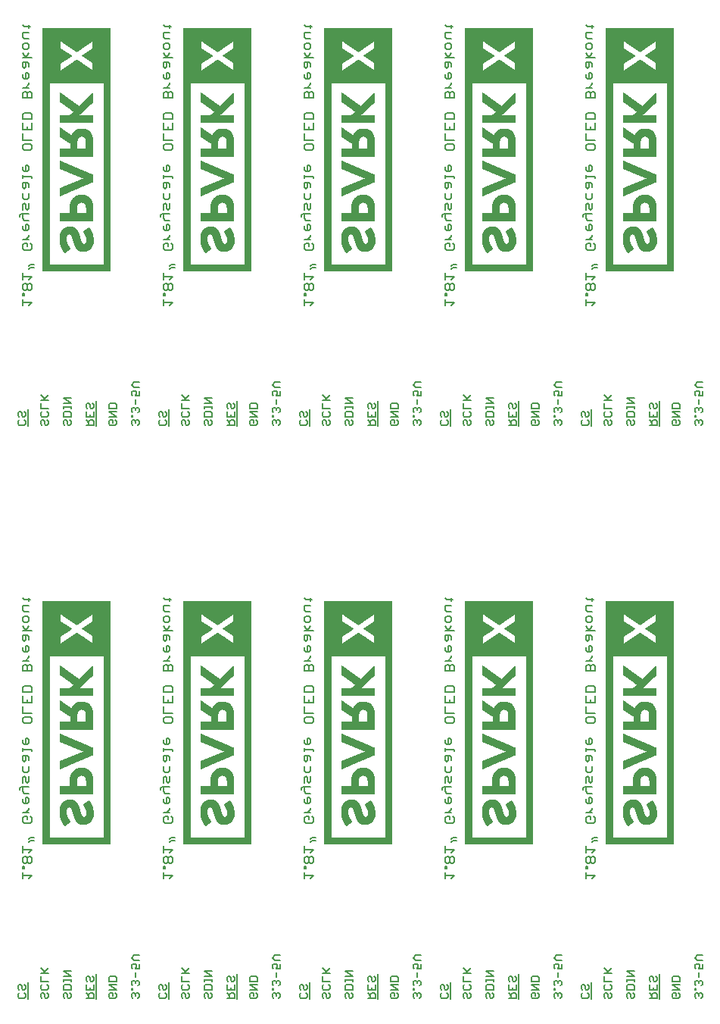
<source format=gbo>
G75*
%MOIN*%
%OFA0B0*%
%FSLAX25Y25*%
%IPPOS*%
%LPD*%
%AMOC8*
5,1,8,0,0,1.08239X$1,22.5*
%
%ADD10C,0.00600*%
%ADD11C,0.00800*%
%ADD12C,0.00039*%
D10*
X0032367Y0050300D02*
X0031800Y0050867D01*
X0031800Y0052001D01*
X0032367Y0052569D01*
X0032367Y0053983D02*
X0031800Y0054550D01*
X0031800Y0055685D01*
X0032367Y0056252D01*
X0032934Y0056252D01*
X0033501Y0055685D01*
X0033501Y0054550D01*
X0034069Y0053983D01*
X0034636Y0053983D01*
X0035203Y0054550D01*
X0035203Y0055685D01*
X0034636Y0056252D01*
X0036400Y0057366D02*
X0036400Y0050000D01*
X0035203Y0050867D02*
X0034636Y0050300D01*
X0032367Y0050300D01*
X0035203Y0050867D02*
X0035203Y0052001D01*
X0034636Y0052569D01*
X0041800Y0052001D02*
X0041800Y0050867D01*
X0042367Y0050300D01*
X0043501Y0050867D02*
X0043501Y0052001D01*
X0042934Y0052569D01*
X0042367Y0052569D01*
X0041800Y0052001D01*
X0043501Y0050867D02*
X0044069Y0050300D01*
X0044636Y0050300D01*
X0045203Y0050867D01*
X0045203Y0052001D01*
X0044636Y0052569D01*
X0044636Y0053983D02*
X0042367Y0053983D01*
X0041800Y0054550D01*
X0041800Y0055685D01*
X0042367Y0056252D01*
X0041800Y0057666D02*
X0041800Y0059935D01*
X0041800Y0061349D02*
X0045203Y0061349D01*
X0043501Y0061917D02*
X0041800Y0063618D01*
X0042934Y0061349D02*
X0045203Y0063618D01*
X0045203Y0057666D02*
X0041800Y0057666D01*
X0044636Y0056252D02*
X0045203Y0055685D01*
X0045203Y0054550D01*
X0044636Y0053983D01*
X0051800Y0053983D02*
X0051800Y0055685D01*
X0052367Y0056252D01*
X0054636Y0056252D01*
X0055203Y0055685D01*
X0055203Y0053983D01*
X0051800Y0053983D01*
X0052367Y0052569D02*
X0051800Y0052001D01*
X0051800Y0050867D01*
X0052367Y0050300D01*
X0053501Y0050867D02*
X0053501Y0052001D01*
X0052934Y0052569D01*
X0052367Y0052569D01*
X0053501Y0050867D02*
X0054069Y0050300D01*
X0054636Y0050300D01*
X0055203Y0050867D01*
X0055203Y0052001D01*
X0054636Y0052569D01*
X0055203Y0057666D02*
X0055203Y0058801D01*
X0055203Y0058233D02*
X0051800Y0058233D01*
X0051800Y0057666D02*
X0051800Y0058801D01*
X0051800Y0060122D02*
X0055203Y0060122D01*
X0051800Y0062390D01*
X0055203Y0062390D01*
X0061800Y0059368D02*
X0061800Y0058233D01*
X0062367Y0057666D01*
X0063501Y0058233D02*
X0063501Y0059368D01*
X0062934Y0059935D01*
X0062367Y0059935D01*
X0061800Y0059368D01*
X0063501Y0058233D02*
X0064069Y0057666D01*
X0064636Y0057666D01*
X0065203Y0058233D01*
X0065203Y0059368D01*
X0064636Y0059935D01*
X0066400Y0061049D02*
X0066400Y0050000D01*
X0065203Y0050300D02*
X0065203Y0052001D01*
X0064636Y0052569D01*
X0063501Y0052569D01*
X0062934Y0052001D01*
X0062934Y0050300D01*
X0061800Y0050300D02*
X0065203Y0050300D01*
X0062934Y0051434D02*
X0061800Y0052569D01*
X0061800Y0053983D02*
X0061800Y0056252D01*
X0063501Y0055117D02*
X0063501Y0053983D01*
X0061800Y0053983D02*
X0065203Y0053983D01*
X0065203Y0056252D01*
X0071800Y0056252D02*
X0075203Y0056252D01*
X0075203Y0057666D02*
X0075203Y0059368D01*
X0074636Y0059935D01*
X0072367Y0059935D01*
X0071800Y0059368D01*
X0071800Y0057666D01*
X0075203Y0057666D01*
X0075203Y0053983D02*
X0071800Y0056252D01*
X0071800Y0053983D02*
X0075203Y0053983D01*
X0074636Y0052569D02*
X0075203Y0052001D01*
X0075203Y0050867D01*
X0074636Y0050300D01*
X0072367Y0050300D01*
X0071800Y0050867D01*
X0071800Y0052001D01*
X0072367Y0052569D01*
X0073501Y0052569D01*
X0073501Y0051434D01*
X0081800Y0050867D02*
X0082367Y0050300D01*
X0081800Y0050867D02*
X0081800Y0052001D01*
X0082367Y0052569D01*
X0082934Y0052569D01*
X0083501Y0052001D01*
X0083501Y0051434D01*
X0083501Y0052001D02*
X0084069Y0052569D01*
X0084636Y0052569D01*
X0085203Y0052001D01*
X0085203Y0050867D01*
X0084636Y0050300D01*
X0082367Y0053983D02*
X0082367Y0054550D01*
X0081800Y0054550D01*
X0081800Y0053983D01*
X0082367Y0053983D01*
X0082367Y0055825D02*
X0081800Y0056392D01*
X0081800Y0057526D01*
X0082367Y0058093D01*
X0082934Y0058093D01*
X0083501Y0057526D01*
X0083501Y0056959D01*
X0083501Y0057526D02*
X0084069Y0058093D01*
X0084636Y0058093D01*
X0085203Y0057526D01*
X0085203Y0056392D01*
X0084636Y0055825D01*
X0083501Y0059508D02*
X0083501Y0061776D01*
X0083501Y0063191D02*
X0084069Y0064325D01*
X0084069Y0064892D01*
X0083501Y0065460D01*
X0082367Y0065460D01*
X0081800Y0064892D01*
X0081800Y0063758D01*
X0082367Y0063191D01*
X0083501Y0063191D02*
X0085203Y0063191D01*
X0085203Y0065460D01*
X0085203Y0066874D02*
X0082934Y0066874D01*
X0081800Y0068008D01*
X0082934Y0069143D01*
X0085203Y0069143D01*
X0094367Y0056252D02*
X0093800Y0055685D01*
X0093800Y0054550D01*
X0094367Y0053983D01*
X0095501Y0054550D02*
X0095501Y0055685D01*
X0094934Y0056252D01*
X0094367Y0056252D01*
X0095501Y0054550D02*
X0096069Y0053983D01*
X0096636Y0053983D01*
X0097203Y0054550D01*
X0097203Y0055685D01*
X0096636Y0056252D01*
X0098400Y0057366D02*
X0098400Y0050000D01*
X0097203Y0050867D02*
X0096636Y0050300D01*
X0094367Y0050300D01*
X0093800Y0050867D01*
X0093800Y0052001D01*
X0094367Y0052569D01*
X0096636Y0052569D02*
X0097203Y0052001D01*
X0097203Y0050867D01*
X0103800Y0050867D02*
X0104367Y0050300D01*
X0103800Y0050867D02*
X0103800Y0052001D01*
X0104367Y0052569D01*
X0104934Y0052569D01*
X0105501Y0052001D01*
X0105501Y0050867D01*
X0106069Y0050300D01*
X0106636Y0050300D01*
X0107203Y0050867D01*
X0107203Y0052001D01*
X0106636Y0052569D01*
X0106636Y0053983D02*
X0104367Y0053983D01*
X0103800Y0054550D01*
X0103800Y0055685D01*
X0104367Y0056252D01*
X0103800Y0057666D02*
X0103800Y0059935D01*
X0103800Y0061349D02*
X0107203Y0061349D01*
X0105501Y0061917D02*
X0103800Y0063618D01*
X0104934Y0061349D02*
X0107203Y0063618D01*
X0107203Y0057666D02*
X0103800Y0057666D01*
X0106636Y0056252D02*
X0107203Y0055685D01*
X0107203Y0054550D01*
X0106636Y0053983D01*
X0113800Y0053983D02*
X0113800Y0055685D01*
X0114367Y0056252D01*
X0116636Y0056252D01*
X0117203Y0055685D01*
X0117203Y0053983D01*
X0113800Y0053983D01*
X0114367Y0052569D02*
X0113800Y0052001D01*
X0113800Y0050867D01*
X0114367Y0050300D01*
X0115501Y0050867D02*
X0115501Y0052001D01*
X0114934Y0052569D01*
X0114367Y0052569D01*
X0115501Y0050867D02*
X0116069Y0050300D01*
X0116636Y0050300D01*
X0117203Y0050867D01*
X0117203Y0052001D01*
X0116636Y0052569D01*
X0117203Y0057666D02*
X0117203Y0058801D01*
X0117203Y0058233D02*
X0113800Y0058233D01*
X0113800Y0057666D02*
X0113800Y0058801D01*
X0113800Y0060122D02*
X0117203Y0060122D01*
X0113800Y0062390D01*
X0117203Y0062390D01*
X0123800Y0059368D02*
X0123800Y0058233D01*
X0124367Y0057666D01*
X0125501Y0058233D02*
X0125501Y0059368D01*
X0124934Y0059935D01*
X0124367Y0059935D01*
X0123800Y0059368D01*
X0125501Y0058233D02*
X0126069Y0057666D01*
X0126636Y0057666D01*
X0127203Y0058233D01*
X0127203Y0059368D01*
X0126636Y0059935D01*
X0128400Y0061049D02*
X0128400Y0050000D01*
X0127203Y0050300D02*
X0127203Y0052001D01*
X0126636Y0052569D01*
X0125501Y0052569D01*
X0124934Y0052001D01*
X0124934Y0050300D01*
X0123800Y0050300D02*
X0127203Y0050300D01*
X0124934Y0051434D02*
X0123800Y0052569D01*
X0123800Y0053983D02*
X0123800Y0056252D01*
X0125501Y0055117D02*
X0125501Y0053983D01*
X0123800Y0053983D02*
X0127203Y0053983D01*
X0127203Y0056252D01*
X0133800Y0056252D02*
X0137203Y0056252D01*
X0137203Y0057666D02*
X0137203Y0059368D01*
X0136636Y0059935D01*
X0134367Y0059935D01*
X0133800Y0059368D01*
X0133800Y0057666D01*
X0137203Y0057666D01*
X0137203Y0053983D02*
X0133800Y0056252D01*
X0133800Y0053983D02*
X0137203Y0053983D01*
X0136636Y0052569D02*
X0137203Y0052001D01*
X0137203Y0050867D01*
X0136636Y0050300D01*
X0134367Y0050300D01*
X0133800Y0050867D01*
X0133800Y0052001D01*
X0134367Y0052569D01*
X0135501Y0052569D01*
X0135501Y0051434D01*
X0143800Y0050867D02*
X0144367Y0050300D01*
X0143800Y0050867D02*
X0143800Y0052001D01*
X0144367Y0052569D01*
X0144934Y0052569D01*
X0145501Y0052001D01*
X0145501Y0051434D01*
X0145501Y0052001D02*
X0146069Y0052569D01*
X0146636Y0052569D01*
X0147203Y0052001D01*
X0147203Y0050867D01*
X0146636Y0050300D01*
X0144367Y0053983D02*
X0144367Y0054550D01*
X0143800Y0054550D01*
X0143800Y0053983D01*
X0144367Y0053983D01*
X0144367Y0055825D02*
X0143800Y0056392D01*
X0143800Y0057526D01*
X0144367Y0058093D01*
X0144934Y0058093D01*
X0145501Y0057526D01*
X0145501Y0056959D01*
X0145501Y0057526D02*
X0146069Y0058093D01*
X0146636Y0058093D01*
X0147203Y0057526D01*
X0147203Y0056392D01*
X0146636Y0055825D01*
X0145501Y0059508D02*
X0145501Y0061776D01*
X0145501Y0063191D02*
X0146069Y0064325D01*
X0146069Y0064892D01*
X0145501Y0065460D01*
X0144367Y0065460D01*
X0143800Y0064892D01*
X0143800Y0063758D01*
X0144367Y0063191D01*
X0145501Y0063191D02*
X0147203Y0063191D01*
X0147203Y0065460D01*
X0147203Y0066874D02*
X0144934Y0066874D01*
X0143800Y0068008D01*
X0144934Y0069143D01*
X0147203Y0069143D01*
X0156367Y0056252D02*
X0155800Y0055685D01*
X0155800Y0054550D01*
X0156367Y0053983D01*
X0157501Y0054550D02*
X0157501Y0055685D01*
X0156934Y0056252D01*
X0156367Y0056252D01*
X0157501Y0054550D02*
X0158069Y0053983D01*
X0158636Y0053983D01*
X0159203Y0054550D01*
X0159203Y0055685D01*
X0158636Y0056252D01*
X0160400Y0057366D02*
X0160400Y0050000D01*
X0159203Y0050867D02*
X0158636Y0050300D01*
X0156367Y0050300D01*
X0155800Y0050867D01*
X0155800Y0052001D01*
X0156367Y0052569D01*
X0158636Y0052569D02*
X0159203Y0052001D01*
X0159203Y0050867D01*
X0165800Y0050867D02*
X0166367Y0050300D01*
X0165800Y0050867D02*
X0165800Y0052001D01*
X0166367Y0052569D01*
X0166934Y0052569D01*
X0167501Y0052001D01*
X0167501Y0050867D01*
X0168069Y0050300D01*
X0168636Y0050300D01*
X0169203Y0050867D01*
X0169203Y0052001D01*
X0168636Y0052569D01*
X0168636Y0053983D02*
X0166367Y0053983D01*
X0165800Y0054550D01*
X0165800Y0055685D01*
X0166367Y0056252D01*
X0165800Y0057666D02*
X0169203Y0057666D01*
X0168636Y0056252D02*
X0169203Y0055685D01*
X0169203Y0054550D01*
X0168636Y0053983D01*
X0165800Y0057666D02*
X0165800Y0059935D01*
X0165800Y0061349D02*
X0169203Y0061349D01*
X0167501Y0061917D02*
X0165800Y0063618D01*
X0166934Y0061349D02*
X0169203Y0063618D01*
X0175800Y0062390D02*
X0179203Y0062390D01*
X0179203Y0060122D02*
X0175800Y0060122D01*
X0175800Y0058801D02*
X0175800Y0057666D01*
X0175800Y0058233D02*
X0179203Y0058233D01*
X0179203Y0057666D02*
X0179203Y0058801D01*
X0179203Y0060122D02*
X0175800Y0062390D01*
X0176367Y0056252D02*
X0178636Y0056252D01*
X0179203Y0055685D01*
X0179203Y0053983D01*
X0175800Y0053983D01*
X0175800Y0055685D01*
X0176367Y0056252D01*
X0176367Y0052569D02*
X0175800Y0052001D01*
X0175800Y0050867D01*
X0176367Y0050300D01*
X0177501Y0050867D02*
X0177501Y0052001D01*
X0176934Y0052569D01*
X0176367Y0052569D01*
X0177501Y0050867D02*
X0178069Y0050300D01*
X0178636Y0050300D01*
X0179203Y0050867D01*
X0179203Y0052001D01*
X0178636Y0052569D01*
X0185800Y0052569D02*
X0186934Y0051434D01*
X0186934Y0052001D02*
X0186934Y0050300D01*
X0185800Y0050300D02*
X0189203Y0050300D01*
X0189203Y0052001D01*
X0188636Y0052569D01*
X0187501Y0052569D01*
X0186934Y0052001D01*
X0187501Y0053983D02*
X0187501Y0055117D01*
X0185800Y0053983D02*
X0189203Y0053983D01*
X0189203Y0056252D01*
X0188636Y0057666D02*
X0188069Y0057666D01*
X0187501Y0058233D01*
X0187501Y0059368D01*
X0186934Y0059935D01*
X0186367Y0059935D01*
X0185800Y0059368D01*
X0185800Y0058233D01*
X0186367Y0057666D01*
X0185800Y0056252D02*
X0185800Y0053983D01*
X0188636Y0057666D02*
X0189203Y0058233D01*
X0189203Y0059368D01*
X0188636Y0059935D01*
X0190400Y0061049D02*
X0190400Y0050000D01*
X0195800Y0050867D02*
X0195800Y0052001D01*
X0196367Y0052569D01*
X0197501Y0052569D01*
X0197501Y0051434D01*
X0196367Y0050300D02*
X0195800Y0050867D01*
X0196367Y0050300D02*
X0198636Y0050300D01*
X0199203Y0050867D01*
X0199203Y0052001D01*
X0198636Y0052569D01*
X0199203Y0053983D02*
X0195800Y0056252D01*
X0199203Y0056252D01*
X0199203Y0057666D02*
X0199203Y0059368D01*
X0198636Y0059935D01*
X0196367Y0059935D01*
X0195800Y0059368D01*
X0195800Y0057666D01*
X0199203Y0057666D01*
X0199203Y0053983D02*
X0195800Y0053983D01*
X0205800Y0053983D02*
X0205800Y0054550D01*
X0206367Y0054550D01*
X0206367Y0053983D01*
X0205800Y0053983D01*
X0206367Y0052569D02*
X0205800Y0052001D01*
X0205800Y0050867D01*
X0206367Y0050300D01*
X0207501Y0051434D02*
X0207501Y0052001D01*
X0206934Y0052569D01*
X0206367Y0052569D01*
X0207501Y0052001D02*
X0208069Y0052569D01*
X0208636Y0052569D01*
X0209203Y0052001D01*
X0209203Y0050867D01*
X0208636Y0050300D01*
X0208636Y0055825D02*
X0209203Y0056392D01*
X0209203Y0057526D01*
X0208636Y0058093D01*
X0208069Y0058093D01*
X0207501Y0057526D01*
X0206934Y0058093D01*
X0206367Y0058093D01*
X0205800Y0057526D01*
X0205800Y0056392D01*
X0206367Y0055825D01*
X0207501Y0056959D02*
X0207501Y0057526D01*
X0207501Y0059508D02*
X0207501Y0061776D01*
X0207501Y0063191D02*
X0208069Y0064325D01*
X0208069Y0064892D01*
X0207501Y0065460D01*
X0206367Y0065460D01*
X0205800Y0064892D01*
X0205800Y0063758D01*
X0206367Y0063191D01*
X0207501Y0063191D02*
X0209203Y0063191D01*
X0209203Y0065460D01*
X0209203Y0066874D02*
X0206934Y0066874D01*
X0205800Y0068008D01*
X0206934Y0069143D01*
X0209203Y0069143D01*
X0218367Y0056252D02*
X0217800Y0055685D01*
X0217800Y0054550D01*
X0218367Y0053983D01*
X0219501Y0054550D02*
X0219501Y0055685D01*
X0218934Y0056252D01*
X0218367Y0056252D01*
X0219501Y0054550D02*
X0220069Y0053983D01*
X0220636Y0053983D01*
X0221203Y0054550D01*
X0221203Y0055685D01*
X0220636Y0056252D01*
X0222400Y0057366D02*
X0222400Y0050000D01*
X0221203Y0050867D02*
X0220636Y0050300D01*
X0218367Y0050300D01*
X0217800Y0050867D01*
X0217800Y0052001D01*
X0218367Y0052569D01*
X0220636Y0052569D02*
X0221203Y0052001D01*
X0221203Y0050867D01*
X0227800Y0050867D02*
X0228367Y0050300D01*
X0227800Y0050867D02*
X0227800Y0052001D01*
X0228367Y0052569D01*
X0228934Y0052569D01*
X0229501Y0052001D01*
X0229501Y0050867D01*
X0230069Y0050300D01*
X0230636Y0050300D01*
X0231203Y0050867D01*
X0231203Y0052001D01*
X0230636Y0052569D01*
X0230636Y0053983D02*
X0228367Y0053983D01*
X0227800Y0054550D01*
X0227800Y0055685D01*
X0228367Y0056252D01*
X0227800Y0057666D02*
X0227800Y0059935D01*
X0227800Y0061349D02*
X0231203Y0061349D01*
X0229501Y0061917D02*
X0227800Y0063618D01*
X0228934Y0061349D02*
X0231203Y0063618D01*
X0231203Y0057666D02*
X0227800Y0057666D01*
X0230636Y0056252D02*
X0231203Y0055685D01*
X0231203Y0054550D01*
X0230636Y0053983D01*
X0237800Y0053983D02*
X0237800Y0055685D01*
X0238367Y0056252D01*
X0240636Y0056252D01*
X0241203Y0055685D01*
X0241203Y0053983D01*
X0237800Y0053983D01*
X0238367Y0052569D02*
X0237800Y0052001D01*
X0237800Y0050867D01*
X0238367Y0050300D01*
X0239501Y0050867D02*
X0239501Y0052001D01*
X0238934Y0052569D01*
X0238367Y0052569D01*
X0239501Y0050867D02*
X0240069Y0050300D01*
X0240636Y0050300D01*
X0241203Y0050867D01*
X0241203Y0052001D01*
X0240636Y0052569D01*
X0241203Y0057666D02*
X0241203Y0058801D01*
X0241203Y0058233D02*
X0237800Y0058233D01*
X0237800Y0057666D02*
X0237800Y0058801D01*
X0237800Y0060122D02*
X0241203Y0060122D01*
X0237800Y0062390D01*
X0241203Y0062390D01*
X0247800Y0059368D02*
X0247800Y0058233D01*
X0248367Y0057666D01*
X0249501Y0058233D02*
X0249501Y0059368D01*
X0248934Y0059935D01*
X0248367Y0059935D01*
X0247800Y0059368D01*
X0249501Y0058233D02*
X0250069Y0057666D01*
X0250636Y0057666D01*
X0251203Y0058233D01*
X0251203Y0059368D01*
X0250636Y0059935D01*
X0252400Y0061049D02*
X0252400Y0050000D01*
X0251203Y0050300D02*
X0251203Y0052001D01*
X0250636Y0052569D01*
X0249501Y0052569D01*
X0248934Y0052001D01*
X0248934Y0050300D01*
X0247800Y0050300D02*
X0251203Y0050300D01*
X0248934Y0051434D02*
X0247800Y0052569D01*
X0247800Y0053983D02*
X0247800Y0056252D01*
X0249501Y0055117D02*
X0249501Y0053983D01*
X0247800Y0053983D02*
X0251203Y0053983D01*
X0251203Y0056252D01*
X0257800Y0056252D02*
X0261203Y0056252D01*
X0261203Y0057666D02*
X0261203Y0059368D01*
X0260636Y0059935D01*
X0258367Y0059935D01*
X0257800Y0059368D01*
X0257800Y0057666D01*
X0261203Y0057666D01*
X0261203Y0053983D02*
X0257800Y0056252D01*
X0257800Y0053983D02*
X0261203Y0053983D01*
X0260636Y0052569D02*
X0261203Y0052001D01*
X0261203Y0050867D01*
X0260636Y0050300D01*
X0258367Y0050300D01*
X0257800Y0050867D01*
X0257800Y0052001D01*
X0258367Y0052569D01*
X0259501Y0052569D01*
X0259501Y0051434D01*
X0267800Y0050867D02*
X0268367Y0050300D01*
X0267800Y0050867D02*
X0267800Y0052001D01*
X0268367Y0052569D01*
X0268934Y0052569D01*
X0269501Y0052001D01*
X0269501Y0051434D01*
X0269501Y0052001D02*
X0270069Y0052569D01*
X0270636Y0052569D01*
X0271203Y0052001D01*
X0271203Y0050867D01*
X0270636Y0050300D01*
X0268367Y0053983D02*
X0268367Y0054550D01*
X0267800Y0054550D01*
X0267800Y0053983D01*
X0268367Y0053983D01*
X0268367Y0055825D02*
X0267800Y0056392D01*
X0267800Y0057526D01*
X0268367Y0058093D01*
X0268934Y0058093D01*
X0269501Y0057526D01*
X0269501Y0056959D01*
X0269501Y0057526D02*
X0270069Y0058093D01*
X0270636Y0058093D01*
X0271203Y0057526D01*
X0271203Y0056392D01*
X0270636Y0055825D01*
X0269501Y0059508D02*
X0269501Y0061776D01*
X0269501Y0063191D02*
X0270069Y0064325D01*
X0270069Y0064892D01*
X0269501Y0065460D01*
X0268367Y0065460D01*
X0267800Y0064892D01*
X0267800Y0063758D01*
X0268367Y0063191D01*
X0269501Y0063191D02*
X0271203Y0063191D01*
X0271203Y0065460D01*
X0271203Y0066874D02*
X0268934Y0066874D01*
X0267800Y0068008D01*
X0268934Y0069143D01*
X0271203Y0069143D01*
X0280367Y0056252D02*
X0279800Y0055685D01*
X0279800Y0054550D01*
X0280367Y0053983D01*
X0281501Y0054550D02*
X0281501Y0055685D01*
X0280934Y0056252D01*
X0280367Y0056252D01*
X0281501Y0054550D02*
X0282069Y0053983D01*
X0282636Y0053983D01*
X0283203Y0054550D01*
X0283203Y0055685D01*
X0282636Y0056252D01*
X0284400Y0057366D02*
X0284400Y0050000D01*
X0283203Y0050867D02*
X0282636Y0050300D01*
X0280367Y0050300D01*
X0279800Y0050867D01*
X0279800Y0052001D01*
X0280367Y0052569D01*
X0282636Y0052569D02*
X0283203Y0052001D01*
X0283203Y0050867D01*
X0289800Y0050867D02*
X0290367Y0050300D01*
X0289800Y0050867D02*
X0289800Y0052001D01*
X0290367Y0052569D01*
X0290934Y0052569D01*
X0291501Y0052001D01*
X0291501Y0050867D01*
X0292069Y0050300D01*
X0292636Y0050300D01*
X0293203Y0050867D01*
X0293203Y0052001D01*
X0292636Y0052569D01*
X0292636Y0053983D02*
X0290367Y0053983D01*
X0289800Y0054550D01*
X0289800Y0055685D01*
X0290367Y0056252D01*
X0289800Y0057666D02*
X0289800Y0059935D01*
X0289800Y0061349D02*
X0293203Y0061349D01*
X0291501Y0061917D02*
X0289800Y0063618D01*
X0290934Y0061349D02*
X0293203Y0063618D01*
X0293203Y0057666D02*
X0289800Y0057666D01*
X0292636Y0056252D02*
X0293203Y0055685D01*
X0293203Y0054550D01*
X0292636Y0053983D01*
X0299800Y0053983D02*
X0299800Y0055685D01*
X0300367Y0056252D01*
X0302636Y0056252D01*
X0303203Y0055685D01*
X0303203Y0053983D01*
X0299800Y0053983D01*
X0300367Y0052569D02*
X0299800Y0052001D01*
X0299800Y0050867D01*
X0300367Y0050300D01*
X0301501Y0050867D02*
X0301501Y0052001D01*
X0300934Y0052569D01*
X0300367Y0052569D01*
X0301501Y0050867D02*
X0302069Y0050300D01*
X0302636Y0050300D01*
X0303203Y0050867D01*
X0303203Y0052001D01*
X0302636Y0052569D01*
X0303203Y0057666D02*
X0303203Y0058801D01*
X0303203Y0058233D02*
X0299800Y0058233D01*
X0299800Y0057666D02*
X0299800Y0058801D01*
X0299800Y0060122D02*
X0303203Y0060122D01*
X0299800Y0062390D01*
X0303203Y0062390D01*
X0309800Y0059368D02*
X0309800Y0058233D01*
X0310367Y0057666D01*
X0311501Y0058233D02*
X0311501Y0059368D01*
X0310934Y0059935D01*
X0310367Y0059935D01*
X0309800Y0059368D01*
X0311501Y0058233D02*
X0312069Y0057666D01*
X0312636Y0057666D01*
X0313203Y0058233D01*
X0313203Y0059368D01*
X0312636Y0059935D01*
X0314400Y0061049D02*
X0314400Y0050000D01*
X0313203Y0050300D02*
X0313203Y0052001D01*
X0312636Y0052569D01*
X0311501Y0052569D01*
X0310934Y0052001D01*
X0310934Y0050300D01*
X0309800Y0050300D02*
X0313203Y0050300D01*
X0310934Y0051434D02*
X0309800Y0052569D01*
X0309800Y0053983D02*
X0309800Y0056252D01*
X0311501Y0055117D02*
X0311501Y0053983D01*
X0309800Y0053983D02*
X0313203Y0053983D01*
X0313203Y0056252D01*
X0319800Y0056252D02*
X0323203Y0056252D01*
X0323203Y0057666D02*
X0323203Y0059368D01*
X0322636Y0059935D01*
X0320367Y0059935D01*
X0319800Y0059368D01*
X0319800Y0057666D01*
X0323203Y0057666D01*
X0323203Y0053983D02*
X0319800Y0056252D01*
X0319800Y0053983D02*
X0323203Y0053983D01*
X0322636Y0052569D02*
X0323203Y0052001D01*
X0323203Y0050867D01*
X0322636Y0050300D01*
X0320367Y0050300D01*
X0319800Y0050867D01*
X0319800Y0052001D01*
X0320367Y0052569D01*
X0321501Y0052569D01*
X0321501Y0051434D01*
X0329800Y0050867D02*
X0330367Y0050300D01*
X0329800Y0050867D02*
X0329800Y0052001D01*
X0330367Y0052569D01*
X0330934Y0052569D01*
X0331501Y0052001D01*
X0331501Y0051434D01*
X0331501Y0052001D02*
X0332069Y0052569D01*
X0332636Y0052569D01*
X0333203Y0052001D01*
X0333203Y0050867D01*
X0332636Y0050300D01*
X0330367Y0053983D02*
X0330367Y0054550D01*
X0329800Y0054550D01*
X0329800Y0053983D01*
X0330367Y0053983D01*
X0330367Y0055825D02*
X0329800Y0056392D01*
X0329800Y0057526D01*
X0330367Y0058093D01*
X0330934Y0058093D01*
X0331501Y0057526D01*
X0331501Y0056959D01*
X0331501Y0057526D02*
X0332069Y0058093D01*
X0332636Y0058093D01*
X0333203Y0057526D01*
X0333203Y0056392D01*
X0332636Y0055825D01*
X0331501Y0059508D02*
X0331501Y0061776D01*
X0331501Y0063191D02*
X0332069Y0064325D01*
X0332069Y0064892D01*
X0331501Y0065460D01*
X0330367Y0065460D01*
X0329800Y0064892D01*
X0329800Y0063758D01*
X0330367Y0063191D01*
X0331501Y0063191D02*
X0333203Y0063191D01*
X0333203Y0065460D01*
X0333203Y0066874D02*
X0330934Y0066874D01*
X0329800Y0068008D01*
X0330934Y0069143D01*
X0333203Y0069143D01*
X0332636Y0302300D02*
X0333203Y0302867D01*
X0333203Y0304001D01*
X0332636Y0304569D01*
X0332069Y0304569D01*
X0331501Y0304001D01*
X0330934Y0304569D01*
X0330367Y0304569D01*
X0329800Y0304001D01*
X0329800Y0302867D01*
X0330367Y0302300D01*
X0331501Y0303434D02*
X0331501Y0304001D01*
X0330367Y0305983D02*
X0330367Y0306550D01*
X0329800Y0306550D01*
X0329800Y0305983D01*
X0330367Y0305983D01*
X0330367Y0307825D02*
X0329800Y0308392D01*
X0329800Y0309526D01*
X0330367Y0310093D01*
X0330934Y0310093D01*
X0331501Y0309526D01*
X0331501Y0308959D01*
X0331501Y0309526D02*
X0332069Y0310093D01*
X0332636Y0310093D01*
X0333203Y0309526D01*
X0333203Y0308392D01*
X0332636Y0307825D01*
X0331501Y0311508D02*
X0331501Y0313776D01*
X0331501Y0315191D02*
X0332069Y0316325D01*
X0332069Y0316892D01*
X0331501Y0317460D01*
X0330367Y0317460D01*
X0329800Y0316892D01*
X0329800Y0315758D01*
X0330367Y0315191D01*
X0331501Y0315191D02*
X0333203Y0315191D01*
X0333203Y0317460D01*
X0333203Y0318874D02*
X0330934Y0318874D01*
X0329800Y0320008D01*
X0330934Y0321143D01*
X0333203Y0321143D01*
X0323203Y0311368D02*
X0323203Y0309666D01*
X0319800Y0309666D01*
X0319800Y0311368D01*
X0320367Y0311935D01*
X0322636Y0311935D01*
X0323203Y0311368D01*
X0323203Y0308252D02*
X0319800Y0308252D01*
X0323203Y0305983D01*
X0319800Y0305983D01*
X0320367Y0304569D02*
X0319800Y0304001D01*
X0319800Y0302867D01*
X0320367Y0302300D01*
X0322636Y0302300D01*
X0323203Y0302867D01*
X0323203Y0304001D01*
X0322636Y0304569D01*
X0321501Y0304569D02*
X0321501Y0303434D01*
X0321501Y0304569D02*
X0320367Y0304569D01*
X0314400Y0302000D02*
X0314400Y0313049D01*
X0313203Y0311368D02*
X0313203Y0310233D01*
X0312636Y0309666D01*
X0312069Y0309666D01*
X0311501Y0310233D01*
X0311501Y0311368D01*
X0310934Y0311935D01*
X0310367Y0311935D01*
X0309800Y0311368D01*
X0309800Y0310233D01*
X0310367Y0309666D01*
X0309800Y0308252D02*
X0309800Y0305983D01*
X0313203Y0305983D01*
X0313203Y0308252D01*
X0311501Y0307117D02*
X0311501Y0305983D01*
X0311501Y0304569D02*
X0310934Y0304001D01*
X0310934Y0302300D01*
X0309800Y0302300D02*
X0313203Y0302300D01*
X0313203Y0304001D01*
X0312636Y0304569D01*
X0311501Y0304569D01*
X0310934Y0303434D02*
X0309800Y0304569D01*
X0313203Y0311368D02*
X0312636Y0311935D01*
X0303203Y0312122D02*
X0299800Y0314390D01*
X0303203Y0314390D01*
X0303203Y0312122D02*
X0299800Y0312122D01*
X0299800Y0310801D02*
X0299800Y0309666D01*
X0299800Y0310233D02*
X0303203Y0310233D01*
X0303203Y0309666D02*
X0303203Y0310801D01*
X0302636Y0308252D02*
X0303203Y0307685D01*
X0303203Y0305983D01*
X0299800Y0305983D01*
X0299800Y0307685D01*
X0300367Y0308252D01*
X0302636Y0308252D01*
X0302636Y0304569D02*
X0303203Y0304001D01*
X0303203Y0302867D01*
X0302636Y0302300D01*
X0302069Y0302300D01*
X0301501Y0302867D01*
X0301501Y0304001D01*
X0300934Y0304569D01*
X0300367Y0304569D01*
X0299800Y0304001D01*
X0299800Y0302867D01*
X0300367Y0302300D01*
X0293203Y0302867D02*
X0292636Y0302300D01*
X0292069Y0302300D01*
X0291501Y0302867D01*
X0291501Y0304001D01*
X0290934Y0304569D01*
X0290367Y0304569D01*
X0289800Y0304001D01*
X0289800Y0302867D01*
X0290367Y0302300D01*
X0293203Y0302867D02*
X0293203Y0304001D01*
X0292636Y0304569D01*
X0292636Y0305983D02*
X0290367Y0305983D01*
X0289800Y0306550D01*
X0289800Y0307685D01*
X0290367Y0308252D01*
X0289800Y0309666D02*
X0289800Y0311935D01*
X0289800Y0313349D02*
X0293203Y0313349D01*
X0291501Y0313917D02*
X0289800Y0315618D01*
X0290934Y0313349D02*
X0293203Y0315618D01*
X0293203Y0309666D02*
X0289800Y0309666D01*
X0292636Y0308252D02*
X0293203Y0307685D01*
X0293203Y0306550D01*
X0292636Y0305983D01*
X0284400Y0309366D02*
X0284400Y0302000D01*
X0283203Y0302867D02*
X0282636Y0302300D01*
X0280367Y0302300D01*
X0279800Y0302867D01*
X0279800Y0304001D01*
X0280367Y0304569D01*
X0280367Y0305983D02*
X0279800Y0306550D01*
X0279800Y0307685D01*
X0280367Y0308252D01*
X0280934Y0308252D01*
X0281501Y0307685D01*
X0281501Y0306550D01*
X0282069Y0305983D01*
X0282636Y0305983D01*
X0283203Y0306550D01*
X0283203Y0307685D01*
X0282636Y0308252D01*
X0282636Y0304569D02*
X0283203Y0304001D01*
X0283203Y0302867D01*
X0271203Y0302867D02*
X0271203Y0304001D01*
X0270636Y0304569D01*
X0270069Y0304569D01*
X0269501Y0304001D01*
X0268934Y0304569D01*
X0268367Y0304569D01*
X0267800Y0304001D01*
X0267800Y0302867D01*
X0268367Y0302300D01*
X0269501Y0303434D02*
X0269501Y0304001D01*
X0270636Y0302300D02*
X0271203Y0302867D01*
X0268367Y0305983D02*
X0268367Y0306550D01*
X0267800Y0306550D01*
X0267800Y0305983D01*
X0268367Y0305983D01*
X0268367Y0307825D02*
X0267800Y0308392D01*
X0267800Y0309526D01*
X0268367Y0310093D01*
X0268934Y0310093D01*
X0269501Y0309526D01*
X0269501Y0308959D01*
X0269501Y0309526D02*
X0270069Y0310093D01*
X0270636Y0310093D01*
X0271203Y0309526D01*
X0271203Y0308392D01*
X0270636Y0307825D01*
X0269501Y0311508D02*
X0269501Y0313776D01*
X0269501Y0315191D02*
X0270069Y0316325D01*
X0270069Y0316892D01*
X0269501Y0317460D01*
X0268367Y0317460D01*
X0267800Y0316892D01*
X0267800Y0315758D01*
X0268367Y0315191D01*
X0269501Y0315191D02*
X0271203Y0315191D01*
X0271203Y0317460D01*
X0271203Y0318874D02*
X0268934Y0318874D01*
X0267800Y0320008D01*
X0268934Y0321143D01*
X0271203Y0321143D01*
X0261203Y0311368D02*
X0261203Y0309666D01*
X0257800Y0309666D01*
X0257800Y0311368D01*
X0258367Y0311935D01*
X0260636Y0311935D01*
X0261203Y0311368D01*
X0261203Y0308252D02*
X0257800Y0308252D01*
X0261203Y0305983D01*
X0257800Y0305983D01*
X0258367Y0304569D02*
X0259501Y0304569D01*
X0259501Y0303434D01*
X0258367Y0302300D02*
X0260636Y0302300D01*
X0261203Y0302867D01*
X0261203Y0304001D01*
X0260636Y0304569D01*
X0258367Y0304569D02*
X0257800Y0304001D01*
X0257800Y0302867D01*
X0258367Y0302300D01*
X0252400Y0302000D02*
X0252400Y0313049D01*
X0251203Y0311368D02*
X0251203Y0310233D01*
X0250636Y0309666D01*
X0250069Y0309666D01*
X0249501Y0310233D01*
X0249501Y0311368D01*
X0248934Y0311935D01*
X0248367Y0311935D01*
X0247800Y0311368D01*
X0247800Y0310233D01*
X0248367Y0309666D01*
X0247800Y0308252D02*
X0247800Y0305983D01*
X0251203Y0305983D01*
X0251203Y0308252D01*
X0249501Y0307117D02*
X0249501Y0305983D01*
X0249501Y0304569D02*
X0248934Y0304001D01*
X0248934Y0302300D01*
X0247800Y0302300D02*
X0251203Y0302300D01*
X0251203Y0304001D01*
X0250636Y0304569D01*
X0249501Y0304569D01*
X0248934Y0303434D02*
X0247800Y0304569D01*
X0251203Y0311368D02*
X0250636Y0311935D01*
X0241203Y0312122D02*
X0237800Y0314390D01*
X0241203Y0314390D01*
X0241203Y0312122D02*
X0237800Y0312122D01*
X0237800Y0310801D02*
X0237800Y0309666D01*
X0237800Y0310233D02*
X0241203Y0310233D01*
X0241203Y0309666D02*
X0241203Y0310801D01*
X0240636Y0308252D02*
X0238367Y0308252D01*
X0237800Y0307685D01*
X0237800Y0305983D01*
X0241203Y0305983D01*
X0241203Y0307685D01*
X0240636Y0308252D01*
X0240636Y0304569D02*
X0241203Y0304001D01*
X0241203Y0302867D01*
X0240636Y0302300D01*
X0240069Y0302300D01*
X0239501Y0302867D01*
X0239501Y0304001D01*
X0238934Y0304569D01*
X0238367Y0304569D01*
X0237800Y0304001D01*
X0237800Y0302867D01*
X0238367Y0302300D01*
X0231203Y0302867D02*
X0230636Y0302300D01*
X0230069Y0302300D01*
X0229501Y0302867D01*
X0229501Y0304001D01*
X0228934Y0304569D01*
X0228367Y0304569D01*
X0227800Y0304001D01*
X0227800Y0302867D01*
X0228367Y0302300D01*
X0231203Y0302867D02*
X0231203Y0304001D01*
X0230636Y0304569D01*
X0230636Y0305983D02*
X0228367Y0305983D01*
X0227800Y0306550D01*
X0227800Y0307685D01*
X0228367Y0308252D01*
X0227800Y0309666D02*
X0227800Y0311935D01*
X0227800Y0313349D02*
X0231203Y0313349D01*
X0229501Y0313917D02*
X0227800Y0315618D01*
X0228934Y0313349D02*
X0231203Y0315618D01*
X0231203Y0309666D02*
X0227800Y0309666D01*
X0230636Y0308252D02*
X0231203Y0307685D01*
X0231203Y0306550D01*
X0230636Y0305983D01*
X0222400Y0309366D02*
X0222400Y0302000D01*
X0221203Y0302867D02*
X0220636Y0302300D01*
X0218367Y0302300D01*
X0217800Y0302867D01*
X0217800Y0304001D01*
X0218367Y0304569D01*
X0218367Y0305983D02*
X0217800Y0306550D01*
X0217800Y0307685D01*
X0218367Y0308252D01*
X0218934Y0308252D01*
X0219501Y0307685D01*
X0219501Y0306550D01*
X0220069Y0305983D01*
X0220636Y0305983D01*
X0221203Y0306550D01*
X0221203Y0307685D01*
X0220636Y0308252D01*
X0220636Y0304569D02*
X0221203Y0304001D01*
X0221203Y0302867D01*
X0209203Y0302867D02*
X0209203Y0304001D01*
X0208636Y0304569D01*
X0208069Y0304569D01*
X0207501Y0304001D01*
X0206934Y0304569D01*
X0206367Y0304569D01*
X0205800Y0304001D01*
X0205800Y0302867D01*
X0206367Y0302300D01*
X0207501Y0303434D02*
X0207501Y0304001D01*
X0208636Y0302300D02*
X0209203Y0302867D01*
X0206367Y0305983D02*
X0206367Y0306550D01*
X0205800Y0306550D01*
X0205800Y0305983D01*
X0206367Y0305983D01*
X0206367Y0307825D02*
X0205800Y0308392D01*
X0205800Y0309526D01*
X0206367Y0310093D01*
X0206934Y0310093D01*
X0207501Y0309526D01*
X0207501Y0308959D01*
X0207501Y0309526D02*
X0208069Y0310093D01*
X0208636Y0310093D01*
X0209203Y0309526D01*
X0209203Y0308392D01*
X0208636Y0307825D01*
X0207501Y0311508D02*
X0207501Y0313776D01*
X0207501Y0315191D02*
X0208069Y0316325D01*
X0208069Y0316892D01*
X0207501Y0317460D01*
X0206367Y0317460D01*
X0205800Y0316892D01*
X0205800Y0315758D01*
X0206367Y0315191D01*
X0207501Y0315191D02*
X0209203Y0315191D01*
X0209203Y0317460D01*
X0209203Y0318874D02*
X0206934Y0318874D01*
X0205800Y0320008D01*
X0206934Y0321143D01*
X0209203Y0321143D01*
X0199203Y0311368D02*
X0199203Y0309666D01*
X0195800Y0309666D01*
X0195800Y0311368D01*
X0196367Y0311935D01*
X0198636Y0311935D01*
X0199203Y0311368D01*
X0199203Y0308252D02*
X0195800Y0308252D01*
X0199203Y0305983D01*
X0195800Y0305983D01*
X0196367Y0304569D02*
X0197501Y0304569D01*
X0197501Y0303434D01*
X0196367Y0302300D02*
X0195800Y0302867D01*
X0195800Y0304001D01*
X0196367Y0304569D01*
X0198636Y0304569D02*
X0199203Y0304001D01*
X0199203Y0302867D01*
X0198636Y0302300D01*
X0196367Y0302300D01*
X0190400Y0302000D02*
X0190400Y0313049D01*
X0189203Y0311368D02*
X0189203Y0310233D01*
X0188636Y0309666D01*
X0188069Y0309666D01*
X0187501Y0310233D01*
X0187501Y0311368D01*
X0186934Y0311935D01*
X0186367Y0311935D01*
X0185800Y0311368D01*
X0185800Y0310233D01*
X0186367Y0309666D01*
X0185800Y0308252D02*
X0185800Y0305983D01*
X0189203Y0305983D01*
X0189203Y0308252D01*
X0187501Y0307117D02*
X0187501Y0305983D01*
X0187501Y0304569D02*
X0186934Y0304001D01*
X0186934Y0302300D01*
X0185800Y0302300D02*
X0189203Y0302300D01*
X0189203Y0304001D01*
X0188636Y0304569D01*
X0187501Y0304569D01*
X0186934Y0303434D02*
X0185800Y0304569D01*
X0179203Y0304001D02*
X0179203Y0302867D01*
X0178636Y0302300D01*
X0178069Y0302300D01*
X0177501Y0302867D01*
X0177501Y0304001D01*
X0176934Y0304569D01*
X0176367Y0304569D01*
X0175800Y0304001D01*
X0175800Y0302867D01*
X0176367Y0302300D01*
X0178636Y0304569D02*
X0179203Y0304001D01*
X0179203Y0305983D02*
X0179203Y0307685D01*
X0178636Y0308252D01*
X0176367Y0308252D01*
X0175800Y0307685D01*
X0175800Y0305983D01*
X0179203Y0305983D01*
X0179203Y0309666D02*
X0179203Y0310801D01*
X0179203Y0310233D02*
X0175800Y0310233D01*
X0175800Y0309666D02*
X0175800Y0310801D01*
X0175800Y0312122D02*
X0179203Y0312122D01*
X0175800Y0314390D01*
X0179203Y0314390D01*
X0188636Y0311935D02*
X0189203Y0311368D01*
X0169203Y0309666D02*
X0165800Y0309666D01*
X0165800Y0311935D01*
X0165800Y0313349D02*
X0169203Y0313349D01*
X0167501Y0313917D02*
X0165800Y0315618D01*
X0166934Y0313349D02*
X0169203Y0315618D01*
X0168636Y0308252D02*
X0169203Y0307685D01*
X0169203Y0306550D01*
X0168636Y0305983D01*
X0166367Y0305983D01*
X0165800Y0306550D01*
X0165800Y0307685D01*
X0166367Y0308252D01*
X0166367Y0304569D02*
X0165800Y0304001D01*
X0165800Y0302867D01*
X0166367Y0302300D01*
X0167501Y0302867D02*
X0167501Y0304001D01*
X0166934Y0304569D01*
X0166367Y0304569D01*
X0167501Y0302867D02*
X0168069Y0302300D01*
X0168636Y0302300D01*
X0169203Y0302867D01*
X0169203Y0304001D01*
X0168636Y0304569D01*
X0160400Y0302000D02*
X0160400Y0309366D01*
X0159203Y0307685D02*
X0159203Y0306550D01*
X0158636Y0305983D01*
X0158069Y0305983D01*
X0157501Y0306550D01*
X0157501Y0307685D01*
X0156934Y0308252D01*
X0156367Y0308252D01*
X0155800Y0307685D01*
X0155800Y0306550D01*
X0156367Y0305983D01*
X0156367Y0304569D02*
X0155800Y0304001D01*
X0155800Y0302867D01*
X0156367Y0302300D01*
X0158636Y0302300D01*
X0159203Y0302867D01*
X0159203Y0304001D01*
X0158636Y0304569D01*
X0159203Y0307685D02*
X0158636Y0308252D01*
X0147203Y0308392D02*
X0146636Y0307825D01*
X0147203Y0308392D02*
X0147203Y0309526D01*
X0146636Y0310093D01*
X0146069Y0310093D01*
X0145501Y0309526D01*
X0144934Y0310093D01*
X0144367Y0310093D01*
X0143800Y0309526D01*
X0143800Y0308392D01*
X0144367Y0307825D01*
X0144367Y0306550D02*
X0143800Y0306550D01*
X0143800Y0305983D01*
X0144367Y0305983D01*
X0144367Y0306550D01*
X0144367Y0304569D02*
X0143800Y0304001D01*
X0143800Y0302867D01*
X0144367Y0302300D01*
X0145501Y0303434D02*
X0145501Y0304001D01*
X0144934Y0304569D01*
X0144367Y0304569D01*
X0145501Y0304001D02*
X0146069Y0304569D01*
X0146636Y0304569D01*
X0147203Y0304001D01*
X0147203Y0302867D01*
X0146636Y0302300D01*
X0145501Y0308959D02*
X0145501Y0309526D01*
X0145501Y0311508D02*
X0145501Y0313776D01*
X0145501Y0315191D02*
X0146069Y0316325D01*
X0146069Y0316892D01*
X0145501Y0317460D01*
X0144367Y0317460D01*
X0143800Y0316892D01*
X0143800Y0315758D01*
X0144367Y0315191D01*
X0145501Y0315191D02*
X0147203Y0315191D01*
X0147203Y0317460D01*
X0147203Y0318874D02*
X0144934Y0318874D01*
X0143800Y0320008D01*
X0144934Y0321143D01*
X0147203Y0321143D01*
X0137203Y0311368D02*
X0137203Y0309666D01*
X0133800Y0309666D01*
X0133800Y0311368D01*
X0134367Y0311935D01*
X0136636Y0311935D01*
X0137203Y0311368D01*
X0137203Y0308252D02*
X0133800Y0308252D01*
X0137203Y0305983D01*
X0133800Y0305983D01*
X0134367Y0304569D02*
X0135501Y0304569D01*
X0135501Y0303434D01*
X0134367Y0302300D02*
X0133800Y0302867D01*
X0133800Y0304001D01*
X0134367Y0304569D01*
X0136636Y0304569D02*
X0137203Y0304001D01*
X0137203Y0302867D01*
X0136636Y0302300D01*
X0134367Y0302300D01*
X0128400Y0302000D02*
X0128400Y0313049D01*
X0127203Y0311368D02*
X0127203Y0310233D01*
X0126636Y0309666D01*
X0126069Y0309666D01*
X0125501Y0310233D01*
X0125501Y0311368D01*
X0124934Y0311935D01*
X0124367Y0311935D01*
X0123800Y0311368D01*
X0123800Y0310233D01*
X0124367Y0309666D01*
X0123800Y0308252D02*
X0123800Y0305983D01*
X0127203Y0305983D01*
X0127203Y0308252D01*
X0125501Y0307117D02*
X0125501Y0305983D01*
X0125501Y0304569D02*
X0124934Y0304001D01*
X0124934Y0302300D01*
X0123800Y0302300D02*
X0127203Y0302300D01*
X0127203Y0304001D01*
X0126636Y0304569D01*
X0125501Y0304569D01*
X0124934Y0303434D02*
X0123800Y0304569D01*
X0127203Y0311368D02*
X0126636Y0311935D01*
X0117203Y0312122D02*
X0113800Y0314390D01*
X0117203Y0314390D01*
X0117203Y0312122D02*
X0113800Y0312122D01*
X0113800Y0310801D02*
X0113800Y0309666D01*
X0113800Y0310233D02*
X0117203Y0310233D01*
X0117203Y0309666D02*
X0117203Y0310801D01*
X0116636Y0308252D02*
X0117203Y0307685D01*
X0117203Y0305983D01*
X0113800Y0305983D01*
X0113800Y0307685D01*
X0114367Y0308252D01*
X0116636Y0308252D01*
X0116636Y0304569D02*
X0117203Y0304001D01*
X0117203Y0302867D01*
X0116636Y0302300D01*
X0116069Y0302300D01*
X0115501Y0302867D01*
X0115501Y0304001D01*
X0114934Y0304569D01*
X0114367Y0304569D01*
X0113800Y0304001D01*
X0113800Y0302867D01*
X0114367Y0302300D01*
X0107203Y0302867D02*
X0106636Y0302300D01*
X0106069Y0302300D01*
X0105501Y0302867D01*
X0105501Y0304001D01*
X0104934Y0304569D01*
X0104367Y0304569D01*
X0103800Y0304001D01*
X0103800Y0302867D01*
X0104367Y0302300D01*
X0107203Y0302867D02*
X0107203Y0304001D01*
X0106636Y0304569D01*
X0106636Y0305983D02*
X0104367Y0305983D01*
X0103800Y0306550D01*
X0103800Y0307685D01*
X0104367Y0308252D01*
X0103800Y0309666D02*
X0103800Y0311935D01*
X0103800Y0313349D02*
X0107203Y0313349D01*
X0105501Y0313917D02*
X0103800Y0315618D01*
X0104934Y0313349D02*
X0107203Y0315618D01*
X0107203Y0309666D02*
X0103800Y0309666D01*
X0106636Y0308252D02*
X0107203Y0307685D01*
X0107203Y0306550D01*
X0106636Y0305983D01*
X0098400Y0309366D02*
X0098400Y0302000D01*
X0097203Y0302867D02*
X0096636Y0302300D01*
X0094367Y0302300D01*
X0093800Y0302867D01*
X0093800Y0304001D01*
X0094367Y0304569D01*
X0094367Y0305983D02*
X0093800Y0306550D01*
X0093800Y0307685D01*
X0094367Y0308252D01*
X0094934Y0308252D01*
X0095501Y0307685D01*
X0095501Y0306550D01*
X0096069Y0305983D01*
X0096636Y0305983D01*
X0097203Y0306550D01*
X0097203Y0307685D01*
X0096636Y0308252D01*
X0096636Y0304569D02*
X0097203Y0304001D01*
X0097203Y0302867D01*
X0085203Y0302867D02*
X0085203Y0304001D01*
X0084636Y0304569D01*
X0084069Y0304569D01*
X0083501Y0304001D01*
X0082934Y0304569D01*
X0082367Y0304569D01*
X0081800Y0304001D01*
X0081800Y0302867D01*
X0082367Y0302300D01*
X0083501Y0303434D02*
X0083501Y0304001D01*
X0084636Y0302300D02*
X0085203Y0302867D01*
X0082367Y0305983D02*
X0082367Y0306550D01*
X0081800Y0306550D01*
X0081800Y0305983D01*
X0082367Y0305983D01*
X0082367Y0307825D02*
X0081800Y0308392D01*
X0081800Y0309526D01*
X0082367Y0310093D01*
X0082934Y0310093D01*
X0083501Y0309526D01*
X0083501Y0308959D01*
X0083501Y0309526D02*
X0084069Y0310093D01*
X0084636Y0310093D01*
X0085203Y0309526D01*
X0085203Y0308392D01*
X0084636Y0307825D01*
X0083501Y0311508D02*
X0083501Y0313776D01*
X0083501Y0315191D02*
X0084069Y0316325D01*
X0084069Y0316892D01*
X0083501Y0317460D01*
X0082367Y0317460D01*
X0081800Y0316892D01*
X0081800Y0315758D01*
X0082367Y0315191D01*
X0083501Y0315191D02*
X0085203Y0315191D01*
X0085203Y0317460D01*
X0085203Y0318874D02*
X0082934Y0318874D01*
X0081800Y0320008D01*
X0082934Y0321143D01*
X0085203Y0321143D01*
X0075203Y0311368D02*
X0075203Y0309666D01*
X0071800Y0309666D01*
X0071800Y0311368D01*
X0072367Y0311935D01*
X0074636Y0311935D01*
X0075203Y0311368D01*
X0075203Y0308252D02*
X0071800Y0308252D01*
X0075203Y0305983D01*
X0071800Y0305983D01*
X0072367Y0304569D02*
X0073501Y0304569D01*
X0073501Y0303434D01*
X0072367Y0302300D02*
X0074636Y0302300D01*
X0075203Y0302867D01*
X0075203Y0304001D01*
X0074636Y0304569D01*
X0072367Y0304569D02*
X0071800Y0304001D01*
X0071800Y0302867D01*
X0072367Y0302300D01*
X0066400Y0302000D02*
X0066400Y0313049D01*
X0065203Y0311368D02*
X0065203Y0310233D01*
X0064636Y0309666D01*
X0064069Y0309666D01*
X0063501Y0310233D01*
X0063501Y0311368D01*
X0062934Y0311935D01*
X0062367Y0311935D01*
X0061800Y0311368D01*
X0061800Y0310233D01*
X0062367Y0309666D01*
X0061800Y0308252D02*
X0061800Y0305983D01*
X0065203Y0305983D01*
X0065203Y0308252D01*
X0063501Y0307117D02*
X0063501Y0305983D01*
X0063501Y0304569D02*
X0062934Y0304001D01*
X0062934Y0302300D01*
X0061800Y0302300D02*
X0065203Y0302300D01*
X0065203Y0304001D01*
X0064636Y0304569D01*
X0063501Y0304569D01*
X0062934Y0303434D02*
X0061800Y0304569D01*
X0065203Y0311368D02*
X0064636Y0311935D01*
X0055203Y0312122D02*
X0051800Y0314390D01*
X0055203Y0314390D01*
X0055203Y0312122D02*
X0051800Y0312122D01*
X0051800Y0310801D02*
X0051800Y0309666D01*
X0051800Y0310233D02*
X0055203Y0310233D01*
X0055203Y0309666D02*
X0055203Y0310801D01*
X0054636Y0308252D02*
X0052367Y0308252D01*
X0051800Y0307685D01*
X0051800Y0305983D01*
X0055203Y0305983D01*
X0055203Y0307685D01*
X0054636Y0308252D01*
X0054636Y0304569D02*
X0055203Y0304001D01*
X0055203Y0302867D01*
X0054636Y0302300D01*
X0054069Y0302300D01*
X0053501Y0302867D01*
X0053501Y0304001D01*
X0052934Y0304569D01*
X0052367Y0304569D01*
X0051800Y0304001D01*
X0051800Y0302867D01*
X0052367Y0302300D01*
X0045203Y0302867D02*
X0044636Y0302300D01*
X0044069Y0302300D01*
X0043501Y0302867D01*
X0043501Y0304001D01*
X0042934Y0304569D01*
X0042367Y0304569D01*
X0041800Y0304001D01*
X0041800Y0302867D01*
X0042367Y0302300D01*
X0045203Y0302867D02*
X0045203Y0304001D01*
X0044636Y0304569D01*
X0044636Y0305983D02*
X0042367Y0305983D01*
X0041800Y0306550D01*
X0041800Y0307685D01*
X0042367Y0308252D01*
X0041800Y0309666D02*
X0041800Y0311935D01*
X0041800Y0313349D02*
X0045203Y0313349D01*
X0043501Y0313917D02*
X0041800Y0315618D01*
X0042934Y0313349D02*
X0045203Y0315618D01*
X0045203Y0309666D02*
X0041800Y0309666D01*
X0044636Y0308252D02*
X0045203Y0307685D01*
X0045203Y0306550D01*
X0044636Y0305983D01*
X0036400Y0309366D02*
X0036400Y0302000D01*
X0035203Y0302867D02*
X0034636Y0302300D01*
X0032367Y0302300D01*
X0031800Y0302867D01*
X0031800Y0304001D01*
X0032367Y0304569D01*
X0032367Y0305983D02*
X0031800Y0306550D01*
X0031800Y0307685D01*
X0032367Y0308252D01*
X0032934Y0308252D01*
X0033501Y0307685D01*
X0033501Y0306550D01*
X0034069Y0305983D01*
X0034636Y0305983D01*
X0035203Y0306550D01*
X0035203Y0307685D01*
X0034636Y0308252D01*
X0034636Y0304569D02*
X0035203Y0304001D01*
X0035203Y0302867D01*
D11*
X0033900Y0354863D02*
X0033900Y0357666D01*
X0033900Y0356264D02*
X0038104Y0356264D01*
X0036702Y0354863D01*
X0034601Y0359467D02*
X0034601Y0360168D01*
X0033900Y0360168D01*
X0033900Y0359467D01*
X0034601Y0359467D01*
X0034601Y0361769D02*
X0035301Y0361769D01*
X0036002Y0362470D01*
X0036002Y0363871D01*
X0035301Y0364571D01*
X0034601Y0364571D01*
X0033900Y0363871D01*
X0033900Y0362470D01*
X0034601Y0361769D01*
X0036002Y0362470D02*
X0036702Y0361769D01*
X0037403Y0361769D01*
X0038104Y0362470D01*
X0038104Y0363871D01*
X0037403Y0364571D01*
X0036702Y0364571D01*
X0036002Y0363871D01*
X0036702Y0366373D02*
X0038104Y0367774D01*
X0033900Y0367774D01*
X0033900Y0366373D02*
X0033900Y0369175D01*
X0036702Y0370977D02*
X0037403Y0371678D01*
X0038804Y0371678D01*
X0038804Y0373079D02*
X0037403Y0373079D01*
X0036702Y0372378D01*
X0037403Y0379417D02*
X0034601Y0379417D01*
X0033900Y0380118D01*
X0033900Y0381519D01*
X0034601Y0382220D01*
X0036002Y0382220D01*
X0036002Y0380819D01*
X0037403Y0382220D02*
X0038104Y0381519D01*
X0038104Y0380118D01*
X0037403Y0379417D01*
X0036702Y0384021D02*
X0033900Y0384021D01*
X0035301Y0384021D02*
X0036702Y0385423D01*
X0036702Y0386123D01*
X0036002Y0387858D02*
X0036702Y0388559D01*
X0036702Y0389960D01*
X0036002Y0390660D01*
X0035301Y0390660D01*
X0035301Y0387858D01*
X0034601Y0387858D02*
X0036002Y0387858D01*
X0034601Y0387858D02*
X0033900Y0388559D01*
X0033900Y0389960D01*
X0034601Y0392462D02*
X0033900Y0393163D01*
X0033900Y0395264D01*
X0033199Y0395264D02*
X0032499Y0394564D01*
X0032499Y0393863D01*
X0033199Y0395264D02*
X0036702Y0395264D01*
X0036002Y0397066D02*
X0036702Y0397766D01*
X0036702Y0399868D01*
X0035301Y0399168D02*
X0035301Y0397766D01*
X0036002Y0397066D01*
X0033900Y0397066D02*
X0033900Y0399168D01*
X0034601Y0399868D01*
X0035301Y0399168D01*
X0034601Y0401670D02*
X0033900Y0402370D01*
X0033900Y0404472D01*
X0034601Y0406274D02*
X0035301Y0406974D01*
X0035301Y0409076D01*
X0036002Y0409076D02*
X0033900Y0409076D01*
X0033900Y0406974D01*
X0034601Y0406274D01*
X0036702Y0406974D02*
X0036702Y0408376D01*
X0036002Y0409076D01*
X0038104Y0410878D02*
X0038104Y0411578D01*
X0033900Y0411578D01*
X0033900Y0410878D02*
X0033900Y0412279D01*
X0034601Y0413947D02*
X0036002Y0413947D01*
X0036702Y0414648D01*
X0036702Y0416049D01*
X0036002Y0416749D01*
X0035301Y0416749D01*
X0035301Y0413947D01*
X0034601Y0413947D02*
X0033900Y0414648D01*
X0033900Y0416049D01*
X0034601Y0423155D02*
X0033900Y0423855D01*
X0033900Y0425257D01*
X0034601Y0425957D01*
X0037403Y0425957D01*
X0038104Y0425257D01*
X0038104Y0423855D01*
X0037403Y0423155D01*
X0034601Y0423155D01*
X0033900Y0427759D02*
X0033900Y0430561D01*
X0033900Y0432363D02*
X0033900Y0435165D01*
X0033900Y0436967D02*
X0033900Y0439068D01*
X0034601Y0439769D01*
X0037403Y0439769D01*
X0038104Y0439068D01*
X0038104Y0436967D01*
X0033900Y0436967D01*
X0036002Y0433764D02*
X0036002Y0432363D01*
X0038104Y0432363D02*
X0033900Y0432363D01*
X0038104Y0432363D02*
X0038104Y0435165D01*
X0038104Y0427759D02*
X0033900Y0427759D01*
X0033900Y0446174D02*
X0033900Y0448276D01*
X0034601Y0448977D01*
X0035301Y0448977D01*
X0036002Y0448276D01*
X0036002Y0446174D01*
X0033900Y0446174D02*
X0038104Y0446174D01*
X0038104Y0448276D01*
X0037403Y0448977D01*
X0036702Y0448977D01*
X0036002Y0448276D01*
X0036702Y0450778D02*
X0033900Y0450778D01*
X0035301Y0450778D02*
X0036702Y0452180D01*
X0036702Y0452880D01*
X0036002Y0454615D02*
X0036702Y0455316D01*
X0036702Y0456717D01*
X0036002Y0457417D01*
X0035301Y0457417D01*
X0035301Y0454615D01*
X0034601Y0454615D02*
X0036002Y0454615D01*
X0034601Y0454615D02*
X0033900Y0455316D01*
X0033900Y0456717D01*
X0034601Y0459219D02*
X0035301Y0459919D01*
X0035301Y0462021D01*
X0036002Y0462021D02*
X0033900Y0462021D01*
X0033900Y0459919D01*
X0034601Y0459219D01*
X0036702Y0459919D02*
X0036702Y0461321D01*
X0036002Y0462021D01*
X0035301Y0463823D02*
X0036702Y0465925D01*
X0036002Y0467659D02*
X0036702Y0468360D01*
X0036702Y0469761D01*
X0036002Y0470462D01*
X0034601Y0470462D01*
X0033900Y0469761D01*
X0033900Y0468360D01*
X0034601Y0467659D01*
X0036002Y0467659D01*
X0033900Y0465925D02*
X0035301Y0463823D01*
X0033900Y0463823D02*
X0038104Y0463823D01*
X0036702Y0472263D02*
X0034601Y0472263D01*
X0033900Y0472964D01*
X0033900Y0475066D01*
X0036702Y0475066D01*
X0036702Y0476867D02*
X0036702Y0478268D01*
X0037403Y0477568D02*
X0034601Y0477568D01*
X0033900Y0478268D01*
X0036702Y0404472D02*
X0036702Y0402370D01*
X0036002Y0401670D01*
X0034601Y0401670D01*
X0034601Y0392462D02*
X0036702Y0392462D01*
X0094499Y0393863D02*
X0094499Y0394564D01*
X0095199Y0395264D01*
X0098702Y0395264D01*
X0098002Y0397066D02*
X0098702Y0397766D01*
X0098702Y0399868D01*
X0097301Y0399168D02*
X0097301Y0397766D01*
X0098002Y0397066D01*
X0095900Y0397066D02*
X0095900Y0399168D01*
X0096601Y0399868D01*
X0097301Y0399168D01*
X0096601Y0401670D02*
X0095900Y0402370D01*
X0095900Y0404472D01*
X0096601Y0406274D02*
X0097301Y0406974D01*
X0097301Y0409076D01*
X0098002Y0409076D02*
X0095900Y0409076D01*
X0095900Y0406974D01*
X0096601Y0406274D01*
X0098702Y0406974D02*
X0098702Y0408376D01*
X0098002Y0409076D01*
X0100104Y0410878D02*
X0100104Y0411578D01*
X0095900Y0411578D01*
X0095900Y0410878D02*
X0095900Y0412279D01*
X0096601Y0413947D02*
X0098002Y0413947D01*
X0098702Y0414648D01*
X0098702Y0416049D01*
X0098002Y0416749D01*
X0097301Y0416749D01*
X0097301Y0413947D01*
X0096601Y0413947D02*
X0095900Y0414648D01*
X0095900Y0416049D01*
X0096601Y0423155D02*
X0095900Y0423855D01*
X0095900Y0425257D01*
X0096601Y0425957D01*
X0099403Y0425957D01*
X0100104Y0425257D01*
X0100104Y0423855D01*
X0099403Y0423155D01*
X0096601Y0423155D01*
X0095900Y0427759D02*
X0095900Y0430561D01*
X0095900Y0432363D02*
X0095900Y0435165D01*
X0095900Y0436967D02*
X0095900Y0439068D01*
X0096601Y0439769D01*
X0099403Y0439769D01*
X0100104Y0439068D01*
X0100104Y0436967D01*
X0095900Y0436967D01*
X0098002Y0433764D02*
X0098002Y0432363D01*
X0100104Y0432363D02*
X0095900Y0432363D01*
X0100104Y0432363D02*
X0100104Y0435165D01*
X0100104Y0427759D02*
X0095900Y0427759D01*
X0095900Y0446174D02*
X0095900Y0448276D01*
X0096601Y0448977D01*
X0097301Y0448977D01*
X0098002Y0448276D01*
X0098002Y0446174D01*
X0100104Y0446174D02*
X0100104Y0448276D01*
X0099403Y0448977D01*
X0098702Y0448977D01*
X0098002Y0448276D01*
X0098702Y0450778D02*
X0095900Y0450778D01*
X0097301Y0450778D02*
X0098702Y0452180D01*
X0098702Y0452880D01*
X0098002Y0454615D02*
X0098702Y0455316D01*
X0098702Y0456717D01*
X0098002Y0457417D01*
X0097301Y0457417D01*
X0097301Y0454615D01*
X0096601Y0454615D02*
X0098002Y0454615D01*
X0096601Y0454615D02*
X0095900Y0455316D01*
X0095900Y0456717D01*
X0096601Y0459219D02*
X0097301Y0459919D01*
X0097301Y0462021D01*
X0098002Y0462021D02*
X0095900Y0462021D01*
X0095900Y0459919D01*
X0096601Y0459219D01*
X0098702Y0459919D02*
X0098702Y0461321D01*
X0098002Y0462021D01*
X0097301Y0463823D02*
X0095900Y0465925D01*
X0096601Y0467659D02*
X0095900Y0468360D01*
X0095900Y0469761D01*
X0096601Y0470462D01*
X0098002Y0470462D01*
X0098702Y0469761D01*
X0098702Y0468360D01*
X0098002Y0467659D01*
X0096601Y0467659D01*
X0098702Y0465925D02*
X0097301Y0463823D01*
X0095900Y0463823D02*
X0100104Y0463823D01*
X0098702Y0472263D02*
X0096601Y0472263D01*
X0095900Y0472964D01*
X0095900Y0475066D01*
X0098702Y0475066D01*
X0098702Y0476867D02*
X0098702Y0478268D01*
X0099403Y0477568D02*
X0096601Y0477568D01*
X0095900Y0478268D01*
X0095900Y0446174D02*
X0100104Y0446174D01*
X0098702Y0404472D02*
X0098702Y0402370D01*
X0098002Y0401670D01*
X0096601Y0401670D01*
X0095900Y0395264D02*
X0095900Y0393163D01*
X0096601Y0392462D01*
X0098702Y0392462D01*
X0098002Y0390660D02*
X0097301Y0390660D01*
X0097301Y0387858D01*
X0096601Y0387858D02*
X0098002Y0387858D01*
X0098702Y0388559D01*
X0098702Y0389960D01*
X0098002Y0390660D01*
X0095900Y0389960D02*
X0095900Y0388559D01*
X0096601Y0387858D01*
X0098702Y0386123D02*
X0098702Y0385423D01*
X0097301Y0384021D01*
X0095900Y0384021D02*
X0098702Y0384021D01*
X0098002Y0382220D02*
X0098002Y0380819D01*
X0098002Y0382220D02*
X0096601Y0382220D01*
X0095900Y0381519D01*
X0095900Y0380118D01*
X0096601Y0379417D01*
X0099403Y0379417D01*
X0100104Y0380118D01*
X0100104Y0381519D01*
X0099403Y0382220D01*
X0099403Y0373079D02*
X0098702Y0372378D01*
X0099403Y0371678D02*
X0098702Y0370977D01*
X0099403Y0371678D02*
X0100804Y0371678D01*
X0100804Y0373079D02*
X0099403Y0373079D01*
X0095900Y0369175D02*
X0095900Y0366373D01*
X0095900Y0367774D02*
X0100104Y0367774D01*
X0098702Y0366373D01*
X0098702Y0364571D02*
X0098002Y0363871D01*
X0098002Y0362470D01*
X0098702Y0361769D01*
X0099403Y0361769D01*
X0100104Y0362470D01*
X0100104Y0363871D01*
X0099403Y0364571D01*
X0098702Y0364571D01*
X0098002Y0363871D02*
X0097301Y0364571D01*
X0096601Y0364571D01*
X0095900Y0363871D01*
X0095900Y0362470D01*
X0096601Y0361769D01*
X0097301Y0361769D01*
X0098002Y0362470D01*
X0096601Y0360168D02*
X0095900Y0360168D01*
X0095900Y0359467D01*
X0096601Y0359467D01*
X0096601Y0360168D01*
X0095900Y0357666D02*
X0095900Y0354863D01*
X0095900Y0356264D02*
X0100104Y0356264D01*
X0098702Y0354863D01*
X0157900Y0354863D02*
X0157900Y0357666D01*
X0157900Y0356264D02*
X0162104Y0356264D01*
X0160702Y0354863D01*
X0158601Y0359467D02*
X0158601Y0360168D01*
X0157900Y0360168D01*
X0157900Y0359467D01*
X0158601Y0359467D01*
X0158601Y0361769D02*
X0159301Y0361769D01*
X0160002Y0362470D01*
X0160002Y0363871D01*
X0159301Y0364571D01*
X0158601Y0364571D01*
X0157900Y0363871D01*
X0157900Y0362470D01*
X0158601Y0361769D01*
X0160002Y0362470D02*
X0160702Y0361769D01*
X0161403Y0361769D01*
X0162104Y0362470D01*
X0162104Y0363871D01*
X0161403Y0364571D01*
X0160702Y0364571D01*
X0160002Y0363871D01*
X0160702Y0366373D02*
X0162104Y0367774D01*
X0157900Y0367774D01*
X0157900Y0366373D02*
X0157900Y0369175D01*
X0160702Y0370977D02*
X0161403Y0371678D01*
X0162804Y0371678D01*
X0162804Y0373079D02*
X0161403Y0373079D01*
X0160702Y0372378D01*
X0161403Y0379417D02*
X0158601Y0379417D01*
X0157900Y0380118D01*
X0157900Y0381519D01*
X0158601Y0382220D01*
X0160002Y0382220D01*
X0160002Y0380819D01*
X0161403Y0382220D02*
X0162104Y0381519D01*
X0162104Y0380118D01*
X0161403Y0379417D01*
X0160702Y0384021D02*
X0157900Y0384021D01*
X0159301Y0384021D02*
X0160702Y0385423D01*
X0160702Y0386123D01*
X0160002Y0387858D02*
X0160702Y0388559D01*
X0160702Y0389960D01*
X0160002Y0390660D01*
X0159301Y0390660D01*
X0159301Y0387858D01*
X0158601Y0387858D02*
X0160002Y0387858D01*
X0158601Y0387858D02*
X0157900Y0388559D01*
X0157900Y0389960D01*
X0158601Y0392462D02*
X0157900Y0393163D01*
X0157900Y0395264D01*
X0157199Y0395264D02*
X0156499Y0394564D01*
X0156499Y0393863D01*
X0157199Y0395264D02*
X0160702Y0395264D01*
X0160002Y0397066D02*
X0160702Y0397766D01*
X0160702Y0399868D01*
X0159301Y0399168D02*
X0159301Y0397766D01*
X0160002Y0397066D01*
X0157900Y0397066D02*
X0157900Y0399168D01*
X0158601Y0399868D01*
X0159301Y0399168D01*
X0158601Y0401670D02*
X0157900Y0402370D01*
X0157900Y0404472D01*
X0158601Y0406274D02*
X0157900Y0406974D01*
X0157900Y0409076D01*
X0160002Y0409076D01*
X0160702Y0408376D01*
X0160702Y0406974D01*
X0159301Y0406974D02*
X0159301Y0409076D01*
X0159301Y0406974D02*
X0158601Y0406274D01*
X0160702Y0404472D02*
X0160702Y0402370D01*
X0160002Y0401670D01*
X0158601Y0401670D01*
X0157900Y0410878D02*
X0157900Y0412279D01*
X0157900Y0411578D02*
X0162104Y0411578D01*
X0162104Y0410878D01*
X0160002Y0413947D02*
X0160702Y0414648D01*
X0160702Y0416049D01*
X0160002Y0416749D01*
X0159301Y0416749D01*
X0159301Y0413947D01*
X0158601Y0413947D02*
X0160002Y0413947D01*
X0158601Y0413947D02*
X0157900Y0414648D01*
X0157900Y0416049D01*
X0158601Y0423155D02*
X0157900Y0423855D01*
X0157900Y0425257D01*
X0158601Y0425957D01*
X0161403Y0425957D01*
X0162104Y0425257D01*
X0162104Y0423855D01*
X0161403Y0423155D01*
X0158601Y0423155D01*
X0157900Y0427759D02*
X0157900Y0430561D01*
X0157900Y0432363D02*
X0157900Y0435165D01*
X0157900Y0436967D02*
X0157900Y0439068D01*
X0158601Y0439769D01*
X0161403Y0439769D01*
X0162104Y0439068D01*
X0162104Y0436967D01*
X0157900Y0436967D01*
X0160002Y0433764D02*
X0160002Y0432363D01*
X0162104Y0432363D02*
X0157900Y0432363D01*
X0157900Y0427759D02*
X0162104Y0427759D01*
X0162104Y0432363D02*
X0162104Y0435165D01*
X0162104Y0446174D02*
X0162104Y0448276D01*
X0161403Y0448977D01*
X0160702Y0448977D01*
X0160002Y0448276D01*
X0160002Y0446174D01*
X0157900Y0446174D02*
X0162104Y0446174D01*
X0160002Y0448276D02*
X0159301Y0448977D01*
X0158601Y0448977D01*
X0157900Y0448276D01*
X0157900Y0446174D01*
X0157900Y0450778D02*
X0160702Y0450778D01*
X0159301Y0450778D02*
X0160702Y0452180D01*
X0160702Y0452880D01*
X0160002Y0454615D02*
X0160702Y0455316D01*
X0160702Y0456717D01*
X0160002Y0457417D01*
X0159301Y0457417D01*
X0159301Y0454615D01*
X0158601Y0454615D02*
X0160002Y0454615D01*
X0158601Y0454615D02*
X0157900Y0455316D01*
X0157900Y0456717D01*
X0158601Y0459219D02*
X0157900Y0459919D01*
X0157900Y0462021D01*
X0160002Y0462021D01*
X0160702Y0461321D01*
X0160702Y0459919D01*
X0159301Y0459919D02*
X0159301Y0462021D01*
X0159301Y0463823D02*
X0157900Y0465925D01*
X0158601Y0467659D02*
X0157900Y0468360D01*
X0157900Y0469761D01*
X0158601Y0470462D01*
X0160002Y0470462D01*
X0160702Y0469761D01*
X0160702Y0468360D01*
X0160002Y0467659D01*
X0158601Y0467659D01*
X0160702Y0465925D02*
X0159301Y0463823D01*
X0157900Y0463823D02*
X0162104Y0463823D01*
X0159301Y0459919D02*
X0158601Y0459219D01*
X0158601Y0472263D02*
X0157900Y0472964D01*
X0157900Y0475066D01*
X0160702Y0475066D01*
X0160702Y0476867D02*
X0160702Y0478268D01*
X0161403Y0477568D02*
X0158601Y0477568D01*
X0157900Y0478268D01*
X0158601Y0472263D02*
X0160702Y0472263D01*
X0160702Y0392462D02*
X0158601Y0392462D01*
X0218499Y0393863D02*
X0218499Y0394564D01*
X0219199Y0395264D01*
X0222702Y0395264D01*
X0222002Y0397066D02*
X0222702Y0397766D01*
X0222702Y0399868D01*
X0221301Y0399168D02*
X0221301Y0397766D01*
X0222002Y0397066D01*
X0219900Y0397066D02*
X0219900Y0399168D01*
X0220601Y0399868D01*
X0221301Y0399168D01*
X0220601Y0401670D02*
X0219900Y0402370D01*
X0219900Y0404472D01*
X0220601Y0406274D02*
X0221301Y0406974D01*
X0221301Y0409076D01*
X0222002Y0409076D02*
X0219900Y0409076D01*
X0219900Y0406974D01*
X0220601Y0406274D01*
X0222702Y0406974D02*
X0222702Y0408376D01*
X0222002Y0409076D01*
X0224104Y0410878D02*
X0224104Y0411578D01*
X0219900Y0411578D01*
X0219900Y0410878D02*
X0219900Y0412279D01*
X0220601Y0413947D02*
X0222002Y0413947D01*
X0222702Y0414648D01*
X0222702Y0416049D01*
X0222002Y0416749D01*
X0221301Y0416749D01*
X0221301Y0413947D01*
X0220601Y0413947D02*
X0219900Y0414648D01*
X0219900Y0416049D01*
X0220601Y0423155D02*
X0219900Y0423855D01*
X0219900Y0425257D01*
X0220601Y0425957D01*
X0223403Y0425957D01*
X0224104Y0425257D01*
X0224104Y0423855D01*
X0223403Y0423155D01*
X0220601Y0423155D01*
X0219900Y0427759D02*
X0219900Y0430561D01*
X0219900Y0432363D02*
X0219900Y0435165D01*
X0219900Y0436967D02*
X0219900Y0439068D01*
X0220601Y0439769D01*
X0223403Y0439769D01*
X0224104Y0439068D01*
X0224104Y0436967D01*
X0219900Y0436967D01*
X0222002Y0433764D02*
X0222002Y0432363D01*
X0224104Y0432363D02*
X0219900Y0432363D01*
X0224104Y0432363D02*
X0224104Y0435165D01*
X0224104Y0427759D02*
X0219900Y0427759D01*
X0219900Y0446174D02*
X0219900Y0448276D01*
X0220601Y0448977D01*
X0221301Y0448977D01*
X0222002Y0448276D01*
X0222002Y0446174D01*
X0219900Y0446174D02*
X0224104Y0446174D01*
X0224104Y0448276D01*
X0223403Y0448977D01*
X0222702Y0448977D01*
X0222002Y0448276D01*
X0222702Y0450778D02*
X0219900Y0450778D01*
X0221301Y0450778D02*
X0222702Y0452180D01*
X0222702Y0452880D01*
X0222002Y0454615D02*
X0222702Y0455316D01*
X0222702Y0456717D01*
X0222002Y0457417D01*
X0221301Y0457417D01*
X0221301Y0454615D01*
X0220601Y0454615D02*
X0222002Y0454615D01*
X0220601Y0454615D02*
X0219900Y0455316D01*
X0219900Y0456717D01*
X0220601Y0459219D02*
X0221301Y0459919D01*
X0221301Y0462021D01*
X0222002Y0462021D02*
X0219900Y0462021D01*
X0219900Y0459919D01*
X0220601Y0459219D01*
X0222702Y0459919D02*
X0222702Y0461321D01*
X0222002Y0462021D01*
X0221301Y0463823D02*
X0222702Y0465925D01*
X0222002Y0467659D02*
X0220601Y0467659D01*
X0219900Y0468360D01*
X0219900Y0469761D01*
X0220601Y0470462D01*
X0222002Y0470462D01*
X0222702Y0469761D01*
X0222702Y0468360D01*
X0222002Y0467659D01*
X0219900Y0465925D02*
X0221301Y0463823D01*
X0219900Y0463823D02*
X0224104Y0463823D01*
X0222702Y0472263D02*
X0220601Y0472263D01*
X0219900Y0472964D01*
X0219900Y0475066D01*
X0222702Y0475066D01*
X0222702Y0476867D02*
X0222702Y0478268D01*
X0223403Y0477568D02*
X0220601Y0477568D01*
X0219900Y0478268D01*
X0222702Y0404472D02*
X0222702Y0402370D01*
X0222002Y0401670D01*
X0220601Y0401670D01*
X0219900Y0395264D02*
X0219900Y0393163D01*
X0220601Y0392462D01*
X0222702Y0392462D01*
X0222002Y0390660D02*
X0221301Y0390660D01*
X0221301Y0387858D01*
X0220601Y0387858D02*
X0222002Y0387858D01*
X0222702Y0388559D01*
X0222702Y0389960D01*
X0222002Y0390660D01*
X0219900Y0389960D02*
X0219900Y0388559D01*
X0220601Y0387858D01*
X0222702Y0386123D02*
X0222702Y0385423D01*
X0221301Y0384021D01*
X0219900Y0384021D02*
X0222702Y0384021D01*
X0222002Y0382220D02*
X0222002Y0380819D01*
X0222002Y0382220D02*
X0220601Y0382220D01*
X0219900Y0381519D01*
X0219900Y0380118D01*
X0220601Y0379417D01*
X0223403Y0379417D01*
X0224104Y0380118D01*
X0224104Y0381519D01*
X0223403Y0382220D01*
X0223403Y0373079D02*
X0222702Y0372378D01*
X0223403Y0371678D02*
X0222702Y0370977D01*
X0223403Y0371678D02*
X0224804Y0371678D01*
X0224804Y0373079D02*
X0223403Y0373079D01*
X0219900Y0369175D02*
X0219900Y0366373D01*
X0219900Y0367774D02*
X0224104Y0367774D01*
X0222702Y0366373D01*
X0222702Y0364571D02*
X0222002Y0363871D01*
X0222002Y0362470D01*
X0222702Y0361769D01*
X0223403Y0361769D01*
X0224104Y0362470D01*
X0224104Y0363871D01*
X0223403Y0364571D01*
X0222702Y0364571D01*
X0222002Y0363871D02*
X0221301Y0364571D01*
X0220601Y0364571D01*
X0219900Y0363871D01*
X0219900Y0362470D01*
X0220601Y0361769D01*
X0221301Y0361769D01*
X0222002Y0362470D01*
X0220601Y0360168D02*
X0219900Y0360168D01*
X0219900Y0359467D01*
X0220601Y0359467D01*
X0220601Y0360168D01*
X0219900Y0357666D02*
X0219900Y0354863D01*
X0219900Y0356264D02*
X0224104Y0356264D01*
X0222702Y0354863D01*
X0281900Y0354863D02*
X0281900Y0357666D01*
X0281900Y0356264D02*
X0286104Y0356264D01*
X0284702Y0354863D01*
X0282601Y0359467D02*
X0282601Y0360168D01*
X0281900Y0360168D01*
X0281900Y0359467D01*
X0282601Y0359467D01*
X0282601Y0361769D02*
X0283301Y0361769D01*
X0284002Y0362470D01*
X0284002Y0363871D01*
X0283301Y0364571D01*
X0282601Y0364571D01*
X0281900Y0363871D01*
X0281900Y0362470D01*
X0282601Y0361769D01*
X0284002Y0362470D02*
X0284702Y0361769D01*
X0285403Y0361769D01*
X0286104Y0362470D01*
X0286104Y0363871D01*
X0285403Y0364571D01*
X0284702Y0364571D01*
X0284002Y0363871D01*
X0284702Y0366373D02*
X0286104Y0367774D01*
X0281900Y0367774D01*
X0281900Y0366373D02*
X0281900Y0369175D01*
X0284702Y0370977D02*
X0285403Y0371678D01*
X0286804Y0371678D01*
X0286804Y0373079D02*
X0285403Y0373079D01*
X0284702Y0372378D01*
X0285403Y0379417D02*
X0282601Y0379417D01*
X0281900Y0380118D01*
X0281900Y0381519D01*
X0282601Y0382220D01*
X0284002Y0382220D01*
X0284002Y0380819D01*
X0285403Y0382220D02*
X0286104Y0381519D01*
X0286104Y0380118D01*
X0285403Y0379417D01*
X0284702Y0384021D02*
X0281900Y0384021D01*
X0283301Y0384021D02*
X0284702Y0385423D01*
X0284702Y0386123D01*
X0284002Y0387858D02*
X0284702Y0388559D01*
X0284702Y0389960D01*
X0284002Y0390660D01*
X0283301Y0390660D01*
X0283301Y0387858D01*
X0282601Y0387858D02*
X0284002Y0387858D01*
X0282601Y0387858D02*
X0281900Y0388559D01*
X0281900Y0389960D01*
X0282601Y0392462D02*
X0281900Y0393163D01*
X0281900Y0395264D01*
X0281199Y0395264D02*
X0280499Y0394564D01*
X0280499Y0393863D01*
X0281199Y0395264D02*
X0284702Y0395264D01*
X0284002Y0397066D02*
X0284702Y0397766D01*
X0284702Y0399868D01*
X0283301Y0399168D02*
X0283301Y0397766D01*
X0284002Y0397066D01*
X0281900Y0397066D02*
X0281900Y0399168D01*
X0282601Y0399868D01*
X0283301Y0399168D01*
X0282601Y0401670D02*
X0281900Y0402370D01*
X0281900Y0404472D01*
X0282601Y0406274D02*
X0283301Y0406974D01*
X0283301Y0409076D01*
X0284002Y0409076D02*
X0281900Y0409076D01*
X0281900Y0406974D01*
X0282601Y0406274D01*
X0284702Y0406974D02*
X0284702Y0408376D01*
X0284002Y0409076D01*
X0286104Y0410878D02*
X0286104Y0411578D01*
X0281900Y0411578D01*
X0281900Y0410878D02*
X0281900Y0412279D01*
X0282601Y0413947D02*
X0284002Y0413947D01*
X0284702Y0414648D01*
X0284702Y0416049D01*
X0284002Y0416749D01*
X0283301Y0416749D01*
X0283301Y0413947D01*
X0282601Y0413947D02*
X0281900Y0414648D01*
X0281900Y0416049D01*
X0282601Y0423155D02*
X0281900Y0423855D01*
X0281900Y0425257D01*
X0282601Y0425957D01*
X0285403Y0425957D01*
X0286104Y0425257D01*
X0286104Y0423855D01*
X0285403Y0423155D01*
X0282601Y0423155D01*
X0281900Y0427759D02*
X0281900Y0430561D01*
X0281900Y0432363D02*
X0281900Y0435165D01*
X0281900Y0436967D02*
X0281900Y0439068D01*
X0282601Y0439769D01*
X0285403Y0439769D01*
X0286104Y0439068D01*
X0286104Y0436967D01*
X0281900Y0436967D01*
X0284002Y0433764D02*
X0284002Y0432363D01*
X0286104Y0432363D02*
X0281900Y0432363D01*
X0286104Y0432363D02*
X0286104Y0435165D01*
X0286104Y0427759D02*
X0281900Y0427759D01*
X0281900Y0446174D02*
X0281900Y0448276D01*
X0282601Y0448977D01*
X0283301Y0448977D01*
X0284002Y0448276D01*
X0284002Y0446174D01*
X0286104Y0446174D02*
X0286104Y0448276D01*
X0285403Y0448977D01*
X0284702Y0448977D01*
X0284002Y0448276D01*
X0284702Y0450778D02*
X0281900Y0450778D01*
X0283301Y0450778D02*
X0284702Y0452180D01*
X0284702Y0452880D01*
X0284002Y0454615D02*
X0284702Y0455316D01*
X0284702Y0456717D01*
X0284002Y0457417D01*
X0283301Y0457417D01*
X0283301Y0454615D01*
X0282601Y0454615D02*
X0284002Y0454615D01*
X0282601Y0454615D02*
X0281900Y0455316D01*
X0281900Y0456717D01*
X0282601Y0459219D02*
X0283301Y0459919D01*
X0283301Y0462021D01*
X0284002Y0462021D02*
X0281900Y0462021D01*
X0281900Y0459919D01*
X0282601Y0459219D01*
X0284702Y0459919D02*
X0284702Y0461321D01*
X0284002Y0462021D01*
X0283301Y0463823D02*
X0284702Y0465925D01*
X0284002Y0467659D02*
X0282601Y0467659D01*
X0281900Y0468360D01*
X0281900Y0469761D01*
X0282601Y0470462D01*
X0284002Y0470462D01*
X0284702Y0469761D01*
X0284702Y0468360D01*
X0284002Y0467659D01*
X0281900Y0465925D02*
X0283301Y0463823D01*
X0281900Y0463823D02*
X0286104Y0463823D01*
X0284702Y0472263D02*
X0282601Y0472263D01*
X0281900Y0472964D01*
X0281900Y0475066D01*
X0284702Y0475066D01*
X0284702Y0476867D02*
X0284702Y0478268D01*
X0285403Y0477568D02*
X0282601Y0477568D01*
X0281900Y0478268D01*
X0281900Y0446174D02*
X0286104Y0446174D01*
X0284702Y0404472D02*
X0284702Y0402370D01*
X0284002Y0401670D01*
X0282601Y0401670D01*
X0282601Y0392462D02*
X0284702Y0392462D01*
X0284702Y0226268D02*
X0284702Y0224867D01*
X0285403Y0225568D02*
X0282601Y0225568D01*
X0281900Y0226268D01*
X0281900Y0223066D02*
X0284702Y0223066D01*
X0281900Y0223066D02*
X0281900Y0220964D01*
X0282601Y0220263D01*
X0284702Y0220263D01*
X0284002Y0218462D02*
X0284702Y0217761D01*
X0284702Y0216360D01*
X0284002Y0215659D01*
X0282601Y0215659D01*
X0281900Y0216360D01*
X0281900Y0217761D01*
X0282601Y0218462D01*
X0284002Y0218462D01*
X0284702Y0213925D02*
X0283301Y0211823D01*
X0281900Y0213925D01*
X0281900Y0211823D02*
X0286104Y0211823D01*
X0284002Y0210021D02*
X0281900Y0210021D01*
X0281900Y0207919D01*
X0282601Y0207219D01*
X0283301Y0207919D01*
X0283301Y0210021D01*
X0284002Y0210021D02*
X0284702Y0209321D01*
X0284702Y0207919D01*
X0284002Y0205417D02*
X0283301Y0205417D01*
X0283301Y0202615D01*
X0282601Y0202615D02*
X0284002Y0202615D01*
X0284702Y0203316D01*
X0284702Y0204717D01*
X0284002Y0205417D01*
X0281900Y0204717D02*
X0281900Y0203316D01*
X0282601Y0202615D01*
X0284702Y0200880D02*
X0284702Y0200180D01*
X0283301Y0198778D01*
X0281900Y0198778D02*
X0284702Y0198778D01*
X0284702Y0196977D02*
X0284002Y0196276D01*
X0284002Y0194174D01*
X0286104Y0194174D02*
X0286104Y0196276D01*
X0285403Y0196977D01*
X0284702Y0196977D01*
X0284002Y0196276D02*
X0283301Y0196977D01*
X0282601Y0196977D01*
X0281900Y0196276D01*
X0281900Y0194174D01*
X0286104Y0194174D01*
X0285403Y0187769D02*
X0282601Y0187769D01*
X0281900Y0187068D01*
X0281900Y0184967D01*
X0286104Y0184967D01*
X0286104Y0187068D01*
X0285403Y0187769D01*
X0286104Y0183165D02*
X0286104Y0180363D01*
X0281900Y0180363D01*
X0281900Y0183165D01*
X0284002Y0181764D02*
X0284002Y0180363D01*
X0281900Y0178561D02*
X0281900Y0175759D01*
X0286104Y0175759D01*
X0285403Y0173957D02*
X0286104Y0173257D01*
X0286104Y0171855D01*
X0285403Y0171155D01*
X0282601Y0171155D01*
X0281900Y0171855D01*
X0281900Y0173257D01*
X0282601Y0173957D01*
X0285403Y0173957D01*
X0284002Y0164749D02*
X0283301Y0164749D01*
X0283301Y0161947D01*
X0282601Y0161947D02*
X0284002Y0161947D01*
X0284702Y0162648D01*
X0284702Y0164049D01*
X0284002Y0164749D01*
X0281900Y0164049D02*
X0281900Y0162648D01*
X0282601Y0161947D01*
X0281900Y0160279D02*
X0281900Y0158878D01*
X0281900Y0159578D02*
X0286104Y0159578D01*
X0286104Y0158878D01*
X0284002Y0157076D02*
X0281900Y0157076D01*
X0281900Y0154974D01*
X0282601Y0154274D01*
X0283301Y0154974D01*
X0283301Y0157076D01*
X0284002Y0157076D02*
X0284702Y0156376D01*
X0284702Y0154974D01*
X0284702Y0152472D02*
X0284702Y0150370D01*
X0284002Y0149670D01*
X0282601Y0149670D01*
X0281900Y0150370D01*
X0281900Y0152472D01*
X0282601Y0147868D02*
X0283301Y0147168D01*
X0283301Y0145766D01*
X0284002Y0145066D01*
X0284702Y0145766D01*
X0284702Y0147868D01*
X0282601Y0147868D02*
X0281900Y0147168D01*
X0281900Y0145066D01*
X0281900Y0143264D02*
X0281900Y0141163D01*
X0282601Y0140462D01*
X0284702Y0140462D01*
X0284002Y0138660D02*
X0283301Y0138660D01*
X0283301Y0135858D01*
X0282601Y0135858D02*
X0284002Y0135858D01*
X0284702Y0136559D01*
X0284702Y0137960D01*
X0284002Y0138660D01*
X0281900Y0137960D02*
X0281900Y0136559D01*
X0282601Y0135858D01*
X0284702Y0134123D02*
X0284702Y0133423D01*
X0283301Y0132021D01*
X0281900Y0132021D02*
X0284702Y0132021D01*
X0284002Y0130220D02*
X0282601Y0130220D01*
X0281900Y0129519D01*
X0281900Y0128118D01*
X0282601Y0127417D01*
X0285403Y0127417D01*
X0286104Y0128118D01*
X0286104Y0129519D01*
X0285403Y0130220D01*
X0284002Y0130220D02*
X0284002Y0128819D01*
X0285403Y0121079D02*
X0284702Y0120378D01*
X0285403Y0119678D02*
X0284702Y0118977D01*
X0285403Y0119678D02*
X0286804Y0119678D01*
X0286804Y0121079D02*
X0285403Y0121079D01*
X0281900Y0117175D02*
X0281900Y0114373D01*
X0281900Y0115774D02*
X0286104Y0115774D01*
X0284702Y0114373D01*
X0284702Y0112571D02*
X0284002Y0111871D01*
X0284002Y0110470D01*
X0284702Y0109769D01*
X0285403Y0109769D01*
X0286104Y0110470D01*
X0286104Y0111871D01*
X0285403Y0112571D01*
X0284702Y0112571D01*
X0284002Y0111871D02*
X0283301Y0112571D01*
X0282601Y0112571D01*
X0281900Y0111871D01*
X0281900Y0110470D01*
X0282601Y0109769D01*
X0283301Y0109769D01*
X0284002Y0110470D01*
X0282601Y0108168D02*
X0282601Y0107467D01*
X0281900Y0107467D01*
X0281900Y0108168D01*
X0282601Y0108168D01*
X0281900Y0105666D02*
X0281900Y0102863D01*
X0281900Y0104264D02*
X0286104Y0104264D01*
X0284702Y0102863D01*
X0280499Y0141863D02*
X0280499Y0142564D01*
X0281199Y0143264D01*
X0284702Y0143264D01*
X0224104Y0129519D02*
X0224104Y0128118D01*
X0223403Y0127417D01*
X0220601Y0127417D01*
X0219900Y0128118D01*
X0219900Y0129519D01*
X0220601Y0130220D01*
X0222002Y0130220D01*
X0222002Y0128819D01*
X0223403Y0130220D02*
X0224104Y0129519D01*
X0222702Y0132021D02*
X0219900Y0132021D01*
X0221301Y0132021D02*
X0222702Y0133423D01*
X0222702Y0134123D01*
X0222002Y0135858D02*
X0222702Y0136559D01*
X0222702Y0137960D01*
X0222002Y0138660D01*
X0221301Y0138660D01*
X0221301Y0135858D01*
X0220601Y0135858D02*
X0222002Y0135858D01*
X0220601Y0135858D02*
X0219900Y0136559D01*
X0219900Y0137960D01*
X0220601Y0140462D02*
X0219900Y0141163D01*
X0219900Y0143264D01*
X0219199Y0143264D02*
X0218499Y0142564D01*
X0218499Y0141863D01*
X0219199Y0143264D02*
X0222702Y0143264D01*
X0222002Y0145066D02*
X0222702Y0145766D01*
X0222702Y0147868D01*
X0221301Y0147168D02*
X0221301Y0145766D01*
X0222002Y0145066D01*
X0219900Y0145066D02*
X0219900Y0147168D01*
X0220601Y0147868D01*
X0221301Y0147168D01*
X0220601Y0149670D02*
X0219900Y0150370D01*
X0219900Y0152472D01*
X0220601Y0154274D02*
X0221301Y0154974D01*
X0221301Y0157076D01*
X0222002Y0157076D02*
X0219900Y0157076D01*
X0219900Y0154974D01*
X0220601Y0154274D01*
X0222702Y0154974D02*
X0222702Y0156376D01*
X0222002Y0157076D01*
X0224104Y0158878D02*
X0224104Y0159578D01*
X0219900Y0159578D01*
X0219900Y0158878D02*
X0219900Y0160279D01*
X0220601Y0161947D02*
X0222002Y0161947D01*
X0222702Y0162648D01*
X0222702Y0164049D01*
X0222002Y0164749D01*
X0221301Y0164749D01*
X0221301Y0161947D01*
X0220601Y0161947D02*
X0219900Y0162648D01*
X0219900Y0164049D01*
X0220601Y0171155D02*
X0219900Y0171855D01*
X0219900Y0173257D01*
X0220601Y0173957D01*
X0223403Y0173957D01*
X0224104Y0173257D01*
X0224104Y0171855D01*
X0223403Y0171155D01*
X0220601Y0171155D01*
X0219900Y0175759D02*
X0219900Y0178561D01*
X0219900Y0180363D02*
X0219900Y0183165D01*
X0219900Y0184967D02*
X0219900Y0187068D01*
X0220601Y0187769D01*
X0223403Y0187769D01*
X0224104Y0187068D01*
X0224104Y0184967D01*
X0219900Y0184967D01*
X0222002Y0181764D02*
X0222002Y0180363D01*
X0224104Y0180363D02*
X0219900Y0180363D01*
X0224104Y0180363D02*
X0224104Y0183165D01*
X0224104Y0175759D02*
X0219900Y0175759D01*
X0219900Y0194174D02*
X0219900Y0196276D01*
X0220601Y0196977D01*
X0221301Y0196977D01*
X0222002Y0196276D01*
X0222002Y0194174D01*
X0219900Y0194174D02*
X0224104Y0194174D01*
X0224104Y0196276D01*
X0223403Y0196977D01*
X0222702Y0196977D01*
X0222002Y0196276D01*
X0222702Y0198778D02*
X0219900Y0198778D01*
X0221301Y0198778D02*
X0222702Y0200180D01*
X0222702Y0200880D01*
X0222002Y0202615D02*
X0222702Y0203316D01*
X0222702Y0204717D01*
X0222002Y0205417D01*
X0221301Y0205417D01*
X0221301Y0202615D01*
X0220601Y0202615D02*
X0222002Y0202615D01*
X0220601Y0202615D02*
X0219900Y0203316D01*
X0219900Y0204717D01*
X0220601Y0207219D02*
X0221301Y0207919D01*
X0221301Y0210021D01*
X0222002Y0210021D02*
X0219900Y0210021D01*
X0219900Y0207919D01*
X0220601Y0207219D01*
X0222702Y0207919D02*
X0222702Y0209321D01*
X0222002Y0210021D01*
X0221301Y0211823D02*
X0222702Y0213925D01*
X0222002Y0215659D02*
X0220601Y0215659D01*
X0219900Y0216360D01*
X0219900Y0217761D01*
X0220601Y0218462D01*
X0222002Y0218462D01*
X0222702Y0217761D01*
X0222702Y0216360D01*
X0222002Y0215659D01*
X0219900Y0213925D02*
X0221301Y0211823D01*
X0219900Y0211823D02*
X0224104Y0211823D01*
X0222702Y0220263D02*
X0220601Y0220263D01*
X0219900Y0220964D01*
X0219900Y0223066D01*
X0222702Y0223066D01*
X0222702Y0224867D02*
X0222702Y0226268D01*
X0223403Y0225568D02*
X0220601Y0225568D01*
X0219900Y0226268D01*
X0222702Y0152472D02*
X0222702Y0150370D01*
X0222002Y0149670D01*
X0220601Y0149670D01*
X0220601Y0140462D02*
X0222702Y0140462D01*
X0223403Y0121079D02*
X0222702Y0120378D01*
X0223403Y0119678D02*
X0222702Y0118977D01*
X0223403Y0119678D02*
X0224804Y0119678D01*
X0224804Y0121079D02*
X0223403Y0121079D01*
X0219900Y0117175D02*
X0219900Y0114373D01*
X0219900Y0115774D02*
X0224104Y0115774D01*
X0222702Y0114373D01*
X0222702Y0112571D02*
X0222002Y0111871D01*
X0222002Y0110470D01*
X0222702Y0109769D01*
X0223403Y0109769D01*
X0224104Y0110470D01*
X0224104Y0111871D01*
X0223403Y0112571D01*
X0222702Y0112571D01*
X0222002Y0111871D02*
X0221301Y0112571D01*
X0220601Y0112571D01*
X0219900Y0111871D01*
X0219900Y0110470D01*
X0220601Y0109769D01*
X0221301Y0109769D01*
X0222002Y0110470D01*
X0220601Y0108168D02*
X0219900Y0108168D01*
X0219900Y0107467D01*
X0220601Y0107467D01*
X0220601Y0108168D01*
X0219900Y0105666D02*
X0219900Y0102863D01*
X0219900Y0104264D02*
X0224104Y0104264D01*
X0222702Y0102863D01*
X0162104Y0104264D02*
X0157900Y0104264D01*
X0157900Y0102863D02*
X0157900Y0105666D01*
X0157900Y0107467D02*
X0157900Y0108168D01*
X0158601Y0108168D01*
X0158601Y0107467D01*
X0157900Y0107467D01*
X0158601Y0109769D02*
X0157900Y0110470D01*
X0157900Y0111871D01*
X0158601Y0112571D01*
X0159301Y0112571D01*
X0160002Y0111871D01*
X0160002Y0110470D01*
X0160702Y0109769D01*
X0161403Y0109769D01*
X0162104Y0110470D01*
X0162104Y0111871D01*
X0161403Y0112571D01*
X0160702Y0112571D01*
X0160002Y0111871D01*
X0160002Y0110470D02*
X0159301Y0109769D01*
X0158601Y0109769D01*
X0157900Y0114373D02*
X0157900Y0117175D01*
X0157900Y0115774D02*
X0162104Y0115774D01*
X0160702Y0114373D01*
X0160702Y0118977D02*
X0161403Y0119678D01*
X0162804Y0119678D01*
X0162804Y0121079D02*
X0161403Y0121079D01*
X0160702Y0120378D01*
X0161403Y0127417D02*
X0158601Y0127417D01*
X0157900Y0128118D01*
X0157900Y0129519D01*
X0158601Y0130220D01*
X0160002Y0130220D01*
X0160002Y0128819D01*
X0161403Y0130220D02*
X0162104Y0129519D01*
X0162104Y0128118D01*
X0161403Y0127417D01*
X0160702Y0132021D02*
X0157900Y0132021D01*
X0159301Y0132021D02*
X0160702Y0133423D01*
X0160702Y0134123D01*
X0160002Y0135858D02*
X0160702Y0136559D01*
X0160702Y0137960D01*
X0160002Y0138660D01*
X0159301Y0138660D01*
X0159301Y0135858D01*
X0158601Y0135858D02*
X0160002Y0135858D01*
X0158601Y0135858D02*
X0157900Y0136559D01*
X0157900Y0137960D01*
X0158601Y0140462D02*
X0157900Y0141163D01*
X0157900Y0143264D01*
X0157199Y0143264D02*
X0156499Y0142564D01*
X0156499Y0141863D01*
X0157199Y0143264D02*
X0160702Y0143264D01*
X0160002Y0145066D02*
X0160702Y0145766D01*
X0160702Y0147868D01*
X0159301Y0147168D02*
X0159301Y0145766D01*
X0160002Y0145066D01*
X0157900Y0145066D02*
X0157900Y0147168D01*
X0158601Y0147868D01*
X0159301Y0147168D01*
X0158601Y0149670D02*
X0157900Y0150370D01*
X0157900Y0152472D01*
X0158601Y0154274D02*
X0157900Y0154974D01*
X0157900Y0157076D01*
X0160002Y0157076D01*
X0160702Y0156376D01*
X0160702Y0154974D01*
X0159301Y0154974D02*
X0159301Y0157076D01*
X0159301Y0154974D02*
X0158601Y0154274D01*
X0160702Y0152472D02*
X0160702Y0150370D01*
X0160002Y0149670D01*
X0158601Y0149670D01*
X0158601Y0140462D02*
X0160702Y0140462D01*
X0162104Y0158878D02*
X0162104Y0159578D01*
X0157900Y0159578D01*
X0157900Y0158878D02*
X0157900Y0160279D01*
X0158601Y0161947D02*
X0157900Y0162648D01*
X0157900Y0164049D01*
X0159301Y0164749D02*
X0159301Y0161947D01*
X0158601Y0161947D02*
X0160002Y0161947D01*
X0160702Y0162648D01*
X0160702Y0164049D01*
X0160002Y0164749D01*
X0159301Y0164749D01*
X0158601Y0171155D02*
X0157900Y0171855D01*
X0157900Y0173257D01*
X0158601Y0173957D01*
X0161403Y0173957D01*
X0162104Y0173257D01*
X0162104Y0171855D01*
X0161403Y0171155D01*
X0158601Y0171155D01*
X0157900Y0175759D02*
X0157900Y0178561D01*
X0157900Y0180363D02*
X0157900Y0183165D01*
X0157900Y0184967D02*
X0157900Y0187068D01*
X0158601Y0187769D01*
X0161403Y0187769D01*
X0162104Y0187068D01*
X0162104Y0184967D01*
X0157900Y0184967D01*
X0160002Y0181764D02*
X0160002Y0180363D01*
X0162104Y0180363D02*
X0157900Y0180363D01*
X0157900Y0175759D02*
X0162104Y0175759D01*
X0162104Y0180363D02*
X0162104Y0183165D01*
X0162104Y0194174D02*
X0157900Y0194174D01*
X0157900Y0196276D01*
X0158601Y0196977D01*
X0159301Y0196977D01*
X0160002Y0196276D01*
X0160002Y0194174D01*
X0162104Y0194174D02*
X0162104Y0196276D01*
X0161403Y0196977D01*
X0160702Y0196977D01*
X0160002Y0196276D01*
X0160702Y0198778D02*
X0157900Y0198778D01*
X0159301Y0198778D02*
X0160702Y0200180D01*
X0160702Y0200880D01*
X0160002Y0202615D02*
X0160702Y0203316D01*
X0160702Y0204717D01*
X0160002Y0205417D01*
X0159301Y0205417D01*
X0159301Y0202615D01*
X0158601Y0202615D02*
X0160002Y0202615D01*
X0158601Y0202615D02*
X0157900Y0203316D01*
X0157900Y0204717D01*
X0158601Y0207219D02*
X0157900Y0207919D01*
X0157900Y0210021D01*
X0160002Y0210021D01*
X0160702Y0209321D01*
X0160702Y0207919D01*
X0159301Y0207919D02*
X0159301Y0210021D01*
X0159301Y0211823D02*
X0160702Y0213925D01*
X0160002Y0215659D02*
X0158601Y0215659D01*
X0157900Y0216360D01*
X0157900Y0217761D01*
X0158601Y0218462D01*
X0160002Y0218462D01*
X0160702Y0217761D01*
X0160702Y0216360D01*
X0160002Y0215659D01*
X0157900Y0213925D02*
X0159301Y0211823D01*
X0157900Y0211823D02*
X0162104Y0211823D01*
X0159301Y0207919D02*
X0158601Y0207219D01*
X0158601Y0220263D02*
X0157900Y0220964D01*
X0157900Y0223066D01*
X0160702Y0223066D01*
X0160702Y0224867D02*
X0160702Y0226268D01*
X0161403Y0225568D02*
X0158601Y0225568D01*
X0157900Y0226268D01*
X0158601Y0220263D02*
X0160702Y0220263D01*
X0100104Y0211823D02*
X0095900Y0211823D01*
X0097301Y0211823D02*
X0095900Y0213925D01*
X0096601Y0215659D02*
X0095900Y0216360D01*
X0095900Y0217761D01*
X0096601Y0218462D01*
X0098002Y0218462D01*
X0098702Y0217761D01*
X0098702Y0216360D01*
X0098002Y0215659D01*
X0096601Y0215659D01*
X0098702Y0213925D02*
X0097301Y0211823D01*
X0097301Y0210021D02*
X0097301Y0207919D01*
X0096601Y0207219D01*
X0095900Y0207919D01*
X0095900Y0210021D01*
X0098002Y0210021D01*
X0098702Y0209321D01*
X0098702Y0207919D01*
X0098002Y0205417D02*
X0097301Y0205417D01*
X0097301Y0202615D01*
X0096601Y0202615D02*
X0098002Y0202615D01*
X0098702Y0203316D01*
X0098702Y0204717D01*
X0098002Y0205417D01*
X0095900Y0204717D02*
X0095900Y0203316D01*
X0096601Y0202615D01*
X0098702Y0200880D02*
X0098702Y0200180D01*
X0097301Y0198778D01*
X0095900Y0198778D02*
X0098702Y0198778D01*
X0098702Y0196977D02*
X0098002Y0196276D01*
X0098002Y0194174D01*
X0100104Y0194174D02*
X0100104Y0196276D01*
X0099403Y0196977D01*
X0098702Y0196977D01*
X0098002Y0196276D02*
X0097301Y0196977D01*
X0096601Y0196977D01*
X0095900Y0196276D01*
X0095900Y0194174D01*
X0100104Y0194174D01*
X0099403Y0187769D02*
X0096601Y0187769D01*
X0095900Y0187068D01*
X0095900Y0184967D01*
X0100104Y0184967D01*
X0100104Y0187068D01*
X0099403Y0187769D01*
X0100104Y0183165D02*
X0100104Y0180363D01*
X0095900Y0180363D01*
X0095900Y0183165D01*
X0098002Y0181764D02*
X0098002Y0180363D01*
X0095900Y0178561D02*
X0095900Y0175759D01*
X0100104Y0175759D01*
X0099403Y0173957D02*
X0100104Y0173257D01*
X0100104Y0171855D01*
X0099403Y0171155D01*
X0096601Y0171155D01*
X0095900Y0171855D01*
X0095900Y0173257D01*
X0096601Y0173957D01*
X0099403Y0173957D01*
X0098002Y0164749D02*
X0097301Y0164749D01*
X0097301Y0161947D01*
X0096601Y0161947D02*
X0098002Y0161947D01*
X0098702Y0162648D01*
X0098702Y0164049D01*
X0098002Y0164749D01*
X0095900Y0164049D02*
X0095900Y0162648D01*
X0096601Y0161947D01*
X0095900Y0160279D02*
X0095900Y0158878D01*
X0095900Y0159578D02*
X0100104Y0159578D01*
X0100104Y0158878D01*
X0098002Y0157076D02*
X0095900Y0157076D01*
X0095900Y0154974D01*
X0096601Y0154274D01*
X0097301Y0154974D01*
X0097301Y0157076D01*
X0098002Y0157076D02*
X0098702Y0156376D01*
X0098702Y0154974D01*
X0098702Y0152472D02*
X0098702Y0150370D01*
X0098002Y0149670D01*
X0096601Y0149670D01*
X0095900Y0150370D01*
X0095900Y0152472D01*
X0096601Y0147868D02*
X0097301Y0147168D01*
X0097301Y0145766D01*
X0098002Y0145066D01*
X0098702Y0145766D01*
X0098702Y0147868D01*
X0096601Y0147868D02*
X0095900Y0147168D01*
X0095900Y0145066D01*
X0095900Y0143264D02*
X0095900Y0141163D01*
X0096601Y0140462D01*
X0098702Y0140462D01*
X0098002Y0138660D02*
X0097301Y0138660D01*
X0097301Y0135858D01*
X0096601Y0135858D02*
X0098002Y0135858D01*
X0098702Y0136559D01*
X0098702Y0137960D01*
X0098002Y0138660D01*
X0095900Y0137960D02*
X0095900Y0136559D01*
X0096601Y0135858D01*
X0098702Y0134123D02*
X0098702Y0133423D01*
X0097301Y0132021D01*
X0095900Y0132021D02*
X0098702Y0132021D01*
X0098002Y0130220D02*
X0096601Y0130220D01*
X0095900Y0129519D01*
X0095900Y0128118D01*
X0096601Y0127417D01*
X0099403Y0127417D01*
X0100104Y0128118D01*
X0100104Y0129519D01*
X0099403Y0130220D01*
X0098002Y0130220D02*
X0098002Y0128819D01*
X0099403Y0121079D02*
X0098702Y0120378D01*
X0099403Y0119678D02*
X0098702Y0118977D01*
X0099403Y0119678D02*
X0100804Y0119678D01*
X0100804Y0121079D02*
X0099403Y0121079D01*
X0095900Y0117175D02*
X0095900Y0114373D01*
X0095900Y0115774D02*
X0100104Y0115774D01*
X0098702Y0114373D01*
X0098702Y0112571D02*
X0098002Y0111871D01*
X0098002Y0110470D01*
X0098702Y0109769D01*
X0099403Y0109769D01*
X0100104Y0110470D01*
X0100104Y0111871D01*
X0099403Y0112571D01*
X0098702Y0112571D01*
X0098002Y0111871D02*
X0097301Y0112571D01*
X0096601Y0112571D01*
X0095900Y0111871D01*
X0095900Y0110470D01*
X0096601Y0109769D01*
X0097301Y0109769D01*
X0098002Y0110470D01*
X0096601Y0108168D02*
X0096601Y0107467D01*
X0095900Y0107467D01*
X0095900Y0108168D01*
X0096601Y0108168D01*
X0095900Y0105666D02*
X0095900Y0102863D01*
X0095900Y0104264D02*
X0100104Y0104264D01*
X0098702Y0102863D01*
X0094499Y0141863D02*
X0094499Y0142564D01*
X0095199Y0143264D01*
X0098702Y0143264D01*
X0098702Y0220263D02*
X0096601Y0220263D01*
X0095900Y0220964D01*
X0095900Y0223066D01*
X0098702Y0223066D01*
X0098702Y0224867D02*
X0098702Y0226268D01*
X0099403Y0225568D02*
X0096601Y0225568D01*
X0095900Y0226268D01*
X0037403Y0225568D02*
X0034601Y0225568D01*
X0033900Y0226268D01*
X0036702Y0226268D02*
X0036702Y0224867D01*
X0036702Y0223066D02*
X0033900Y0223066D01*
X0033900Y0220964D01*
X0034601Y0220263D01*
X0036702Y0220263D01*
X0036002Y0218462D02*
X0036702Y0217761D01*
X0036702Y0216360D01*
X0036002Y0215659D01*
X0034601Y0215659D01*
X0033900Y0216360D01*
X0033900Y0217761D01*
X0034601Y0218462D01*
X0036002Y0218462D01*
X0036702Y0213925D02*
X0035301Y0211823D01*
X0033900Y0213925D01*
X0033900Y0211823D02*
X0038104Y0211823D01*
X0036002Y0210021D02*
X0036702Y0209321D01*
X0036702Y0207919D01*
X0035301Y0207919D02*
X0035301Y0210021D01*
X0036002Y0210021D02*
X0033900Y0210021D01*
X0033900Y0207919D01*
X0034601Y0207219D01*
X0035301Y0207919D01*
X0035301Y0205417D02*
X0035301Y0202615D01*
X0034601Y0202615D02*
X0036002Y0202615D01*
X0036702Y0203316D01*
X0036702Y0204717D01*
X0036002Y0205417D01*
X0035301Y0205417D01*
X0033900Y0204717D02*
X0033900Y0203316D01*
X0034601Y0202615D01*
X0036702Y0200880D02*
X0036702Y0200180D01*
X0035301Y0198778D01*
X0033900Y0198778D02*
X0036702Y0198778D01*
X0036702Y0196977D02*
X0036002Y0196276D01*
X0036002Y0194174D01*
X0033900Y0194174D02*
X0038104Y0194174D01*
X0038104Y0196276D01*
X0037403Y0196977D01*
X0036702Y0196977D01*
X0036002Y0196276D02*
X0035301Y0196977D01*
X0034601Y0196977D01*
X0033900Y0196276D01*
X0033900Y0194174D01*
X0034601Y0187769D02*
X0037403Y0187769D01*
X0038104Y0187068D01*
X0038104Y0184967D01*
X0033900Y0184967D01*
X0033900Y0187068D01*
X0034601Y0187769D01*
X0033900Y0183165D02*
X0033900Y0180363D01*
X0038104Y0180363D01*
X0038104Y0183165D01*
X0036002Y0181764D02*
X0036002Y0180363D01*
X0033900Y0178561D02*
X0033900Y0175759D01*
X0038104Y0175759D01*
X0037403Y0173957D02*
X0038104Y0173257D01*
X0038104Y0171855D01*
X0037403Y0171155D01*
X0034601Y0171155D01*
X0033900Y0171855D01*
X0033900Y0173257D01*
X0034601Y0173957D01*
X0037403Y0173957D01*
X0036002Y0164749D02*
X0035301Y0164749D01*
X0035301Y0161947D01*
X0034601Y0161947D02*
X0036002Y0161947D01*
X0036702Y0162648D01*
X0036702Y0164049D01*
X0036002Y0164749D01*
X0033900Y0164049D02*
X0033900Y0162648D01*
X0034601Y0161947D01*
X0033900Y0160279D02*
X0033900Y0158878D01*
X0033900Y0159578D02*
X0038104Y0159578D01*
X0038104Y0158878D01*
X0036002Y0157076D02*
X0036702Y0156376D01*
X0036702Y0154974D01*
X0035301Y0154974D02*
X0035301Y0157076D01*
X0036002Y0157076D02*
X0033900Y0157076D01*
X0033900Y0154974D01*
X0034601Y0154274D01*
X0035301Y0154974D01*
X0033900Y0152472D02*
X0033900Y0150370D01*
X0034601Y0149670D01*
X0036002Y0149670D01*
X0036702Y0150370D01*
X0036702Y0152472D01*
X0036702Y0147868D02*
X0036702Y0145766D01*
X0036002Y0145066D01*
X0035301Y0145766D01*
X0035301Y0147168D01*
X0034601Y0147868D01*
X0033900Y0147168D01*
X0033900Y0145066D01*
X0033900Y0143264D02*
X0033900Y0141163D01*
X0034601Y0140462D01*
X0036702Y0140462D01*
X0036002Y0138660D02*
X0035301Y0138660D01*
X0035301Y0135858D01*
X0034601Y0135858D02*
X0036002Y0135858D01*
X0036702Y0136559D01*
X0036702Y0137960D01*
X0036002Y0138660D01*
X0033900Y0137960D02*
X0033900Y0136559D01*
X0034601Y0135858D01*
X0036702Y0134123D02*
X0036702Y0133423D01*
X0035301Y0132021D01*
X0033900Y0132021D02*
X0036702Y0132021D01*
X0036002Y0130220D02*
X0036002Y0128819D01*
X0036002Y0130220D02*
X0034601Y0130220D01*
X0033900Y0129519D01*
X0033900Y0128118D01*
X0034601Y0127417D01*
X0037403Y0127417D01*
X0038104Y0128118D01*
X0038104Y0129519D01*
X0037403Y0130220D01*
X0037403Y0121079D02*
X0036702Y0120378D01*
X0037403Y0119678D02*
X0036702Y0118977D01*
X0037403Y0119678D02*
X0038804Y0119678D01*
X0038804Y0121079D02*
X0037403Y0121079D01*
X0033900Y0117175D02*
X0033900Y0114373D01*
X0033900Y0115774D02*
X0038104Y0115774D01*
X0036702Y0114373D01*
X0036702Y0112571D02*
X0036002Y0111871D01*
X0036002Y0110470D01*
X0036702Y0109769D01*
X0037403Y0109769D01*
X0038104Y0110470D01*
X0038104Y0111871D01*
X0037403Y0112571D01*
X0036702Y0112571D01*
X0036002Y0111871D02*
X0035301Y0112571D01*
X0034601Y0112571D01*
X0033900Y0111871D01*
X0033900Y0110470D01*
X0034601Y0109769D01*
X0035301Y0109769D01*
X0036002Y0110470D01*
X0034601Y0108168D02*
X0033900Y0108168D01*
X0033900Y0107467D01*
X0034601Y0107467D01*
X0034601Y0108168D01*
X0033900Y0105666D02*
X0033900Y0102863D01*
X0033900Y0104264D02*
X0038104Y0104264D01*
X0036702Y0102863D01*
X0032499Y0141863D02*
X0032499Y0142564D01*
X0033199Y0143264D01*
X0036702Y0143264D01*
X0160702Y0102863D02*
X0162104Y0104264D01*
D12*
X0166737Y0118162D02*
X0166737Y0155720D01*
X0169477Y0155720D01*
X0169477Y0201006D01*
X0193523Y0201006D01*
X0193523Y0155720D01*
X0196263Y0155720D01*
X0196263Y0212430D01*
X0184848Y0212430D01*
X0188648Y0209967D01*
X0188648Y0206287D01*
X0181617Y0211066D01*
X0174342Y0206073D01*
X0174342Y0209648D01*
X0178566Y0212430D01*
X0166737Y0212430D01*
X0166737Y0155720D01*
X0169477Y0155720D01*
X0169477Y0120905D01*
X0193523Y0120905D01*
X0193523Y0155720D01*
X0196263Y0155720D01*
X0196263Y0118162D01*
X0166737Y0118162D01*
X0166737Y0118187D02*
X0196263Y0118187D01*
X0196263Y0118225D02*
X0166737Y0118225D01*
X0166737Y0118263D02*
X0196263Y0118263D01*
X0196263Y0118301D02*
X0166737Y0118301D01*
X0166737Y0118339D02*
X0196263Y0118339D01*
X0196263Y0118377D02*
X0166737Y0118377D01*
X0166737Y0118414D02*
X0196263Y0118414D01*
X0196263Y0118452D02*
X0166737Y0118452D01*
X0166737Y0118490D02*
X0196263Y0118490D01*
X0196263Y0118528D02*
X0166737Y0118528D01*
X0166737Y0118566D02*
X0196263Y0118566D01*
X0196263Y0118604D02*
X0166737Y0118604D01*
X0166737Y0118642D02*
X0196263Y0118642D01*
X0196263Y0118680D02*
X0166737Y0118680D01*
X0166737Y0118718D02*
X0196263Y0118718D01*
X0196263Y0118755D02*
X0166737Y0118755D01*
X0166737Y0118793D02*
X0196263Y0118793D01*
X0196263Y0118831D02*
X0166737Y0118831D01*
X0166737Y0118869D02*
X0196263Y0118869D01*
X0196263Y0118907D02*
X0166737Y0118907D01*
X0166737Y0118945D02*
X0196263Y0118945D01*
X0196263Y0118983D02*
X0166737Y0118983D01*
X0166737Y0119021D02*
X0196263Y0119021D01*
X0196263Y0119058D02*
X0166737Y0119058D01*
X0166737Y0119096D02*
X0196263Y0119096D01*
X0196263Y0119134D02*
X0166737Y0119134D01*
X0166737Y0119172D02*
X0196263Y0119172D01*
X0196263Y0119210D02*
X0166737Y0119210D01*
X0166737Y0119248D02*
X0196263Y0119248D01*
X0196263Y0119286D02*
X0166737Y0119286D01*
X0166737Y0119324D02*
X0196263Y0119324D01*
X0196263Y0119362D02*
X0166737Y0119362D01*
X0166737Y0119399D02*
X0196263Y0119399D01*
X0196263Y0119437D02*
X0166737Y0119437D01*
X0166737Y0119475D02*
X0196263Y0119475D01*
X0196263Y0119513D02*
X0166737Y0119513D01*
X0166737Y0119551D02*
X0196263Y0119551D01*
X0196263Y0119589D02*
X0166737Y0119589D01*
X0166737Y0119627D02*
X0196263Y0119627D01*
X0196263Y0119665D02*
X0166737Y0119665D01*
X0166737Y0119702D02*
X0196263Y0119702D01*
X0196263Y0119740D02*
X0166737Y0119740D01*
X0166737Y0119778D02*
X0196263Y0119778D01*
X0196263Y0119816D02*
X0166737Y0119816D01*
X0166737Y0119854D02*
X0196263Y0119854D01*
X0196263Y0119892D02*
X0166737Y0119892D01*
X0166737Y0119930D02*
X0196263Y0119930D01*
X0196263Y0119968D02*
X0166737Y0119968D01*
X0166737Y0120006D02*
X0196263Y0120006D01*
X0196263Y0120043D02*
X0166737Y0120043D01*
X0166737Y0120081D02*
X0196263Y0120081D01*
X0196263Y0120119D02*
X0166737Y0120119D01*
X0166737Y0120157D02*
X0196263Y0120157D01*
X0196263Y0120195D02*
X0166737Y0120195D01*
X0166737Y0120233D02*
X0196263Y0120233D01*
X0196263Y0120271D02*
X0166737Y0120271D01*
X0166737Y0120309D02*
X0196263Y0120309D01*
X0196263Y0120346D02*
X0166737Y0120346D01*
X0166737Y0120384D02*
X0196263Y0120384D01*
X0196263Y0120422D02*
X0166737Y0120422D01*
X0166737Y0120460D02*
X0196263Y0120460D01*
X0196263Y0120498D02*
X0166737Y0120498D01*
X0166737Y0120536D02*
X0196263Y0120536D01*
X0196263Y0120574D02*
X0166737Y0120574D01*
X0166737Y0120612D02*
X0196263Y0120612D01*
X0196263Y0120649D02*
X0166737Y0120649D01*
X0166737Y0120687D02*
X0196263Y0120687D01*
X0196263Y0120725D02*
X0166737Y0120725D01*
X0166737Y0120763D02*
X0196263Y0120763D01*
X0196263Y0120801D02*
X0166737Y0120801D01*
X0166737Y0120839D02*
X0196263Y0120839D01*
X0196263Y0120877D02*
X0166737Y0120877D01*
X0166737Y0120915D02*
X0169477Y0120915D01*
X0169477Y0120953D02*
X0166737Y0120953D01*
X0166737Y0120990D02*
X0169477Y0120990D01*
X0169477Y0121028D02*
X0166737Y0121028D01*
X0166737Y0121066D02*
X0169477Y0121066D01*
X0169477Y0121104D02*
X0166737Y0121104D01*
X0166737Y0121142D02*
X0169477Y0121142D01*
X0169477Y0121180D02*
X0166737Y0121180D01*
X0166737Y0121218D02*
X0169477Y0121218D01*
X0169477Y0121256D02*
X0166737Y0121256D01*
X0166737Y0121293D02*
X0169477Y0121293D01*
X0169477Y0121331D02*
X0166737Y0121331D01*
X0166737Y0121369D02*
X0169477Y0121369D01*
X0169477Y0121407D02*
X0166737Y0121407D01*
X0166737Y0121445D02*
X0169477Y0121445D01*
X0169477Y0121483D02*
X0166737Y0121483D01*
X0166737Y0121521D02*
X0169477Y0121521D01*
X0169477Y0121559D02*
X0166737Y0121559D01*
X0166737Y0121597D02*
X0169477Y0121597D01*
X0169477Y0121634D02*
X0166737Y0121634D01*
X0166737Y0121672D02*
X0169477Y0121672D01*
X0169477Y0121710D02*
X0166737Y0121710D01*
X0166737Y0121748D02*
X0169477Y0121748D01*
X0169477Y0121786D02*
X0166737Y0121786D01*
X0166737Y0121824D02*
X0169477Y0121824D01*
X0169477Y0121862D02*
X0166737Y0121862D01*
X0166737Y0121900D02*
X0169477Y0121900D01*
X0169477Y0121937D02*
X0166737Y0121937D01*
X0166737Y0121975D02*
X0169477Y0121975D01*
X0169477Y0122013D02*
X0166737Y0122013D01*
X0166737Y0122051D02*
X0169477Y0122051D01*
X0169477Y0122089D02*
X0166737Y0122089D01*
X0166737Y0122127D02*
X0169477Y0122127D01*
X0169477Y0122165D02*
X0166737Y0122165D01*
X0166737Y0122203D02*
X0169477Y0122203D01*
X0169477Y0122241D02*
X0166737Y0122241D01*
X0166737Y0122278D02*
X0169477Y0122278D01*
X0169477Y0122316D02*
X0166737Y0122316D01*
X0166737Y0122354D02*
X0169477Y0122354D01*
X0169477Y0122392D02*
X0166737Y0122392D01*
X0166737Y0122430D02*
X0169477Y0122430D01*
X0169477Y0122468D02*
X0166737Y0122468D01*
X0166737Y0122506D02*
X0169477Y0122506D01*
X0169477Y0122544D02*
X0166737Y0122544D01*
X0166737Y0122581D02*
X0169477Y0122581D01*
X0169477Y0122619D02*
X0166737Y0122619D01*
X0166737Y0122657D02*
X0169477Y0122657D01*
X0169477Y0122695D02*
X0166737Y0122695D01*
X0166737Y0122733D02*
X0169477Y0122733D01*
X0169477Y0122771D02*
X0166737Y0122771D01*
X0166737Y0122809D02*
X0169477Y0122809D01*
X0169477Y0122847D02*
X0166737Y0122847D01*
X0166737Y0122884D02*
X0169477Y0122884D01*
X0169477Y0122922D02*
X0166737Y0122922D01*
X0166737Y0122960D02*
X0169477Y0122960D01*
X0169477Y0122998D02*
X0166737Y0122998D01*
X0166737Y0123036D02*
X0169477Y0123036D01*
X0169477Y0123074D02*
X0166737Y0123074D01*
X0166737Y0123112D02*
X0169477Y0123112D01*
X0169477Y0123150D02*
X0166737Y0123150D01*
X0166737Y0123188D02*
X0169477Y0123188D01*
X0169477Y0123225D02*
X0166737Y0123225D01*
X0166737Y0123263D02*
X0169477Y0123263D01*
X0169477Y0123301D02*
X0166737Y0123301D01*
X0166737Y0123339D02*
X0169477Y0123339D01*
X0169477Y0123377D02*
X0166737Y0123377D01*
X0166737Y0123415D02*
X0169477Y0123415D01*
X0169477Y0123453D02*
X0166737Y0123453D01*
X0166737Y0123491D02*
X0169477Y0123491D01*
X0169477Y0123528D02*
X0166737Y0123528D01*
X0166737Y0123566D02*
X0169477Y0123566D01*
X0169477Y0123604D02*
X0166737Y0123604D01*
X0166737Y0123642D02*
X0169477Y0123642D01*
X0169477Y0123680D02*
X0166737Y0123680D01*
X0166737Y0123718D02*
X0169477Y0123718D01*
X0169477Y0123756D02*
X0166737Y0123756D01*
X0166737Y0123794D02*
X0169477Y0123794D01*
X0169477Y0123832D02*
X0166737Y0123832D01*
X0166737Y0123869D02*
X0169477Y0123869D01*
X0169477Y0123907D02*
X0166737Y0123907D01*
X0166737Y0123945D02*
X0169477Y0123945D01*
X0169477Y0123983D02*
X0166737Y0123983D01*
X0166737Y0124021D02*
X0169477Y0124021D01*
X0169477Y0124059D02*
X0166737Y0124059D01*
X0166737Y0124097D02*
X0169477Y0124097D01*
X0169477Y0124135D02*
X0166737Y0124135D01*
X0166737Y0124172D02*
X0169477Y0124172D01*
X0169477Y0124210D02*
X0166737Y0124210D01*
X0166737Y0124248D02*
X0169477Y0124248D01*
X0169477Y0124286D02*
X0166737Y0124286D01*
X0166737Y0124324D02*
X0169477Y0124324D01*
X0169477Y0124362D02*
X0166737Y0124362D01*
X0166737Y0124400D02*
X0169477Y0124400D01*
X0169477Y0124438D02*
X0166737Y0124438D01*
X0166737Y0124476D02*
X0169477Y0124476D01*
X0169477Y0124513D02*
X0166737Y0124513D01*
X0166737Y0124551D02*
X0169477Y0124551D01*
X0169477Y0124589D02*
X0166737Y0124589D01*
X0166737Y0124627D02*
X0169477Y0124627D01*
X0169477Y0124665D02*
X0166737Y0124665D01*
X0166737Y0124703D02*
X0169477Y0124703D01*
X0169477Y0124741D02*
X0166737Y0124741D01*
X0166737Y0124779D02*
X0169477Y0124779D01*
X0169477Y0124816D02*
X0166737Y0124816D01*
X0166737Y0124854D02*
X0169477Y0124854D01*
X0169477Y0124892D02*
X0166737Y0124892D01*
X0166737Y0124930D02*
X0169477Y0124930D01*
X0169477Y0124968D02*
X0166737Y0124968D01*
X0166737Y0125006D02*
X0169477Y0125006D01*
X0169477Y0125044D02*
X0166737Y0125044D01*
X0166737Y0125082D02*
X0169477Y0125082D01*
X0169477Y0125120D02*
X0166737Y0125120D01*
X0166737Y0125157D02*
X0169477Y0125157D01*
X0169477Y0125195D02*
X0166737Y0125195D01*
X0166737Y0125233D02*
X0169477Y0125233D01*
X0169477Y0125271D02*
X0166737Y0125271D01*
X0166737Y0125309D02*
X0169477Y0125309D01*
X0169477Y0125347D02*
X0166737Y0125347D01*
X0166737Y0125385D02*
X0169477Y0125385D01*
X0169477Y0125423D02*
X0166737Y0125423D01*
X0166737Y0125460D02*
X0169477Y0125460D01*
X0169477Y0125498D02*
X0166737Y0125498D01*
X0166737Y0125536D02*
X0169477Y0125536D01*
X0169477Y0125574D02*
X0166737Y0125574D01*
X0166737Y0125612D02*
X0169477Y0125612D01*
X0169477Y0125650D02*
X0166737Y0125650D01*
X0166737Y0125688D02*
X0169477Y0125688D01*
X0169477Y0125726D02*
X0166737Y0125726D01*
X0166737Y0125763D02*
X0169477Y0125763D01*
X0169477Y0125801D02*
X0166737Y0125801D01*
X0166737Y0125839D02*
X0169477Y0125839D01*
X0169477Y0125877D02*
X0166737Y0125877D01*
X0166737Y0125915D02*
X0169477Y0125915D01*
X0169477Y0125953D02*
X0166737Y0125953D01*
X0166737Y0125991D02*
X0169477Y0125991D01*
X0169477Y0126029D02*
X0166737Y0126029D01*
X0166737Y0126067D02*
X0169477Y0126067D01*
X0169477Y0126104D02*
X0166737Y0126104D01*
X0166737Y0126142D02*
X0169477Y0126142D01*
X0169477Y0126180D02*
X0166737Y0126180D01*
X0166737Y0126218D02*
X0169477Y0126218D01*
X0169477Y0126256D02*
X0166737Y0126256D01*
X0166737Y0126294D02*
X0169477Y0126294D01*
X0169477Y0126332D02*
X0166737Y0126332D01*
X0166737Y0126370D02*
X0169477Y0126370D01*
X0169477Y0126407D02*
X0166737Y0126407D01*
X0166737Y0126445D02*
X0169477Y0126445D01*
X0169477Y0126483D02*
X0166737Y0126483D01*
X0166737Y0126521D02*
X0169477Y0126521D01*
X0169477Y0126559D02*
X0166737Y0126559D01*
X0166737Y0126597D02*
X0169477Y0126597D01*
X0169477Y0126635D02*
X0166737Y0126635D01*
X0166737Y0126673D02*
X0169477Y0126673D01*
X0169477Y0126711D02*
X0166737Y0126711D01*
X0166737Y0126748D02*
X0169477Y0126748D01*
X0169477Y0126786D02*
X0166737Y0126786D01*
X0166737Y0126824D02*
X0169477Y0126824D01*
X0169477Y0126862D02*
X0166737Y0126862D01*
X0166737Y0126900D02*
X0169477Y0126900D01*
X0169477Y0126938D02*
X0166737Y0126938D01*
X0166737Y0126976D02*
X0169477Y0126976D01*
X0169477Y0127014D02*
X0166737Y0127014D01*
X0166737Y0127051D02*
X0169477Y0127051D01*
X0169477Y0127089D02*
X0166737Y0127089D01*
X0166737Y0127127D02*
X0169477Y0127127D01*
X0169477Y0127165D02*
X0166737Y0127165D01*
X0166737Y0127203D02*
X0169477Y0127203D01*
X0169477Y0127241D02*
X0166737Y0127241D01*
X0166737Y0127279D02*
X0169477Y0127279D01*
X0169477Y0127317D02*
X0166737Y0127317D01*
X0166737Y0127355D02*
X0169477Y0127355D01*
X0169477Y0127392D02*
X0166737Y0127392D01*
X0166737Y0127430D02*
X0169477Y0127430D01*
X0169477Y0127468D02*
X0166737Y0127468D01*
X0166737Y0127506D02*
X0169477Y0127506D01*
X0169477Y0127544D02*
X0166737Y0127544D01*
X0166737Y0127582D02*
X0169477Y0127582D01*
X0169477Y0127620D02*
X0166737Y0127620D01*
X0166737Y0127658D02*
X0169477Y0127658D01*
X0169477Y0127695D02*
X0166737Y0127695D01*
X0166737Y0127733D02*
X0169477Y0127733D01*
X0169477Y0127771D02*
X0166737Y0127771D01*
X0166737Y0127809D02*
X0169477Y0127809D01*
X0169477Y0127847D02*
X0166737Y0127847D01*
X0166737Y0127885D02*
X0169477Y0127885D01*
X0169477Y0127923D02*
X0166737Y0127923D01*
X0166737Y0127961D02*
X0169477Y0127961D01*
X0169477Y0127998D02*
X0166737Y0127998D01*
X0166737Y0128036D02*
X0169477Y0128036D01*
X0169477Y0128074D02*
X0166737Y0128074D01*
X0166737Y0128112D02*
X0169477Y0128112D01*
X0169477Y0128150D02*
X0166737Y0128150D01*
X0166737Y0128188D02*
X0169477Y0128188D01*
X0169477Y0128226D02*
X0166737Y0128226D01*
X0166737Y0128264D02*
X0169477Y0128264D01*
X0169477Y0128302D02*
X0166737Y0128302D01*
X0166737Y0128339D02*
X0169477Y0128339D01*
X0169477Y0128377D02*
X0166737Y0128377D01*
X0166737Y0128415D02*
X0169477Y0128415D01*
X0169477Y0128453D02*
X0166737Y0128453D01*
X0166737Y0128491D02*
X0169477Y0128491D01*
X0169477Y0128529D02*
X0166737Y0128529D01*
X0166737Y0128567D02*
X0169477Y0128567D01*
X0169477Y0128605D02*
X0166737Y0128605D01*
X0166737Y0128642D02*
X0169477Y0128642D01*
X0169477Y0128680D02*
X0166737Y0128680D01*
X0166737Y0128718D02*
X0169477Y0128718D01*
X0169477Y0128756D02*
X0166737Y0128756D01*
X0166737Y0128794D02*
X0169477Y0128794D01*
X0169477Y0128832D02*
X0166737Y0128832D01*
X0166737Y0128870D02*
X0169477Y0128870D01*
X0169477Y0128908D02*
X0166737Y0128908D01*
X0166737Y0128946D02*
X0169477Y0128946D01*
X0169477Y0128983D02*
X0166737Y0128983D01*
X0166737Y0129021D02*
X0169477Y0129021D01*
X0169477Y0129059D02*
X0166737Y0129059D01*
X0166737Y0129097D02*
X0169477Y0129097D01*
X0169477Y0129135D02*
X0166737Y0129135D01*
X0166737Y0129173D02*
X0169477Y0129173D01*
X0169477Y0129211D02*
X0166737Y0129211D01*
X0166737Y0129249D02*
X0169477Y0129249D01*
X0169477Y0129286D02*
X0166737Y0129286D01*
X0166737Y0129324D02*
X0169477Y0129324D01*
X0169477Y0129362D02*
X0166737Y0129362D01*
X0166737Y0129400D02*
X0169477Y0129400D01*
X0169477Y0129438D02*
X0166737Y0129438D01*
X0166737Y0129476D02*
X0169477Y0129476D01*
X0169477Y0129514D02*
X0166737Y0129514D01*
X0166737Y0129552D02*
X0169477Y0129552D01*
X0169477Y0129590D02*
X0166737Y0129590D01*
X0166737Y0129627D02*
X0169477Y0129627D01*
X0169477Y0129665D02*
X0166737Y0129665D01*
X0166737Y0129703D02*
X0169477Y0129703D01*
X0169477Y0129741D02*
X0166737Y0129741D01*
X0166737Y0129779D02*
X0169477Y0129779D01*
X0169477Y0129817D02*
X0166737Y0129817D01*
X0166737Y0129855D02*
X0169477Y0129855D01*
X0169477Y0129893D02*
X0166737Y0129893D01*
X0166737Y0129930D02*
X0169477Y0129930D01*
X0169477Y0129968D02*
X0166737Y0129968D01*
X0166737Y0130006D02*
X0169477Y0130006D01*
X0169477Y0130044D02*
X0166737Y0130044D01*
X0166737Y0130082D02*
X0169477Y0130082D01*
X0169477Y0130120D02*
X0166737Y0130120D01*
X0166737Y0130158D02*
X0169477Y0130158D01*
X0169477Y0130196D02*
X0166737Y0130196D01*
X0166737Y0130233D02*
X0169477Y0130233D01*
X0169477Y0130271D02*
X0166737Y0130271D01*
X0166737Y0130309D02*
X0169477Y0130309D01*
X0169477Y0130347D02*
X0166737Y0130347D01*
X0166737Y0130385D02*
X0169477Y0130385D01*
X0169477Y0130423D02*
X0166737Y0130423D01*
X0166737Y0130461D02*
X0169477Y0130461D01*
X0169477Y0130499D02*
X0166737Y0130499D01*
X0166737Y0130537D02*
X0169477Y0130537D01*
X0169477Y0130574D02*
X0166737Y0130574D01*
X0166737Y0130612D02*
X0169477Y0130612D01*
X0169477Y0130650D02*
X0166737Y0130650D01*
X0166737Y0130688D02*
X0169477Y0130688D01*
X0169477Y0130726D02*
X0166737Y0130726D01*
X0166737Y0130764D02*
X0169477Y0130764D01*
X0169477Y0130802D02*
X0166737Y0130802D01*
X0166737Y0130840D02*
X0169477Y0130840D01*
X0169477Y0130877D02*
X0166737Y0130877D01*
X0166737Y0130915D02*
X0169477Y0130915D01*
X0169477Y0130953D02*
X0166737Y0130953D01*
X0166737Y0130991D02*
X0169477Y0130991D01*
X0169477Y0131029D02*
X0166737Y0131029D01*
X0166737Y0131067D02*
X0169477Y0131067D01*
X0169477Y0131105D02*
X0166737Y0131105D01*
X0166737Y0131143D02*
X0169477Y0131143D01*
X0169477Y0131181D02*
X0166737Y0131181D01*
X0166737Y0131218D02*
X0169477Y0131218D01*
X0169477Y0131256D02*
X0166737Y0131256D01*
X0166737Y0131294D02*
X0169477Y0131294D01*
X0169477Y0131332D02*
X0166737Y0131332D01*
X0166737Y0131370D02*
X0169477Y0131370D01*
X0169477Y0131408D02*
X0166737Y0131408D01*
X0166737Y0131446D02*
X0169477Y0131446D01*
X0169477Y0131484D02*
X0166737Y0131484D01*
X0166737Y0131521D02*
X0169477Y0131521D01*
X0169477Y0131559D02*
X0166737Y0131559D01*
X0166737Y0131597D02*
X0169477Y0131597D01*
X0169477Y0131635D02*
X0166737Y0131635D01*
X0166737Y0131673D02*
X0169477Y0131673D01*
X0169477Y0131711D02*
X0166737Y0131711D01*
X0166737Y0131749D02*
X0169477Y0131749D01*
X0169477Y0131787D02*
X0166737Y0131787D01*
X0166737Y0131825D02*
X0169477Y0131825D01*
X0169477Y0131862D02*
X0166737Y0131862D01*
X0166737Y0131900D02*
X0169477Y0131900D01*
X0169477Y0131938D02*
X0166737Y0131938D01*
X0166737Y0131976D02*
X0169477Y0131976D01*
X0169477Y0132014D02*
X0166737Y0132014D01*
X0166737Y0132052D02*
X0169477Y0132052D01*
X0169477Y0132090D02*
X0166737Y0132090D01*
X0166737Y0132128D02*
X0169477Y0132128D01*
X0169477Y0132165D02*
X0166737Y0132165D01*
X0166737Y0132203D02*
X0169477Y0132203D01*
X0169477Y0132241D02*
X0166737Y0132241D01*
X0166737Y0132279D02*
X0169477Y0132279D01*
X0169477Y0132317D02*
X0166737Y0132317D01*
X0166737Y0132355D02*
X0169477Y0132355D01*
X0169477Y0132393D02*
X0166737Y0132393D01*
X0166737Y0132431D02*
X0169477Y0132431D01*
X0169477Y0132468D02*
X0166737Y0132468D01*
X0166737Y0132506D02*
X0169477Y0132506D01*
X0169477Y0132544D02*
X0166737Y0132544D01*
X0166737Y0132582D02*
X0169477Y0132582D01*
X0169477Y0132620D02*
X0166737Y0132620D01*
X0166737Y0132658D02*
X0169477Y0132658D01*
X0169477Y0132696D02*
X0166737Y0132696D01*
X0166737Y0132734D02*
X0169477Y0132734D01*
X0169477Y0132772D02*
X0166737Y0132772D01*
X0166737Y0132809D02*
X0169477Y0132809D01*
X0169477Y0132847D02*
X0166737Y0132847D01*
X0166737Y0132885D02*
X0169477Y0132885D01*
X0169477Y0132923D02*
X0166737Y0132923D01*
X0166737Y0132961D02*
X0169477Y0132961D01*
X0169477Y0132999D02*
X0166737Y0132999D01*
X0166737Y0133037D02*
X0169477Y0133037D01*
X0169477Y0133075D02*
X0166737Y0133075D01*
X0166737Y0133112D02*
X0169477Y0133112D01*
X0169477Y0133150D02*
X0166737Y0133150D01*
X0166737Y0133188D02*
X0169477Y0133188D01*
X0169477Y0133226D02*
X0166737Y0133226D01*
X0166737Y0133264D02*
X0169477Y0133264D01*
X0169477Y0133302D02*
X0166737Y0133302D01*
X0166737Y0133340D02*
X0169477Y0133340D01*
X0169477Y0133378D02*
X0166737Y0133378D01*
X0166737Y0133416D02*
X0169477Y0133416D01*
X0169477Y0133453D02*
X0166737Y0133453D01*
X0166737Y0133491D02*
X0169477Y0133491D01*
X0169477Y0133529D02*
X0166737Y0133529D01*
X0166737Y0133567D02*
X0169477Y0133567D01*
X0169477Y0133605D02*
X0166737Y0133605D01*
X0166737Y0133643D02*
X0169477Y0133643D01*
X0169477Y0133681D02*
X0166737Y0133681D01*
X0166737Y0133719D02*
X0169477Y0133719D01*
X0169477Y0133756D02*
X0166737Y0133756D01*
X0166737Y0133794D02*
X0169477Y0133794D01*
X0169477Y0133832D02*
X0166737Y0133832D01*
X0166737Y0133870D02*
X0169477Y0133870D01*
X0169477Y0133908D02*
X0166737Y0133908D01*
X0166737Y0133946D02*
X0169477Y0133946D01*
X0169477Y0133984D02*
X0166737Y0133984D01*
X0166737Y0134022D02*
X0169477Y0134022D01*
X0169477Y0134060D02*
X0166737Y0134060D01*
X0166737Y0134097D02*
X0169477Y0134097D01*
X0169477Y0134135D02*
X0166737Y0134135D01*
X0166737Y0134173D02*
X0169477Y0134173D01*
X0169477Y0134211D02*
X0166737Y0134211D01*
X0166737Y0134249D02*
X0169477Y0134249D01*
X0169477Y0134287D02*
X0166737Y0134287D01*
X0166737Y0134325D02*
X0169477Y0134325D01*
X0169477Y0134363D02*
X0166737Y0134363D01*
X0166737Y0134400D02*
X0169477Y0134400D01*
X0169477Y0134438D02*
X0166737Y0134438D01*
X0166737Y0134476D02*
X0169477Y0134476D01*
X0169477Y0134514D02*
X0166737Y0134514D01*
X0166737Y0134552D02*
X0169477Y0134552D01*
X0169477Y0134590D02*
X0166737Y0134590D01*
X0166737Y0134628D02*
X0169477Y0134628D01*
X0169477Y0134666D02*
X0166737Y0134666D01*
X0166737Y0134703D02*
X0169477Y0134703D01*
X0169477Y0134741D02*
X0166737Y0134741D01*
X0166737Y0134779D02*
X0169477Y0134779D01*
X0169477Y0134817D02*
X0166737Y0134817D01*
X0166737Y0134855D02*
X0169477Y0134855D01*
X0169477Y0134893D02*
X0166737Y0134893D01*
X0166737Y0134931D02*
X0169477Y0134931D01*
X0169477Y0134969D02*
X0166737Y0134969D01*
X0166737Y0135007D02*
X0169477Y0135007D01*
X0169477Y0135044D02*
X0166737Y0135044D01*
X0166737Y0135082D02*
X0169477Y0135082D01*
X0169477Y0135120D02*
X0166737Y0135120D01*
X0166737Y0135158D02*
X0169477Y0135158D01*
X0169477Y0135196D02*
X0166737Y0135196D01*
X0166737Y0135234D02*
X0169477Y0135234D01*
X0169477Y0135272D02*
X0166737Y0135272D01*
X0166737Y0135310D02*
X0169477Y0135310D01*
X0169477Y0135347D02*
X0166737Y0135347D01*
X0166737Y0135385D02*
X0169477Y0135385D01*
X0169477Y0135423D02*
X0166737Y0135423D01*
X0166737Y0135461D02*
X0169477Y0135461D01*
X0169477Y0135499D02*
X0166737Y0135499D01*
X0166737Y0135537D02*
X0169477Y0135537D01*
X0169477Y0135575D02*
X0166737Y0135575D01*
X0166737Y0135613D02*
X0169477Y0135613D01*
X0169477Y0135651D02*
X0166737Y0135651D01*
X0166737Y0135688D02*
X0169477Y0135688D01*
X0169477Y0135726D02*
X0166737Y0135726D01*
X0166737Y0135764D02*
X0169477Y0135764D01*
X0169477Y0135802D02*
X0166737Y0135802D01*
X0166737Y0135840D02*
X0169477Y0135840D01*
X0169477Y0135878D02*
X0166737Y0135878D01*
X0166737Y0135916D02*
X0169477Y0135916D01*
X0169477Y0135954D02*
X0166737Y0135954D01*
X0166737Y0135991D02*
X0169477Y0135991D01*
X0169477Y0136029D02*
X0166737Y0136029D01*
X0166737Y0136067D02*
X0169477Y0136067D01*
X0169477Y0136105D02*
X0166737Y0136105D01*
X0166737Y0136143D02*
X0169477Y0136143D01*
X0169477Y0136181D02*
X0166737Y0136181D01*
X0166737Y0136219D02*
X0169477Y0136219D01*
X0169477Y0136257D02*
X0166737Y0136257D01*
X0166737Y0136295D02*
X0169477Y0136295D01*
X0169477Y0136332D02*
X0166737Y0136332D01*
X0166737Y0136370D02*
X0169477Y0136370D01*
X0169477Y0136408D02*
X0166737Y0136408D01*
X0166737Y0136446D02*
X0169477Y0136446D01*
X0169477Y0136484D02*
X0166737Y0136484D01*
X0166737Y0136522D02*
X0169477Y0136522D01*
X0169477Y0136560D02*
X0166737Y0136560D01*
X0166737Y0136598D02*
X0169477Y0136598D01*
X0169477Y0136635D02*
X0166737Y0136635D01*
X0166737Y0136673D02*
X0169477Y0136673D01*
X0169477Y0136711D02*
X0166737Y0136711D01*
X0166737Y0136749D02*
X0169477Y0136749D01*
X0169477Y0136787D02*
X0166737Y0136787D01*
X0166737Y0136825D02*
X0169477Y0136825D01*
X0169477Y0136863D02*
X0166737Y0136863D01*
X0166737Y0136901D02*
X0169477Y0136901D01*
X0169477Y0136938D02*
X0166737Y0136938D01*
X0166737Y0136976D02*
X0169477Y0136976D01*
X0169477Y0137014D02*
X0166737Y0137014D01*
X0166737Y0137052D02*
X0169477Y0137052D01*
X0169477Y0137090D02*
X0166737Y0137090D01*
X0166737Y0137128D02*
X0169477Y0137128D01*
X0169477Y0137166D02*
X0166737Y0137166D01*
X0166737Y0137204D02*
X0169477Y0137204D01*
X0169477Y0137242D02*
X0166737Y0137242D01*
X0166737Y0137279D02*
X0169477Y0137279D01*
X0169477Y0137317D02*
X0166737Y0137317D01*
X0166737Y0137355D02*
X0169477Y0137355D01*
X0169477Y0137393D02*
X0166737Y0137393D01*
X0166737Y0137431D02*
X0169477Y0137431D01*
X0169477Y0137469D02*
X0166737Y0137469D01*
X0166737Y0137507D02*
X0169477Y0137507D01*
X0169477Y0137545D02*
X0166737Y0137545D01*
X0166737Y0137582D02*
X0169477Y0137582D01*
X0169477Y0137620D02*
X0166737Y0137620D01*
X0166737Y0137658D02*
X0169477Y0137658D01*
X0169477Y0137696D02*
X0166737Y0137696D01*
X0166737Y0137734D02*
X0169477Y0137734D01*
X0169477Y0137772D02*
X0166737Y0137772D01*
X0166737Y0137810D02*
X0169477Y0137810D01*
X0169477Y0137848D02*
X0166737Y0137848D01*
X0166737Y0137886D02*
X0169477Y0137886D01*
X0169477Y0137923D02*
X0166737Y0137923D01*
X0166737Y0137961D02*
X0169477Y0137961D01*
X0169477Y0137999D02*
X0166737Y0137999D01*
X0166737Y0138037D02*
X0169477Y0138037D01*
X0169477Y0138075D02*
X0166737Y0138075D01*
X0166737Y0138113D02*
X0169477Y0138113D01*
X0169477Y0138151D02*
X0166737Y0138151D01*
X0166737Y0138189D02*
X0169477Y0138189D01*
X0169477Y0138226D02*
X0166737Y0138226D01*
X0166737Y0138264D02*
X0169477Y0138264D01*
X0169477Y0138302D02*
X0166737Y0138302D01*
X0166737Y0138340D02*
X0169477Y0138340D01*
X0169477Y0138378D02*
X0166737Y0138378D01*
X0166737Y0138416D02*
X0169477Y0138416D01*
X0169477Y0138454D02*
X0166737Y0138454D01*
X0166737Y0138492D02*
X0169477Y0138492D01*
X0169477Y0138530D02*
X0166737Y0138530D01*
X0166737Y0138567D02*
X0169477Y0138567D01*
X0169477Y0138605D02*
X0166737Y0138605D01*
X0166737Y0138643D02*
X0169477Y0138643D01*
X0169477Y0138681D02*
X0166737Y0138681D01*
X0166737Y0138719D02*
X0169477Y0138719D01*
X0169477Y0138757D02*
X0166737Y0138757D01*
X0166737Y0138795D02*
X0169477Y0138795D01*
X0169477Y0138833D02*
X0166737Y0138833D01*
X0166737Y0138870D02*
X0169477Y0138870D01*
X0169477Y0138908D02*
X0166737Y0138908D01*
X0166737Y0138946D02*
X0169477Y0138946D01*
X0169477Y0138984D02*
X0166737Y0138984D01*
X0166737Y0139022D02*
X0169477Y0139022D01*
X0169477Y0139060D02*
X0166737Y0139060D01*
X0166737Y0139098D02*
X0169477Y0139098D01*
X0169477Y0139136D02*
X0166737Y0139136D01*
X0166737Y0139173D02*
X0169477Y0139173D01*
X0169477Y0139211D02*
X0166737Y0139211D01*
X0166737Y0139249D02*
X0169477Y0139249D01*
X0169477Y0139287D02*
X0166737Y0139287D01*
X0166737Y0139325D02*
X0169477Y0139325D01*
X0169477Y0139363D02*
X0166737Y0139363D01*
X0166737Y0139401D02*
X0169477Y0139401D01*
X0169477Y0139439D02*
X0166737Y0139439D01*
X0166737Y0139477D02*
X0169477Y0139477D01*
X0169477Y0139514D02*
X0166737Y0139514D01*
X0166737Y0139552D02*
X0169477Y0139552D01*
X0169477Y0139590D02*
X0166737Y0139590D01*
X0166737Y0139628D02*
X0169477Y0139628D01*
X0169477Y0139666D02*
X0166737Y0139666D01*
X0166737Y0139704D02*
X0169477Y0139704D01*
X0169477Y0139742D02*
X0166737Y0139742D01*
X0166737Y0139780D02*
X0169477Y0139780D01*
X0169477Y0139817D02*
X0166737Y0139817D01*
X0166737Y0139855D02*
X0169477Y0139855D01*
X0169477Y0139893D02*
X0166737Y0139893D01*
X0166737Y0139931D02*
X0169477Y0139931D01*
X0169477Y0139969D02*
X0166737Y0139969D01*
X0166737Y0140007D02*
X0169477Y0140007D01*
X0169477Y0140045D02*
X0166737Y0140045D01*
X0166737Y0140083D02*
X0169477Y0140083D01*
X0169477Y0140121D02*
X0166737Y0140121D01*
X0166737Y0140158D02*
X0169477Y0140158D01*
X0169477Y0140196D02*
X0166737Y0140196D01*
X0166737Y0140234D02*
X0169477Y0140234D01*
X0169477Y0140272D02*
X0166737Y0140272D01*
X0166737Y0140310D02*
X0169477Y0140310D01*
X0169477Y0140348D02*
X0166737Y0140348D01*
X0166737Y0140386D02*
X0169477Y0140386D01*
X0169477Y0140424D02*
X0166737Y0140424D01*
X0166737Y0140461D02*
X0169477Y0140461D01*
X0169477Y0140499D02*
X0166737Y0140499D01*
X0166737Y0140537D02*
X0169477Y0140537D01*
X0169477Y0140575D02*
X0166737Y0140575D01*
X0166737Y0140613D02*
X0169477Y0140613D01*
X0169477Y0140651D02*
X0166737Y0140651D01*
X0166737Y0140689D02*
X0169477Y0140689D01*
X0169477Y0140727D02*
X0166737Y0140727D01*
X0166737Y0140765D02*
X0169477Y0140765D01*
X0169477Y0140802D02*
X0166737Y0140802D01*
X0166737Y0140840D02*
X0169477Y0140840D01*
X0169477Y0140878D02*
X0166737Y0140878D01*
X0166737Y0140916D02*
X0169477Y0140916D01*
X0169477Y0140954D02*
X0166737Y0140954D01*
X0166737Y0140992D02*
X0169477Y0140992D01*
X0169477Y0141030D02*
X0166737Y0141030D01*
X0166737Y0141068D02*
X0169477Y0141068D01*
X0169477Y0141105D02*
X0166737Y0141105D01*
X0166737Y0141143D02*
X0169477Y0141143D01*
X0169477Y0141181D02*
X0166737Y0141181D01*
X0166737Y0141219D02*
X0169477Y0141219D01*
X0169477Y0141257D02*
X0166737Y0141257D01*
X0166737Y0141295D02*
X0169477Y0141295D01*
X0169477Y0141333D02*
X0166737Y0141333D01*
X0166737Y0141371D02*
X0169477Y0141371D01*
X0169477Y0141409D02*
X0166737Y0141409D01*
X0166737Y0141446D02*
X0169477Y0141446D01*
X0169477Y0141484D02*
X0166737Y0141484D01*
X0166737Y0141522D02*
X0169477Y0141522D01*
X0169477Y0141560D02*
X0166737Y0141560D01*
X0166737Y0141598D02*
X0169477Y0141598D01*
X0169477Y0141636D02*
X0166737Y0141636D01*
X0166737Y0141674D02*
X0169477Y0141674D01*
X0169477Y0141712D02*
X0166737Y0141712D01*
X0166737Y0141749D02*
X0169477Y0141749D01*
X0169477Y0141787D02*
X0166737Y0141787D01*
X0166737Y0141825D02*
X0169477Y0141825D01*
X0169477Y0141863D02*
X0166737Y0141863D01*
X0166737Y0141901D02*
X0169477Y0141901D01*
X0169477Y0141939D02*
X0166737Y0141939D01*
X0166737Y0141977D02*
X0169477Y0141977D01*
X0169477Y0142015D02*
X0166737Y0142015D01*
X0166737Y0142052D02*
X0169477Y0142052D01*
X0169477Y0142090D02*
X0166737Y0142090D01*
X0166737Y0142128D02*
X0169477Y0142128D01*
X0169477Y0142166D02*
X0166737Y0142166D01*
X0166737Y0142204D02*
X0169477Y0142204D01*
X0169477Y0142242D02*
X0166737Y0142242D01*
X0166737Y0142280D02*
X0169477Y0142280D01*
X0169477Y0142318D02*
X0166737Y0142318D01*
X0166737Y0142356D02*
X0169477Y0142356D01*
X0169477Y0142393D02*
X0166737Y0142393D01*
X0166737Y0142431D02*
X0169477Y0142431D01*
X0169477Y0142469D02*
X0166737Y0142469D01*
X0166737Y0142507D02*
X0169477Y0142507D01*
X0169477Y0142545D02*
X0166737Y0142545D01*
X0166737Y0142583D02*
X0169477Y0142583D01*
X0169477Y0142621D02*
X0166737Y0142621D01*
X0166737Y0142659D02*
X0169477Y0142659D01*
X0169477Y0142696D02*
X0166737Y0142696D01*
X0166737Y0142734D02*
X0169477Y0142734D01*
X0169477Y0142772D02*
X0166737Y0142772D01*
X0166737Y0142810D02*
X0169477Y0142810D01*
X0169477Y0142848D02*
X0166737Y0142848D01*
X0166737Y0142886D02*
X0169477Y0142886D01*
X0169477Y0142924D02*
X0166737Y0142924D01*
X0166737Y0142962D02*
X0169477Y0142962D01*
X0169477Y0143000D02*
X0166737Y0143000D01*
X0166737Y0143037D02*
X0169477Y0143037D01*
X0169477Y0143075D02*
X0166737Y0143075D01*
X0166737Y0143113D02*
X0169477Y0143113D01*
X0169477Y0143151D02*
X0166737Y0143151D01*
X0166737Y0143189D02*
X0169477Y0143189D01*
X0169477Y0143227D02*
X0166737Y0143227D01*
X0166737Y0143265D02*
X0169477Y0143265D01*
X0169477Y0143303D02*
X0166737Y0143303D01*
X0166737Y0143340D02*
X0169477Y0143340D01*
X0169477Y0143378D02*
X0166737Y0143378D01*
X0166737Y0143416D02*
X0169477Y0143416D01*
X0169477Y0143454D02*
X0166737Y0143454D01*
X0166737Y0143492D02*
X0169477Y0143492D01*
X0169477Y0143530D02*
X0166737Y0143530D01*
X0166737Y0143568D02*
X0169477Y0143568D01*
X0169477Y0143606D02*
X0166737Y0143606D01*
X0166737Y0143644D02*
X0169477Y0143644D01*
X0169477Y0143681D02*
X0166737Y0143681D01*
X0166737Y0143719D02*
X0169477Y0143719D01*
X0169477Y0143757D02*
X0166737Y0143757D01*
X0166737Y0143795D02*
X0169477Y0143795D01*
X0169477Y0143833D02*
X0166737Y0143833D01*
X0166737Y0143871D02*
X0169477Y0143871D01*
X0169477Y0143909D02*
X0166737Y0143909D01*
X0166737Y0143947D02*
X0169477Y0143947D01*
X0169477Y0143984D02*
X0166737Y0143984D01*
X0166737Y0144022D02*
X0169477Y0144022D01*
X0169477Y0144060D02*
X0166737Y0144060D01*
X0166737Y0144098D02*
X0169477Y0144098D01*
X0169477Y0144136D02*
X0166737Y0144136D01*
X0166737Y0144174D02*
X0169477Y0144174D01*
X0169477Y0144212D02*
X0166737Y0144212D01*
X0166737Y0144250D02*
X0169477Y0144250D01*
X0169477Y0144287D02*
X0166737Y0144287D01*
X0166737Y0144325D02*
X0169477Y0144325D01*
X0169477Y0144363D02*
X0166737Y0144363D01*
X0166737Y0144401D02*
X0169477Y0144401D01*
X0169477Y0144439D02*
X0166737Y0144439D01*
X0166737Y0144477D02*
X0169477Y0144477D01*
X0169477Y0144515D02*
X0166737Y0144515D01*
X0166737Y0144553D02*
X0169477Y0144553D01*
X0169477Y0144591D02*
X0166737Y0144591D01*
X0166737Y0144628D02*
X0169477Y0144628D01*
X0169477Y0144666D02*
X0166737Y0144666D01*
X0166737Y0144704D02*
X0169477Y0144704D01*
X0169477Y0144742D02*
X0166737Y0144742D01*
X0166737Y0144780D02*
X0169477Y0144780D01*
X0169477Y0144818D02*
X0166737Y0144818D01*
X0166737Y0144856D02*
X0169477Y0144856D01*
X0169477Y0144894D02*
X0166737Y0144894D01*
X0166737Y0144931D02*
X0169477Y0144931D01*
X0169477Y0144969D02*
X0166737Y0144969D01*
X0166737Y0145007D02*
X0169477Y0145007D01*
X0169477Y0145045D02*
X0166737Y0145045D01*
X0166737Y0145083D02*
X0169477Y0145083D01*
X0169477Y0145121D02*
X0166737Y0145121D01*
X0166737Y0145159D02*
X0169477Y0145159D01*
X0169477Y0145197D02*
X0166737Y0145197D01*
X0166737Y0145235D02*
X0169477Y0145235D01*
X0169477Y0145272D02*
X0166737Y0145272D01*
X0166737Y0145310D02*
X0169477Y0145310D01*
X0169477Y0145348D02*
X0166737Y0145348D01*
X0166737Y0145386D02*
X0169477Y0145386D01*
X0169477Y0145424D02*
X0166737Y0145424D01*
X0166737Y0145462D02*
X0169477Y0145462D01*
X0169477Y0145500D02*
X0166737Y0145500D01*
X0166737Y0145538D02*
X0169477Y0145538D01*
X0169477Y0145575D02*
X0166737Y0145575D01*
X0166737Y0145613D02*
X0169477Y0145613D01*
X0169477Y0145651D02*
X0166737Y0145651D01*
X0166737Y0145689D02*
X0169477Y0145689D01*
X0169477Y0145727D02*
X0166737Y0145727D01*
X0166737Y0145765D02*
X0169477Y0145765D01*
X0169477Y0145803D02*
X0166737Y0145803D01*
X0166737Y0145841D02*
X0169477Y0145841D01*
X0169477Y0145879D02*
X0166737Y0145879D01*
X0166737Y0145916D02*
X0169477Y0145916D01*
X0169477Y0145954D02*
X0166737Y0145954D01*
X0166737Y0145992D02*
X0169477Y0145992D01*
X0169477Y0146030D02*
X0166737Y0146030D01*
X0166737Y0146068D02*
X0169477Y0146068D01*
X0169477Y0146106D02*
X0166737Y0146106D01*
X0166737Y0146144D02*
X0169477Y0146144D01*
X0169477Y0146182D02*
X0166737Y0146182D01*
X0166737Y0146219D02*
X0169477Y0146219D01*
X0169477Y0146257D02*
X0166737Y0146257D01*
X0166737Y0146295D02*
X0169477Y0146295D01*
X0169477Y0146333D02*
X0166737Y0146333D01*
X0166737Y0146371D02*
X0169477Y0146371D01*
X0169477Y0146409D02*
X0166737Y0146409D01*
X0166737Y0146447D02*
X0169477Y0146447D01*
X0169477Y0146485D02*
X0166737Y0146485D01*
X0166737Y0146522D02*
X0169477Y0146522D01*
X0169477Y0146560D02*
X0166737Y0146560D01*
X0166737Y0146598D02*
X0169477Y0146598D01*
X0169477Y0146636D02*
X0166737Y0146636D01*
X0166737Y0146674D02*
X0169477Y0146674D01*
X0169477Y0146712D02*
X0166737Y0146712D01*
X0166737Y0146750D02*
X0169477Y0146750D01*
X0169477Y0146788D02*
X0166737Y0146788D01*
X0166737Y0146826D02*
X0169477Y0146826D01*
X0169477Y0146863D02*
X0166737Y0146863D01*
X0166737Y0146901D02*
X0169477Y0146901D01*
X0169477Y0146939D02*
X0166737Y0146939D01*
X0166737Y0146977D02*
X0169477Y0146977D01*
X0169477Y0147015D02*
X0166737Y0147015D01*
X0166737Y0147053D02*
X0169477Y0147053D01*
X0169477Y0147091D02*
X0166737Y0147091D01*
X0166737Y0147129D02*
X0169477Y0147129D01*
X0169477Y0147166D02*
X0166737Y0147166D01*
X0166737Y0147204D02*
X0169477Y0147204D01*
X0169477Y0147242D02*
X0166737Y0147242D01*
X0166737Y0147280D02*
X0169477Y0147280D01*
X0169477Y0147318D02*
X0166737Y0147318D01*
X0166737Y0147356D02*
X0169477Y0147356D01*
X0169477Y0147394D02*
X0166737Y0147394D01*
X0166737Y0147432D02*
X0169477Y0147432D01*
X0169477Y0147470D02*
X0166737Y0147470D01*
X0166737Y0147507D02*
X0169477Y0147507D01*
X0169477Y0147545D02*
X0166737Y0147545D01*
X0166737Y0147583D02*
X0169477Y0147583D01*
X0169477Y0147621D02*
X0166737Y0147621D01*
X0166737Y0147659D02*
X0169477Y0147659D01*
X0169477Y0147697D02*
X0166737Y0147697D01*
X0166737Y0147735D02*
X0169477Y0147735D01*
X0169477Y0147773D02*
X0166737Y0147773D01*
X0166737Y0147810D02*
X0169477Y0147810D01*
X0169477Y0147848D02*
X0166737Y0147848D01*
X0166737Y0147886D02*
X0169477Y0147886D01*
X0169477Y0147924D02*
X0166737Y0147924D01*
X0166737Y0147962D02*
X0169477Y0147962D01*
X0169477Y0148000D02*
X0166737Y0148000D01*
X0166737Y0148038D02*
X0169477Y0148038D01*
X0169477Y0148076D02*
X0166737Y0148076D01*
X0166737Y0148114D02*
X0169477Y0148114D01*
X0169477Y0148151D02*
X0166737Y0148151D01*
X0166737Y0148189D02*
X0169477Y0148189D01*
X0169477Y0148227D02*
X0166737Y0148227D01*
X0166737Y0148265D02*
X0169477Y0148265D01*
X0169477Y0148303D02*
X0166737Y0148303D01*
X0166737Y0148341D02*
X0169477Y0148341D01*
X0169477Y0148379D02*
X0166737Y0148379D01*
X0166737Y0148417D02*
X0169477Y0148417D01*
X0169477Y0148454D02*
X0166737Y0148454D01*
X0166737Y0148492D02*
X0169477Y0148492D01*
X0169477Y0148530D02*
X0166737Y0148530D01*
X0166737Y0148568D02*
X0169477Y0148568D01*
X0169477Y0148606D02*
X0166737Y0148606D01*
X0166737Y0148644D02*
X0169477Y0148644D01*
X0169477Y0148682D02*
X0166737Y0148682D01*
X0166737Y0148720D02*
X0169477Y0148720D01*
X0169477Y0148757D02*
X0166737Y0148757D01*
X0166737Y0148795D02*
X0169477Y0148795D01*
X0169477Y0148833D02*
X0166737Y0148833D01*
X0166737Y0148871D02*
X0169477Y0148871D01*
X0169477Y0148909D02*
X0166737Y0148909D01*
X0166737Y0148947D02*
X0169477Y0148947D01*
X0169477Y0148985D02*
X0166737Y0148985D01*
X0166737Y0149023D02*
X0169477Y0149023D01*
X0169477Y0149061D02*
X0166737Y0149061D01*
X0166737Y0149098D02*
X0169477Y0149098D01*
X0169477Y0149136D02*
X0166737Y0149136D01*
X0166737Y0149174D02*
X0169477Y0149174D01*
X0169477Y0149212D02*
X0166737Y0149212D01*
X0166737Y0149250D02*
X0169477Y0149250D01*
X0169477Y0149288D02*
X0166737Y0149288D01*
X0166737Y0149326D02*
X0169477Y0149326D01*
X0169477Y0149364D02*
X0166737Y0149364D01*
X0166737Y0149401D02*
X0169477Y0149401D01*
X0169477Y0149439D02*
X0166737Y0149439D01*
X0166737Y0149477D02*
X0169477Y0149477D01*
X0169477Y0149515D02*
X0166737Y0149515D01*
X0166737Y0149553D02*
X0169477Y0149553D01*
X0169477Y0149591D02*
X0166737Y0149591D01*
X0166737Y0149629D02*
X0169477Y0149629D01*
X0169477Y0149667D02*
X0166737Y0149667D01*
X0166737Y0149705D02*
X0169477Y0149705D01*
X0169477Y0149742D02*
X0166737Y0149742D01*
X0166737Y0149780D02*
X0169477Y0149780D01*
X0169477Y0149818D02*
X0166737Y0149818D01*
X0166737Y0149856D02*
X0169477Y0149856D01*
X0169477Y0149894D02*
X0166737Y0149894D01*
X0166737Y0149932D02*
X0169477Y0149932D01*
X0169477Y0149970D02*
X0166737Y0149970D01*
X0166737Y0150008D02*
X0169477Y0150008D01*
X0169477Y0150045D02*
X0166737Y0150045D01*
X0166737Y0150083D02*
X0169477Y0150083D01*
X0169477Y0150121D02*
X0166737Y0150121D01*
X0166737Y0150159D02*
X0169477Y0150159D01*
X0169477Y0150197D02*
X0166737Y0150197D01*
X0166737Y0150235D02*
X0169477Y0150235D01*
X0169477Y0150273D02*
X0166737Y0150273D01*
X0166737Y0150311D02*
X0169477Y0150311D01*
X0169477Y0150349D02*
X0166737Y0150349D01*
X0166737Y0150386D02*
X0169477Y0150386D01*
X0169477Y0150424D02*
X0166737Y0150424D01*
X0166737Y0150462D02*
X0169477Y0150462D01*
X0169477Y0150500D02*
X0166737Y0150500D01*
X0166737Y0150538D02*
X0169477Y0150538D01*
X0169477Y0150576D02*
X0166737Y0150576D01*
X0166737Y0150614D02*
X0169477Y0150614D01*
X0169477Y0150652D02*
X0166737Y0150652D01*
X0166737Y0150689D02*
X0169477Y0150689D01*
X0169477Y0150727D02*
X0166737Y0150727D01*
X0166737Y0150765D02*
X0169477Y0150765D01*
X0169477Y0150803D02*
X0166737Y0150803D01*
X0166737Y0150841D02*
X0169477Y0150841D01*
X0169477Y0150879D02*
X0166737Y0150879D01*
X0166737Y0150917D02*
X0169477Y0150917D01*
X0169477Y0150955D02*
X0166737Y0150955D01*
X0166737Y0150992D02*
X0169477Y0150992D01*
X0169477Y0151030D02*
X0166737Y0151030D01*
X0166737Y0151068D02*
X0169477Y0151068D01*
X0169477Y0151106D02*
X0166737Y0151106D01*
X0166737Y0151144D02*
X0169477Y0151144D01*
X0169477Y0151182D02*
X0166737Y0151182D01*
X0166737Y0151220D02*
X0169477Y0151220D01*
X0169477Y0151258D02*
X0166737Y0151258D01*
X0166737Y0151296D02*
X0169477Y0151296D01*
X0169477Y0151333D02*
X0166737Y0151333D01*
X0166737Y0151371D02*
X0169477Y0151371D01*
X0169477Y0151409D02*
X0166737Y0151409D01*
X0166737Y0151447D02*
X0169477Y0151447D01*
X0169477Y0151485D02*
X0166737Y0151485D01*
X0166737Y0151523D02*
X0169477Y0151523D01*
X0169477Y0151561D02*
X0166737Y0151561D01*
X0166737Y0151599D02*
X0169477Y0151599D01*
X0169477Y0151636D02*
X0166737Y0151636D01*
X0166737Y0151674D02*
X0169477Y0151674D01*
X0169477Y0151712D02*
X0166737Y0151712D01*
X0166737Y0151750D02*
X0169477Y0151750D01*
X0169477Y0151788D02*
X0166737Y0151788D01*
X0166737Y0151826D02*
X0169477Y0151826D01*
X0169477Y0151864D02*
X0166737Y0151864D01*
X0166737Y0151902D02*
X0169477Y0151902D01*
X0169477Y0151940D02*
X0166737Y0151940D01*
X0166737Y0151977D02*
X0169477Y0151977D01*
X0169477Y0152015D02*
X0166737Y0152015D01*
X0166737Y0152053D02*
X0169477Y0152053D01*
X0169477Y0152091D02*
X0166737Y0152091D01*
X0166737Y0152129D02*
X0169477Y0152129D01*
X0169477Y0152167D02*
X0166737Y0152167D01*
X0166737Y0152205D02*
X0169477Y0152205D01*
X0169477Y0152243D02*
X0166737Y0152243D01*
X0166737Y0152280D02*
X0169477Y0152280D01*
X0169477Y0152318D02*
X0166737Y0152318D01*
X0166737Y0152356D02*
X0169477Y0152356D01*
X0169477Y0152394D02*
X0166737Y0152394D01*
X0166737Y0152432D02*
X0169477Y0152432D01*
X0169477Y0152470D02*
X0166737Y0152470D01*
X0166737Y0152508D02*
X0169477Y0152508D01*
X0169477Y0152546D02*
X0166737Y0152546D01*
X0166737Y0152584D02*
X0169477Y0152584D01*
X0169477Y0152621D02*
X0166737Y0152621D01*
X0166737Y0152659D02*
X0169477Y0152659D01*
X0169477Y0152697D02*
X0166737Y0152697D01*
X0166737Y0152735D02*
X0169477Y0152735D01*
X0169477Y0152773D02*
X0166737Y0152773D01*
X0166737Y0152811D02*
X0169477Y0152811D01*
X0169477Y0152849D02*
X0166737Y0152849D01*
X0166737Y0152887D02*
X0169477Y0152887D01*
X0169477Y0152924D02*
X0166737Y0152924D01*
X0166737Y0152962D02*
X0169477Y0152962D01*
X0169477Y0153000D02*
X0166737Y0153000D01*
X0166737Y0153038D02*
X0169477Y0153038D01*
X0169477Y0153076D02*
X0166737Y0153076D01*
X0166737Y0153114D02*
X0169477Y0153114D01*
X0169477Y0153152D02*
X0166737Y0153152D01*
X0166737Y0153190D02*
X0169477Y0153190D01*
X0169477Y0153227D02*
X0166737Y0153227D01*
X0166737Y0153265D02*
X0169477Y0153265D01*
X0169477Y0153303D02*
X0166737Y0153303D01*
X0166737Y0153341D02*
X0169477Y0153341D01*
X0169477Y0153379D02*
X0166737Y0153379D01*
X0166737Y0153417D02*
X0169477Y0153417D01*
X0169477Y0153455D02*
X0166737Y0153455D01*
X0166737Y0153493D02*
X0169477Y0153493D01*
X0169477Y0153531D02*
X0166737Y0153531D01*
X0166737Y0153568D02*
X0169477Y0153568D01*
X0169477Y0153606D02*
X0166737Y0153606D01*
X0166737Y0153644D02*
X0169477Y0153644D01*
X0169477Y0153682D02*
X0166737Y0153682D01*
X0166737Y0153720D02*
X0169477Y0153720D01*
X0169477Y0153758D02*
X0166737Y0153758D01*
X0166737Y0153796D02*
X0169477Y0153796D01*
X0169477Y0153834D02*
X0166737Y0153834D01*
X0166737Y0153871D02*
X0169477Y0153871D01*
X0169477Y0153909D02*
X0166737Y0153909D01*
X0166737Y0153947D02*
X0169477Y0153947D01*
X0169477Y0153985D02*
X0166737Y0153985D01*
X0166737Y0154023D02*
X0169477Y0154023D01*
X0169477Y0154061D02*
X0166737Y0154061D01*
X0166737Y0154099D02*
X0169477Y0154099D01*
X0169477Y0154137D02*
X0166737Y0154137D01*
X0166737Y0154175D02*
X0169477Y0154175D01*
X0169477Y0154212D02*
X0166737Y0154212D01*
X0166737Y0154250D02*
X0169477Y0154250D01*
X0169477Y0154288D02*
X0166737Y0154288D01*
X0166737Y0154326D02*
X0169477Y0154326D01*
X0169477Y0154364D02*
X0166737Y0154364D01*
X0166737Y0154402D02*
X0169477Y0154402D01*
X0169477Y0154440D02*
X0166737Y0154440D01*
X0166737Y0154478D02*
X0169477Y0154478D01*
X0169477Y0154515D02*
X0166737Y0154515D01*
X0166737Y0154553D02*
X0169477Y0154553D01*
X0169477Y0154591D02*
X0166737Y0154591D01*
X0166737Y0154629D02*
X0169477Y0154629D01*
X0169477Y0154667D02*
X0166737Y0154667D01*
X0166737Y0154705D02*
X0169477Y0154705D01*
X0169477Y0154743D02*
X0166737Y0154743D01*
X0166737Y0154781D02*
X0169477Y0154781D01*
X0169477Y0154819D02*
X0166737Y0154819D01*
X0166737Y0154856D02*
X0169477Y0154856D01*
X0169477Y0154894D02*
X0166737Y0154894D01*
X0166737Y0154932D02*
X0169477Y0154932D01*
X0169477Y0154970D02*
X0166737Y0154970D01*
X0166737Y0155008D02*
X0169477Y0155008D01*
X0169477Y0155046D02*
X0166737Y0155046D01*
X0166737Y0155084D02*
X0169477Y0155084D01*
X0169477Y0155122D02*
X0166737Y0155122D01*
X0166737Y0155159D02*
X0169477Y0155159D01*
X0169477Y0155197D02*
X0166737Y0155197D01*
X0166737Y0155235D02*
X0169477Y0155235D01*
X0169477Y0155273D02*
X0166737Y0155273D01*
X0166737Y0155311D02*
X0169477Y0155311D01*
X0169477Y0155349D02*
X0166737Y0155349D01*
X0166737Y0155387D02*
X0169477Y0155387D01*
X0169477Y0155425D02*
X0166737Y0155425D01*
X0166737Y0155463D02*
X0169477Y0155463D01*
X0169477Y0155500D02*
X0166737Y0155500D01*
X0166737Y0155538D02*
X0169477Y0155538D01*
X0169477Y0155576D02*
X0166737Y0155576D01*
X0166737Y0155614D02*
X0169477Y0155614D01*
X0169477Y0155652D02*
X0166737Y0155652D01*
X0166737Y0155690D02*
X0169477Y0155690D01*
X0169477Y0155728D02*
X0166737Y0155728D01*
X0166737Y0155766D02*
X0169477Y0155766D01*
X0169477Y0155803D02*
X0166737Y0155803D01*
X0166737Y0155841D02*
X0169477Y0155841D01*
X0169477Y0155879D02*
X0166737Y0155879D01*
X0166737Y0155917D02*
X0169477Y0155917D01*
X0169477Y0155955D02*
X0166737Y0155955D01*
X0166737Y0155993D02*
X0169477Y0155993D01*
X0169477Y0156031D02*
X0166737Y0156031D01*
X0166737Y0156069D02*
X0169477Y0156069D01*
X0169477Y0156106D02*
X0166737Y0156106D01*
X0166737Y0156144D02*
X0169477Y0156144D01*
X0169477Y0156182D02*
X0166737Y0156182D01*
X0166737Y0156220D02*
X0169477Y0156220D01*
X0169477Y0156258D02*
X0166737Y0156258D01*
X0166737Y0156296D02*
X0169477Y0156296D01*
X0169477Y0156334D02*
X0166737Y0156334D01*
X0166737Y0156372D02*
X0169477Y0156372D01*
X0169477Y0156410D02*
X0166737Y0156410D01*
X0166737Y0156447D02*
X0169477Y0156447D01*
X0169477Y0156485D02*
X0166737Y0156485D01*
X0166737Y0156523D02*
X0169477Y0156523D01*
X0169477Y0156561D02*
X0166737Y0156561D01*
X0166737Y0156599D02*
X0169477Y0156599D01*
X0169477Y0156637D02*
X0166737Y0156637D01*
X0166737Y0156675D02*
X0169477Y0156675D01*
X0169477Y0156713D02*
X0166737Y0156713D01*
X0166737Y0156750D02*
X0169477Y0156750D01*
X0169477Y0156788D02*
X0166737Y0156788D01*
X0166737Y0156826D02*
X0169477Y0156826D01*
X0169477Y0156864D02*
X0166737Y0156864D01*
X0166737Y0156902D02*
X0169477Y0156902D01*
X0169477Y0156940D02*
X0166737Y0156940D01*
X0166737Y0156978D02*
X0169477Y0156978D01*
X0169477Y0157016D02*
X0166737Y0157016D01*
X0166737Y0157054D02*
X0169477Y0157054D01*
X0169477Y0157091D02*
X0166737Y0157091D01*
X0166737Y0157129D02*
X0169477Y0157129D01*
X0169477Y0157167D02*
X0166737Y0157167D01*
X0166737Y0157205D02*
X0169477Y0157205D01*
X0169477Y0157243D02*
X0166737Y0157243D01*
X0166737Y0157281D02*
X0169477Y0157281D01*
X0169477Y0157319D02*
X0166737Y0157319D01*
X0166737Y0157357D02*
X0169477Y0157357D01*
X0169477Y0157394D02*
X0166737Y0157394D01*
X0166737Y0157432D02*
X0169477Y0157432D01*
X0169477Y0157470D02*
X0166737Y0157470D01*
X0166737Y0157508D02*
X0169477Y0157508D01*
X0169477Y0157546D02*
X0166737Y0157546D01*
X0166737Y0157584D02*
X0169477Y0157584D01*
X0169477Y0157622D02*
X0166737Y0157622D01*
X0166737Y0157660D02*
X0169477Y0157660D01*
X0169477Y0157698D02*
X0166737Y0157698D01*
X0166737Y0157735D02*
X0169477Y0157735D01*
X0169477Y0157773D02*
X0166737Y0157773D01*
X0166737Y0157811D02*
X0169477Y0157811D01*
X0169477Y0157849D02*
X0166737Y0157849D01*
X0166737Y0157887D02*
X0169477Y0157887D01*
X0169477Y0157925D02*
X0166737Y0157925D01*
X0166737Y0157963D02*
X0169477Y0157963D01*
X0169477Y0158001D02*
X0166737Y0158001D01*
X0166737Y0158038D02*
X0169477Y0158038D01*
X0169477Y0158076D02*
X0166737Y0158076D01*
X0166737Y0158114D02*
X0169477Y0158114D01*
X0169477Y0158152D02*
X0166737Y0158152D01*
X0166737Y0158190D02*
X0169477Y0158190D01*
X0169477Y0158228D02*
X0166737Y0158228D01*
X0166737Y0158266D02*
X0169477Y0158266D01*
X0169477Y0158304D02*
X0166737Y0158304D01*
X0166737Y0158341D02*
X0169477Y0158341D01*
X0169477Y0158379D02*
X0166737Y0158379D01*
X0166737Y0158417D02*
X0169477Y0158417D01*
X0169477Y0158455D02*
X0166737Y0158455D01*
X0166737Y0158493D02*
X0169477Y0158493D01*
X0169477Y0158531D02*
X0166737Y0158531D01*
X0166737Y0158569D02*
X0169477Y0158569D01*
X0169477Y0158607D02*
X0166737Y0158607D01*
X0166737Y0158645D02*
X0169477Y0158645D01*
X0169477Y0158682D02*
X0166737Y0158682D01*
X0166737Y0158720D02*
X0169477Y0158720D01*
X0169477Y0158758D02*
X0166737Y0158758D01*
X0166737Y0158796D02*
X0169477Y0158796D01*
X0169477Y0158834D02*
X0166737Y0158834D01*
X0166737Y0158872D02*
X0169477Y0158872D01*
X0169477Y0158910D02*
X0166737Y0158910D01*
X0166737Y0158948D02*
X0169477Y0158948D01*
X0169477Y0158985D02*
X0166737Y0158985D01*
X0166737Y0159023D02*
X0169477Y0159023D01*
X0169477Y0159061D02*
X0166737Y0159061D01*
X0166737Y0159099D02*
X0169477Y0159099D01*
X0169477Y0159137D02*
X0166737Y0159137D01*
X0166737Y0159175D02*
X0169477Y0159175D01*
X0169477Y0159213D02*
X0166737Y0159213D01*
X0166737Y0159251D02*
X0169477Y0159251D01*
X0169477Y0159289D02*
X0166737Y0159289D01*
X0166737Y0159326D02*
X0169477Y0159326D01*
X0169477Y0159364D02*
X0166737Y0159364D01*
X0166737Y0159402D02*
X0169477Y0159402D01*
X0169477Y0159440D02*
X0166737Y0159440D01*
X0166737Y0159478D02*
X0169477Y0159478D01*
X0169477Y0159516D02*
X0166737Y0159516D01*
X0166737Y0159554D02*
X0169477Y0159554D01*
X0169477Y0159592D02*
X0166737Y0159592D01*
X0166737Y0159629D02*
X0169477Y0159629D01*
X0169477Y0159667D02*
X0166737Y0159667D01*
X0166737Y0159705D02*
X0169477Y0159705D01*
X0169477Y0159743D02*
X0166737Y0159743D01*
X0166737Y0159781D02*
X0169477Y0159781D01*
X0169477Y0159819D02*
X0166737Y0159819D01*
X0166737Y0159857D02*
X0169477Y0159857D01*
X0169477Y0159895D02*
X0166737Y0159895D01*
X0166737Y0159933D02*
X0169477Y0159933D01*
X0169477Y0159970D02*
X0166737Y0159970D01*
X0166737Y0160008D02*
X0169477Y0160008D01*
X0169477Y0160046D02*
X0166737Y0160046D01*
X0166737Y0160084D02*
X0169477Y0160084D01*
X0169477Y0160122D02*
X0166737Y0160122D01*
X0166737Y0160160D02*
X0169477Y0160160D01*
X0169477Y0160198D02*
X0166737Y0160198D01*
X0166737Y0160236D02*
X0169477Y0160236D01*
X0169477Y0160273D02*
X0166737Y0160273D01*
X0166737Y0160311D02*
X0169477Y0160311D01*
X0169477Y0160349D02*
X0166737Y0160349D01*
X0166737Y0160387D02*
X0169477Y0160387D01*
X0169477Y0160425D02*
X0166737Y0160425D01*
X0166737Y0160463D02*
X0169477Y0160463D01*
X0169477Y0160501D02*
X0166737Y0160501D01*
X0166737Y0160539D02*
X0169477Y0160539D01*
X0169477Y0160576D02*
X0166737Y0160576D01*
X0166737Y0160614D02*
X0169477Y0160614D01*
X0169477Y0160652D02*
X0166737Y0160652D01*
X0166737Y0160690D02*
X0169477Y0160690D01*
X0169477Y0160728D02*
X0166737Y0160728D01*
X0166737Y0160766D02*
X0169477Y0160766D01*
X0169477Y0160804D02*
X0166737Y0160804D01*
X0166737Y0160842D02*
X0169477Y0160842D01*
X0169477Y0160880D02*
X0166737Y0160880D01*
X0166737Y0160917D02*
X0169477Y0160917D01*
X0169477Y0160955D02*
X0166737Y0160955D01*
X0166737Y0160993D02*
X0169477Y0160993D01*
X0169477Y0161031D02*
X0166737Y0161031D01*
X0166737Y0161069D02*
X0169477Y0161069D01*
X0169477Y0161107D02*
X0166737Y0161107D01*
X0166737Y0161145D02*
X0169477Y0161145D01*
X0169477Y0161183D02*
X0166737Y0161183D01*
X0166737Y0161220D02*
X0169477Y0161220D01*
X0169477Y0161258D02*
X0166737Y0161258D01*
X0166737Y0161296D02*
X0169477Y0161296D01*
X0169477Y0161334D02*
X0166737Y0161334D01*
X0166737Y0161372D02*
X0169477Y0161372D01*
X0169477Y0161410D02*
X0166737Y0161410D01*
X0166737Y0161448D02*
X0169477Y0161448D01*
X0169477Y0161486D02*
X0166737Y0161486D01*
X0166737Y0161524D02*
X0169477Y0161524D01*
X0169477Y0161561D02*
X0166737Y0161561D01*
X0166737Y0161599D02*
X0169477Y0161599D01*
X0169477Y0161637D02*
X0166737Y0161637D01*
X0166737Y0161675D02*
X0169477Y0161675D01*
X0169477Y0161713D02*
X0166737Y0161713D01*
X0166737Y0161751D02*
X0169477Y0161751D01*
X0169477Y0161789D02*
X0166737Y0161789D01*
X0166737Y0161827D02*
X0169477Y0161827D01*
X0169477Y0161864D02*
X0166737Y0161864D01*
X0166737Y0161902D02*
X0169477Y0161902D01*
X0169477Y0161940D02*
X0166737Y0161940D01*
X0166737Y0161978D02*
X0169477Y0161978D01*
X0169477Y0162016D02*
X0166737Y0162016D01*
X0166737Y0162054D02*
X0169477Y0162054D01*
X0169477Y0162092D02*
X0166737Y0162092D01*
X0166737Y0162130D02*
X0169477Y0162130D01*
X0169477Y0162168D02*
X0166737Y0162168D01*
X0166737Y0162205D02*
X0169477Y0162205D01*
X0169477Y0162243D02*
X0166737Y0162243D01*
X0166737Y0162281D02*
X0169477Y0162281D01*
X0169477Y0162319D02*
X0166737Y0162319D01*
X0166737Y0162357D02*
X0169477Y0162357D01*
X0169477Y0162395D02*
X0166737Y0162395D01*
X0166737Y0162433D02*
X0169477Y0162433D01*
X0169477Y0162471D02*
X0166737Y0162471D01*
X0166737Y0162508D02*
X0169477Y0162508D01*
X0169477Y0162546D02*
X0166737Y0162546D01*
X0166737Y0162584D02*
X0169477Y0162584D01*
X0169477Y0162622D02*
X0166737Y0162622D01*
X0166737Y0162660D02*
X0169477Y0162660D01*
X0169477Y0162698D02*
X0166737Y0162698D01*
X0166737Y0162736D02*
X0169477Y0162736D01*
X0169477Y0162774D02*
X0166737Y0162774D01*
X0166737Y0162811D02*
X0169477Y0162811D01*
X0169477Y0162849D02*
X0166737Y0162849D01*
X0166737Y0162887D02*
X0169477Y0162887D01*
X0169477Y0162925D02*
X0166737Y0162925D01*
X0166737Y0162963D02*
X0169477Y0162963D01*
X0169477Y0163001D02*
X0166737Y0163001D01*
X0166737Y0163039D02*
X0169477Y0163039D01*
X0169477Y0163077D02*
X0166737Y0163077D01*
X0166737Y0163115D02*
X0169477Y0163115D01*
X0169477Y0163152D02*
X0166737Y0163152D01*
X0166737Y0163190D02*
X0169477Y0163190D01*
X0169477Y0163228D02*
X0166737Y0163228D01*
X0166737Y0163266D02*
X0169477Y0163266D01*
X0169477Y0163304D02*
X0166737Y0163304D01*
X0166737Y0163342D02*
X0169477Y0163342D01*
X0169477Y0163380D02*
X0166737Y0163380D01*
X0166737Y0163418D02*
X0169477Y0163418D01*
X0169477Y0163455D02*
X0166737Y0163455D01*
X0166737Y0163493D02*
X0169477Y0163493D01*
X0169477Y0163531D02*
X0166737Y0163531D01*
X0166737Y0163569D02*
X0169477Y0163569D01*
X0169477Y0163607D02*
X0166737Y0163607D01*
X0166737Y0163645D02*
X0169477Y0163645D01*
X0169477Y0163683D02*
X0166737Y0163683D01*
X0166737Y0163721D02*
X0169477Y0163721D01*
X0169477Y0163759D02*
X0166737Y0163759D01*
X0166737Y0163796D02*
X0169477Y0163796D01*
X0169477Y0163834D02*
X0166737Y0163834D01*
X0166737Y0163872D02*
X0169477Y0163872D01*
X0169477Y0163910D02*
X0166737Y0163910D01*
X0166737Y0163948D02*
X0169477Y0163948D01*
X0169477Y0163986D02*
X0166737Y0163986D01*
X0166737Y0164024D02*
X0169477Y0164024D01*
X0169477Y0164062D02*
X0166737Y0164062D01*
X0166737Y0164099D02*
X0169477Y0164099D01*
X0169477Y0164137D02*
X0166737Y0164137D01*
X0166737Y0164175D02*
X0169477Y0164175D01*
X0169477Y0164213D02*
X0166737Y0164213D01*
X0166737Y0164251D02*
X0169477Y0164251D01*
X0169477Y0164289D02*
X0166737Y0164289D01*
X0166737Y0164327D02*
X0169477Y0164327D01*
X0169477Y0164365D02*
X0166737Y0164365D01*
X0166737Y0164403D02*
X0169477Y0164403D01*
X0169477Y0164440D02*
X0166737Y0164440D01*
X0166737Y0164478D02*
X0169477Y0164478D01*
X0169477Y0164516D02*
X0166737Y0164516D01*
X0166737Y0164554D02*
X0169477Y0164554D01*
X0169477Y0164592D02*
X0166737Y0164592D01*
X0166737Y0164630D02*
X0169477Y0164630D01*
X0169477Y0164668D02*
X0166737Y0164668D01*
X0166737Y0164706D02*
X0169477Y0164706D01*
X0169477Y0164743D02*
X0166737Y0164743D01*
X0166737Y0164781D02*
X0169477Y0164781D01*
X0169477Y0164819D02*
X0166737Y0164819D01*
X0166737Y0164857D02*
X0169477Y0164857D01*
X0169477Y0164895D02*
X0166737Y0164895D01*
X0166737Y0164933D02*
X0169477Y0164933D01*
X0169477Y0164971D02*
X0166737Y0164971D01*
X0166737Y0165009D02*
X0169477Y0165009D01*
X0169477Y0165046D02*
X0166737Y0165046D01*
X0166737Y0165084D02*
X0169477Y0165084D01*
X0169477Y0165122D02*
X0166737Y0165122D01*
X0166737Y0165160D02*
X0169477Y0165160D01*
X0169477Y0165198D02*
X0166737Y0165198D01*
X0166737Y0165236D02*
X0169477Y0165236D01*
X0169477Y0165274D02*
X0166737Y0165274D01*
X0166737Y0165312D02*
X0169477Y0165312D01*
X0169477Y0165350D02*
X0166737Y0165350D01*
X0166737Y0165387D02*
X0169477Y0165387D01*
X0169477Y0165425D02*
X0166737Y0165425D01*
X0166737Y0165463D02*
X0169477Y0165463D01*
X0169477Y0165501D02*
X0166737Y0165501D01*
X0166737Y0165539D02*
X0169477Y0165539D01*
X0169477Y0165577D02*
X0166737Y0165577D01*
X0166737Y0165615D02*
X0169477Y0165615D01*
X0169477Y0165653D02*
X0166737Y0165653D01*
X0166737Y0165690D02*
X0169477Y0165690D01*
X0169477Y0165728D02*
X0166737Y0165728D01*
X0166737Y0165766D02*
X0169477Y0165766D01*
X0169477Y0165804D02*
X0166737Y0165804D01*
X0166737Y0165842D02*
X0169477Y0165842D01*
X0169477Y0165880D02*
X0166737Y0165880D01*
X0166737Y0165918D02*
X0169477Y0165918D01*
X0169477Y0165956D02*
X0166737Y0165956D01*
X0166737Y0165994D02*
X0169477Y0165994D01*
X0169477Y0166031D02*
X0166737Y0166031D01*
X0166737Y0166069D02*
X0169477Y0166069D01*
X0169477Y0166107D02*
X0166737Y0166107D01*
X0166737Y0166145D02*
X0169477Y0166145D01*
X0169477Y0166183D02*
X0166737Y0166183D01*
X0166737Y0166221D02*
X0169477Y0166221D01*
X0169477Y0166259D02*
X0166737Y0166259D01*
X0166737Y0166297D02*
X0169477Y0166297D01*
X0169477Y0166334D02*
X0166737Y0166334D01*
X0166737Y0166372D02*
X0169477Y0166372D01*
X0169477Y0166410D02*
X0166737Y0166410D01*
X0166737Y0166448D02*
X0169477Y0166448D01*
X0169477Y0166486D02*
X0166737Y0166486D01*
X0166737Y0166524D02*
X0169477Y0166524D01*
X0169477Y0166562D02*
X0166737Y0166562D01*
X0166737Y0166600D02*
X0169477Y0166600D01*
X0169477Y0166638D02*
X0166737Y0166638D01*
X0166737Y0166675D02*
X0169477Y0166675D01*
X0169477Y0166713D02*
X0166737Y0166713D01*
X0166737Y0166751D02*
X0169477Y0166751D01*
X0169477Y0166789D02*
X0166737Y0166789D01*
X0166737Y0166827D02*
X0169477Y0166827D01*
X0169477Y0166865D02*
X0166737Y0166865D01*
X0166737Y0166903D02*
X0169477Y0166903D01*
X0169477Y0166941D02*
X0166737Y0166941D01*
X0166737Y0166978D02*
X0169477Y0166978D01*
X0169477Y0167016D02*
X0166737Y0167016D01*
X0166737Y0167054D02*
X0169477Y0167054D01*
X0169477Y0167092D02*
X0166737Y0167092D01*
X0166737Y0167130D02*
X0169477Y0167130D01*
X0169477Y0167168D02*
X0166737Y0167168D01*
X0166737Y0167206D02*
X0169477Y0167206D01*
X0169477Y0167244D02*
X0166737Y0167244D01*
X0166737Y0167281D02*
X0169477Y0167281D01*
X0169477Y0167319D02*
X0166737Y0167319D01*
X0166737Y0167357D02*
X0169477Y0167357D01*
X0169477Y0167395D02*
X0166737Y0167395D01*
X0166737Y0167433D02*
X0169477Y0167433D01*
X0169477Y0167471D02*
X0166737Y0167471D01*
X0166737Y0167509D02*
X0169477Y0167509D01*
X0169477Y0167547D02*
X0166737Y0167547D01*
X0166737Y0167585D02*
X0169477Y0167585D01*
X0169477Y0167622D02*
X0166737Y0167622D01*
X0166737Y0167660D02*
X0169477Y0167660D01*
X0169477Y0167698D02*
X0166737Y0167698D01*
X0166737Y0167736D02*
X0169477Y0167736D01*
X0169477Y0167774D02*
X0166737Y0167774D01*
X0166737Y0167812D02*
X0169477Y0167812D01*
X0169477Y0167850D02*
X0166737Y0167850D01*
X0166737Y0167888D02*
X0169477Y0167888D01*
X0169477Y0167925D02*
X0166737Y0167925D01*
X0166737Y0167963D02*
X0169477Y0167963D01*
X0169477Y0168001D02*
X0166737Y0168001D01*
X0166737Y0168039D02*
X0169477Y0168039D01*
X0169477Y0168077D02*
X0166737Y0168077D01*
X0166737Y0168115D02*
X0169477Y0168115D01*
X0169477Y0168153D02*
X0166737Y0168153D01*
X0166737Y0168191D02*
X0169477Y0168191D01*
X0169477Y0168229D02*
X0166737Y0168229D01*
X0166737Y0168266D02*
X0169477Y0168266D01*
X0169477Y0168304D02*
X0166737Y0168304D01*
X0166737Y0168342D02*
X0169477Y0168342D01*
X0169477Y0168380D02*
X0166737Y0168380D01*
X0166737Y0168418D02*
X0169477Y0168418D01*
X0169477Y0168456D02*
X0166737Y0168456D01*
X0166737Y0168494D02*
X0169477Y0168494D01*
X0169477Y0168532D02*
X0166737Y0168532D01*
X0166737Y0168569D02*
X0169477Y0168569D01*
X0169477Y0168607D02*
X0166737Y0168607D01*
X0166737Y0168645D02*
X0169477Y0168645D01*
X0169477Y0168683D02*
X0166737Y0168683D01*
X0166737Y0168721D02*
X0169477Y0168721D01*
X0169477Y0168759D02*
X0166737Y0168759D01*
X0166737Y0168797D02*
X0169477Y0168797D01*
X0169477Y0168835D02*
X0166737Y0168835D01*
X0166737Y0168873D02*
X0169477Y0168873D01*
X0169477Y0168910D02*
X0166737Y0168910D01*
X0166737Y0168948D02*
X0169477Y0168948D01*
X0169477Y0168986D02*
X0166737Y0168986D01*
X0166737Y0169024D02*
X0169477Y0169024D01*
X0169477Y0169062D02*
X0166737Y0169062D01*
X0166737Y0169100D02*
X0169477Y0169100D01*
X0169477Y0169138D02*
X0166737Y0169138D01*
X0166737Y0169176D02*
X0169477Y0169176D01*
X0169477Y0169213D02*
X0166737Y0169213D01*
X0166737Y0169251D02*
X0169477Y0169251D01*
X0169477Y0169289D02*
X0166737Y0169289D01*
X0166737Y0169327D02*
X0169477Y0169327D01*
X0169477Y0169365D02*
X0166737Y0169365D01*
X0166737Y0169403D02*
X0169477Y0169403D01*
X0169477Y0169441D02*
X0166737Y0169441D01*
X0166737Y0169479D02*
X0169477Y0169479D01*
X0169477Y0169516D02*
X0166737Y0169516D01*
X0166737Y0169554D02*
X0169477Y0169554D01*
X0169477Y0169592D02*
X0166737Y0169592D01*
X0166737Y0169630D02*
X0169477Y0169630D01*
X0169477Y0169668D02*
X0166737Y0169668D01*
X0166737Y0169706D02*
X0169477Y0169706D01*
X0169477Y0169744D02*
X0166737Y0169744D01*
X0166737Y0169782D02*
X0169477Y0169782D01*
X0169477Y0169820D02*
X0166737Y0169820D01*
X0166737Y0169857D02*
X0169477Y0169857D01*
X0169477Y0169895D02*
X0166737Y0169895D01*
X0166737Y0169933D02*
X0169477Y0169933D01*
X0169477Y0169971D02*
X0166737Y0169971D01*
X0166737Y0170009D02*
X0169477Y0170009D01*
X0169477Y0170047D02*
X0166737Y0170047D01*
X0166737Y0170085D02*
X0169477Y0170085D01*
X0169477Y0170123D02*
X0166737Y0170123D01*
X0166737Y0170160D02*
X0169477Y0170160D01*
X0169477Y0170198D02*
X0166737Y0170198D01*
X0166737Y0170236D02*
X0169477Y0170236D01*
X0169477Y0170274D02*
X0166737Y0170274D01*
X0166737Y0170312D02*
X0169477Y0170312D01*
X0169477Y0170350D02*
X0166737Y0170350D01*
X0166737Y0170388D02*
X0169477Y0170388D01*
X0169477Y0170426D02*
X0166737Y0170426D01*
X0166737Y0170464D02*
X0169477Y0170464D01*
X0169477Y0170501D02*
X0166737Y0170501D01*
X0166737Y0170539D02*
X0169477Y0170539D01*
X0169477Y0170577D02*
X0166737Y0170577D01*
X0166737Y0170615D02*
X0169477Y0170615D01*
X0169477Y0170653D02*
X0166737Y0170653D01*
X0166737Y0170691D02*
X0169477Y0170691D01*
X0169477Y0170729D02*
X0166737Y0170729D01*
X0166737Y0170767D02*
X0169477Y0170767D01*
X0169477Y0170804D02*
X0166737Y0170804D01*
X0166737Y0170842D02*
X0169477Y0170842D01*
X0169477Y0170880D02*
X0166737Y0170880D01*
X0166737Y0170918D02*
X0169477Y0170918D01*
X0169477Y0170956D02*
X0166737Y0170956D01*
X0166737Y0170994D02*
X0169477Y0170994D01*
X0169477Y0171032D02*
X0166737Y0171032D01*
X0166737Y0171070D02*
X0169477Y0171070D01*
X0169477Y0171108D02*
X0166737Y0171108D01*
X0166737Y0171145D02*
X0169477Y0171145D01*
X0169477Y0171183D02*
X0166737Y0171183D01*
X0166737Y0171221D02*
X0169477Y0171221D01*
X0169477Y0171259D02*
X0166737Y0171259D01*
X0166737Y0171297D02*
X0169477Y0171297D01*
X0169477Y0171335D02*
X0166737Y0171335D01*
X0166737Y0171373D02*
X0169477Y0171373D01*
X0169477Y0171411D02*
X0166737Y0171411D01*
X0166737Y0171448D02*
X0169477Y0171448D01*
X0169477Y0171486D02*
X0166737Y0171486D01*
X0166737Y0171524D02*
X0169477Y0171524D01*
X0169477Y0171562D02*
X0166737Y0171562D01*
X0166737Y0171600D02*
X0169477Y0171600D01*
X0169477Y0171638D02*
X0166737Y0171638D01*
X0166737Y0171676D02*
X0169477Y0171676D01*
X0169477Y0171714D02*
X0166737Y0171714D01*
X0166737Y0171752D02*
X0169477Y0171752D01*
X0169477Y0171789D02*
X0166737Y0171789D01*
X0166737Y0171827D02*
X0169477Y0171827D01*
X0169477Y0171865D02*
X0166737Y0171865D01*
X0166737Y0171903D02*
X0169477Y0171903D01*
X0169477Y0171941D02*
X0166737Y0171941D01*
X0166737Y0171979D02*
X0169477Y0171979D01*
X0169477Y0172017D02*
X0166737Y0172017D01*
X0166737Y0172055D02*
X0169477Y0172055D01*
X0169477Y0172092D02*
X0166737Y0172092D01*
X0166737Y0172130D02*
X0169477Y0172130D01*
X0169477Y0172168D02*
X0166737Y0172168D01*
X0166737Y0172206D02*
X0169477Y0172206D01*
X0169477Y0172244D02*
X0166737Y0172244D01*
X0166737Y0172282D02*
X0169477Y0172282D01*
X0169477Y0172320D02*
X0166737Y0172320D01*
X0166737Y0172358D02*
X0169477Y0172358D01*
X0169477Y0172395D02*
X0166737Y0172395D01*
X0166737Y0172433D02*
X0169477Y0172433D01*
X0169477Y0172471D02*
X0166737Y0172471D01*
X0166737Y0172509D02*
X0169477Y0172509D01*
X0169477Y0172547D02*
X0166737Y0172547D01*
X0166737Y0172585D02*
X0169477Y0172585D01*
X0169477Y0172623D02*
X0166737Y0172623D01*
X0166737Y0172661D02*
X0169477Y0172661D01*
X0169477Y0172699D02*
X0166737Y0172699D01*
X0166737Y0172736D02*
X0169477Y0172736D01*
X0169477Y0172774D02*
X0166737Y0172774D01*
X0166737Y0172812D02*
X0169477Y0172812D01*
X0169477Y0172850D02*
X0166737Y0172850D01*
X0166737Y0172888D02*
X0169477Y0172888D01*
X0169477Y0172926D02*
X0166737Y0172926D01*
X0166737Y0172964D02*
X0169477Y0172964D01*
X0169477Y0173002D02*
X0166737Y0173002D01*
X0166737Y0173039D02*
X0169477Y0173039D01*
X0169477Y0173077D02*
X0166737Y0173077D01*
X0166737Y0173115D02*
X0169477Y0173115D01*
X0169477Y0173153D02*
X0166737Y0173153D01*
X0166737Y0173191D02*
X0169477Y0173191D01*
X0169477Y0173229D02*
X0166737Y0173229D01*
X0166737Y0173267D02*
X0169477Y0173267D01*
X0169477Y0173305D02*
X0166737Y0173305D01*
X0166737Y0173343D02*
X0169477Y0173343D01*
X0169477Y0173380D02*
X0166737Y0173380D01*
X0166737Y0173418D02*
X0169477Y0173418D01*
X0169477Y0173456D02*
X0166737Y0173456D01*
X0166737Y0173494D02*
X0169477Y0173494D01*
X0169477Y0173532D02*
X0166737Y0173532D01*
X0166737Y0173570D02*
X0169477Y0173570D01*
X0169477Y0173608D02*
X0166737Y0173608D01*
X0166737Y0173646D02*
X0169477Y0173646D01*
X0169477Y0173683D02*
X0166737Y0173683D01*
X0166737Y0173721D02*
X0169477Y0173721D01*
X0169477Y0173759D02*
X0166737Y0173759D01*
X0166737Y0173797D02*
X0169477Y0173797D01*
X0169477Y0173835D02*
X0166737Y0173835D01*
X0166737Y0173873D02*
X0169477Y0173873D01*
X0169477Y0173911D02*
X0166737Y0173911D01*
X0166737Y0173949D02*
X0169477Y0173949D01*
X0169477Y0173987D02*
X0166737Y0173987D01*
X0166737Y0174024D02*
X0169477Y0174024D01*
X0169477Y0174062D02*
X0166737Y0174062D01*
X0166737Y0174100D02*
X0169477Y0174100D01*
X0169477Y0174138D02*
X0166737Y0174138D01*
X0166737Y0174176D02*
X0169477Y0174176D01*
X0169477Y0174214D02*
X0166737Y0174214D01*
X0166737Y0174252D02*
X0169477Y0174252D01*
X0169477Y0174290D02*
X0166737Y0174290D01*
X0166737Y0174327D02*
X0169477Y0174327D01*
X0169477Y0174365D02*
X0166737Y0174365D01*
X0166737Y0174403D02*
X0169477Y0174403D01*
X0169477Y0174441D02*
X0166737Y0174441D01*
X0166737Y0174479D02*
X0169477Y0174479D01*
X0169477Y0174517D02*
X0166737Y0174517D01*
X0166737Y0174555D02*
X0169477Y0174555D01*
X0169477Y0174593D02*
X0166737Y0174593D01*
X0166737Y0174630D02*
X0169477Y0174630D01*
X0169477Y0174668D02*
X0166737Y0174668D01*
X0166737Y0174706D02*
X0169477Y0174706D01*
X0169477Y0174744D02*
X0166737Y0174744D01*
X0166737Y0174782D02*
X0169477Y0174782D01*
X0169477Y0174820D02*
X0166737Y0174820D01*
X0166737Y0174858D02*
X0169477Y0174858D01*
X0169477Y0174896D02*
X0166737Y0174896D01*
X0166737Y0174934D02*
X0169477Y0174934D01*
X0169477Y0174971D02*
X0166737Y0174971D01*
X0166737Y0175009D02*
X0169477Y0175009D01*
X0169477Y0175047D02*
X0166737Y0175047D01*
X0166737Y0175085D02*
X0169477Y0175085D01*
X0169477Y0175123D02*
X0166737Y0175123D01*
X0166737Y0175161D02*
X0169477Y0175161D01*
X0169477Y0175199D02*
X0166737Y0175199D01*
X0166737Y0175237D02*
X0169477Y0175237D01*
X0169477Y0175274D02*
X0166737Y0175274D01*
X0166737Y0175312D02*
X0169477Y0175312D01*
X0169477Y0175350D02*
X0166737Y0175350D01*
X0166737Y0175388D02*
X0169477Y0175388D01*
X0169477Y0175426D02*
X0166737Y0175426D01*
X0166737Y0175464D02*
X0169477Y0175464D01*
X0169477Y0175502D02*
X0166737Y0175502D01*
X0166737Y0175540D02*
X0169477Y0175540D01*
X0169477Y0175578D02*
X0166737Y0175578D01*
X0166737Y0175615D02*
X0169477Y0175615D01*
X0169477Y0175653D02*
X0166737Y0175653D01*
X0166737Y0175691D02*
X0169477Y0175691D01*
X0169477Y0175729D02*
X0166737Y0175729D01*
X0166737Y0175767D02*
X0169477Y0175767D01*
X0169477Y0175805D02*
X0166737Y0175805D01*
X0166737Y0175843D02*
X0169477Y0175843D01*
X0169477Y0175881D02*
X0166737Y0175881D01*
X0166737Y0175918D02*
X0169477Y0175918D01*
X0169477Y0175956D02*
X0166737Y0175956D01*
X0166737Y0175994D02*
X0169477Y0175994D01*
X0169477Y0176032D02*
X0166737Y0176032D01*
X0166737Y0176070D02*
X0169477Y0176070D01*
X0169477Y0176108D02*
X0166737Y0176108D01*
X0166737Y0176146D02*
X0169477Y0176146D01*
X0169477Y0176184D02*
X0166737Y0176184D01*
X0166737Y0176222D02*
X0169477Y0176222D01*
X0169477Y0176259D02*
X0166737Y0176259D01*
X0166737Y0176297D02*
X0169477Y0176297D01*
X0169477Y0176335D02*
X0166737Y0176335D01*
X0166737Y0176373D02*
X0169477Y0176373D01*
X0169477Y0176411D02*
X0166737Y0176411D01*
X0166737Y0176449D02*
X0169477Y0176449D01*
X0169477Y0176487D02*
X0166737Y0176487D01*
X0166737Y0176525D02*
X0169477Y0176525D01*
X0169477Y0176562D02*
X0166737Y0176562D01*
X0166737Y0176600D02*
X0169477Y0176600D01*
X0169477Y0176638D02*
X0166737Y0176638D01*
X0166737Y0176676D02*
X0169477Y0176676D01*
X0169477Y0176714D02*
X0166737Y0176714D01*
X0166737Y0176752D02*
X0169477Y0176752D01*
X0169477Y0176790D02*
X0166737Y0176790D01*
X0166737Y0176828D02*
X0169477Y0176828D01*
X0169477Y0176865D02*
X0166737Y0176865D01*
X0166737Y0176903D02*
X0169477Y0176903D01*
X0169477Y0176941D02*
X0166737Y0176941D01*
X0166737Y0176979D02*
X0169477Y0176979D01*
X0169477Y0177017D02*
X0166737Y0177017D01*
X0166737Y0177055D02*
X0169477Y0177055D01*
X0169477Y0177093D02*
X0166737Y0177093D01*
X0166737Y0177131D02*
X0169477Y0177131D01*
X0169477Y0177169D02*
X0166737Y0177169D01*
X0166737Y0177206D02*
X0169477Y0177206D01*
X0169477Y0177244D02*
X0166737Y0177244D01*
X0166737Y0177282D02*
X0169477Y0177282D01*
X0169477Y0177320D02*
X0166737Y0177320D01*
X0166737Y0177358D02*
X0169477Y0177358D01*
X0169477Y0177396D02*
X0166737Y0177396D01*
X0166737Y0177434D02*
X0169477Y0177434D01*
X0169477Y0177472D02*
X0166737Y0177472D01*
X0166737Y0177509D02*
X0169477Y0177509D01*
X0169477Y0177547D02*
X0166737Y0177547D01*
X0166737Y0177585D02*
X0169477Y0177585D01*
X0169477Y0177623D02*
X0166737Y0177623D01*
X0166737Y0177661D02*
X0169477Y0177661D01*
X0169477Y0177699D02*
X0166737Y0177699D01*
X0166737Y0177737D02*
X0169477Y0177737D01*
X0169477Y0177775D02*
X0166737Y0177775D01*
X0166737Y0177813D02*
X0169477Y0177813D01*
X0169477Y0177850D02*
X0166737Y0177850D01*
X0166737Y0177888D02*
X0169477Y0177888D01*
X0169477Y0177926D02*
X0166737Y0177926D01*
X0166737Y0177964D02*
X0169477Y0177964D01*
X0169477Y0178002D02*
X0166737Y0178002D01*
X0166737Y0178040D02*
X0169477Y0178040D01*
X0169477Y0178078D02*
X0166737Y0178078D01*
X0166737Y0178116D02*
X0169477Y0178116D01*
X0169477Y0178153D02*
X0166737Y0178153D01*
X0166737Y0178191D02*
X0169477Y0178191D01*
X0169477Y0178229D02*
X0166737Y0178229D01*
X0166737Y0178267D02*
X0169477Y0178267D01*
X0169477Y0178305D02*
X0166737Y0178305D01*
X0166737Y0178343D02*
X0169477Y0178343D01*
X0169477Y0178381D02*
X0166737Y0178381D01*
X0166737Y0178419D02*
X0169477Y0178419D01*
X0169477Y0178457D02*
X0166737Y0178457D01*
X0166737Y0178494D02*
X0169477Y0178494D01*
X0169477Y0178532D02*
X0166737Y0178532D01*
X0166737Y0178570D02*
X0169477Y0178570D01*
X0169477Y0178608D02*
X0166737Y0178608D01*
X0166737Y0178646D02*
X0169477Y0178646D01*
X0169477Y0178684D02*
X0166737Y0178684D01*
X0166737Y0178722D02*
X0169477Y0178722D01*
X0169477Y0178760D02*
X0166737Y0178760D01*
X0166737Y0178797D02*
X0169477Y0178797D01*
X0169477Y0178835D02*
X0166737Y0178835D01*
X0166737Y0178873D02*
X0169477Y0178873D01*
X0169477Y0178911D02*
X0166737Y0178911D01*
X0166737Y0178949D02*
X0169477Y0178949D01*
X0169477Y0178987D02*
X0166737Y0178987D01*
X0166737Y0179025D02*
X0169477Y0179025D01*
X0169477Y0179063D02*
X0166737Y0179063D01*
X0166737Y0179100D02*
X0169477Y0179100D01*
X0169477Y0179138D02*
X0166737Y0179138D01*
X0166737Y0179176D02*
X0169477Y0179176D01*
X0169477Y0179214D02*
X0166737Y0179214D01*
X0166737Y0179252D02*
X0169477Y0179252D01*
X0169477Y0179290D02*
X0166737Y0179290D01*
X0166737Y0179328D02*
X0169477Y0179328D01*
X0169477Y0179366D02*
X0166737Y0179366D01*
X0166737Y0179404D02*
X0169477Y0179404D01*
X0169477Y0179441D02*
X0166737Y0179441D01*
X0166737Y0179479D02*
X0169477Y0179479D01*
X0169477Y0179517D02*
X0166737Y0179517D01*
X0166737Y0179555D02*
X0169477Y0179555D01*
X0169477Y0179593D02*
X0166737Y0179593D01*
X0166737Y0179631D02*
X0169477Y0179631D01*
X0169477Y0179669D02*
X0166737Y0179669D01*
X0166737Y0179707D02*
X0169477Y0179707D01*
X0169477Y0179744D02*
X0166737Y0179744D01*
X0166737Y0179782D02*
X0169477Y0179782D01*
X0169477Y0179820D02*
X0166737Y0179820D01*
X0166737Y0179858D02*
X0169477Y0179858D01*
X0169477Y0179896D02*
X0166737Y0179896D01*
X0166737Y0179934D02*
X0169477Y0179934D01*
X0169477Y0179972D02*
X0166737Y0179972D01*
X0166737Y0180010D02*
X0169477Y0180010D01*
X0169477Y0180048D02*
X0166737Y0180048D01*
X0166737Y0180085D02*
X0169477Y0180085D01*
X0169477Y0180123D02*
X0166737Y0180123D01*
X0166737Y0180161D02*
X0169477Y0180161D01*
X0169477Y0180199D02*
X0166737Y0180199D01*
X0166737Y0180237D02*
X0169477Y0180237D01*
X0169477Y0180275D02*
X0166737Y0180275D01*
X0166737Y0180313D02*
X0169477Y0180313D01*
X0169477Y0180351D02*
X0166737Y0180351D01*
X0166737Y0180388D02*
X0169477Y0180388D01*
X0169477Y0180426D02*
X0166737Y0180426D01*
X0166737Y0180464D02*
X0169477Y0180464D01*
X0169477Y0180502D02*
X0166737Y0180502D01*
X0166737Y0180540D02*
X0169477Y0180540D01*
X0169477Y0180578D02*
X0166737Y0180578D01*
X0166737Y0180616D02*
X0169477Y0180616D01*
X0169477Y0180654D02*
X0166737Y0180654D01*
X0166737Y0180692D02*
X0169477Y0180692D01*
X0169477Y0180729D02*
X0166737Y0180729D01*
X0166737Y0180767D02*
X0169477Y0180767D01*
X0169477Y0180805D02*
X0166737Y0180805D01*
X0166737Y0180843D02*
X0169477Y0180843D01*
X0169477Y0180881D02*
X0166737Y0180881D01*
X0166737Y0180919D02*
X0169477Y0180919D01*
X0169477Y0180957D02*
X0166737Y0180957D01*
X0166737Y0180995D02*
X0169477Y0180995D01*
X0169477Y0181032D02*
X0166737Y0181032D01*
X0166737Y0181070D02*
X0169477Y0181070D01*
X0169477Y0181108D02*
X0166737Y0181108D01*
X0166737Y0181146D02*
X0169477Y0181146D01*
X0169477Y0181184D02*
X0166737Y0181184D01*
X0166737Y0181222D02*
X0169477Y0181222D01*
X0169477Y0181260D02*
X0166737Y0181260D01*
X0166737Y0181298D02*
X0169477Y0181298D01*
X0169477Y0181335D02*
X0166737Y0181335D01*
X0166737Y0181373D02*
X0169477Y0181373D01*
X0169477Y0181411D02*
X0166737Y0181411D01*
X0166737Y0181449D02*
X0169477Y0181449D01*
X0169477Y0181487D02*
X0166737Y0181487D01*
X0166737Y0181525D02*
X0169477Y0181525D01*
X0169477Y0181563D02*
X0166737Y0181563D01*
X0166737Y0181601D02*
X0169477Y0181601D01*
X0169477Y0181639D02*
X0166737Y0181639D01*
X0166737Y0181676D02*
X0169477Y0181676D01*
X0169477Y0181714D02*
X0166737Y0181714D01*
X0166737Y0181752D02*
X0169477Y0181752D01*
X0169477Y0181790D02*
X0166737Y0181790D01*
X0166737Y0181828D02*
X0169477Y0181828D01*
X0169477Y0181866D02*
X0166737Y0181866D01*
X0166737Y0181904D02*
X0169477Y0181904D01*
X0169477Y0181942D02*
X0166737Y0181942D01*
X0166737Y0181979D02*
X0169477Y0181979D01*
X0169477Y0182017D02*
X0166737Y0182017D01*
X0166737Y0182055D02*
X0169477Y0182055D01*
X0169477Y0182093D02*
X0166737Y0182093D01*
X0166737Y0182131D02*
X0169477Y0182131D01*
X0169477Y0182169D02*
X0166737Y0182169D01*
X0166737Y0182207D02*
X0169477Y0182207D01*
X0169477Y0182245D02*
X0166737Y0182245D01*
X0166737Y0182283D02*
X0169477Y0182283D01*
X0169477Y0182320D02*
X0166737Y0182320D01*
X0166737Y0182358D02*
X0169477Y0182358D01*
X0169477Y0182396D02*
X0166737Y0182396D01*
X0166737Y0182434D02*
X0169477Y0182434D01*
X0169477Y0182472D02*
X0166737Y0182472D01*
X0166737Y0182510D02*
X0169477Y0182510D01*
X0169477Y0182548D02*
X0166737Y0182548D01*
X0166737Y0182586D02*
X0169477Y0182586D01*
X0169477Y0182623D02*
X0166737Y0182623D01*
X0166737Y0182661D02*
X0169477Y0182661D01*
X0169477Y0182699D02*
X0166737Y0182699D01*
X0166737Y0182737D02*
X0169477Y0182737D01*
X0169477Y0182775D02*
X0166737Y0182775D01*
X0166737Y0182813D02*
X0169477Y0182813D01*
X0169477Y0182851D02*
X0166737Y0182851D01*
X0166737Y0182889D02*
X0169477Y0182889D01*
X0169477Y0182927D02*
X0166737Y0182927D01*
X0166737Y0182964D02*
X0169477Y0182964D01*
X0169477Y0183002D02*
X0166737Y0183002D01*
X0166737Y0183040D02*
X0169477Y0183040D01*
X0169477Y0183078D02*
X0166737Y0183078D01*
X0166737Y0183116D02*
X0169477Y0183116D01*
X0169477Y0183154D02*
X0166737Y0183154D01*
X0166737Y0183192D02*
X0169477Y0183192D01*
X0169477Y0183230D02*
X0166737Y0183230D01*
X0166737Y0183267D02*
X0169477Y0183267D01*
X0169477Y0183305D02*
X0166737Y0183305D01*
X0166737Y0183343D02*
X0169477Y0183343D01*
X0169477Y0183381D02*
X0166737Y0183381D01*
X0166737Y0183419D02*
X0169477Y0183419D01*
X0169477Y0183457D02*
X0166737Y0183457D01*
X0166737Y0183495D02*
X0169477Y0183495D01*
X0169477Y0183533D02*
X0166737Y0183533D01*
X0166737Y0183570D02*
X0169477Y0183570D01*
X0169477Y0183608D02*
X0166737Y0183608D01*
X0166737Y0183646D02*
X0169477Y0183646D01*
X0169477Y0183684D02*
X0166737Y0183684D01*
X0166737Y0183722D02*
X0169477Y0183722D01*
X0169477Y0183760D02*
X0166737Y0183760D01*
X0166737Y0183798D02*
X0169477Y0183798D01*
X0169477Y0183836D02*
X0166737Y0183836D01*
X0166737Y0183874D02*
X0169477Y0183874D01*
X0169477Y0183911D02*
X0166737Y0183911D01*
X0166737Y0183949D02*
X0169477Y0183949D01*
X0169477Y0183987D02*
X0166737Y0183987D01*
X0166737Y0184025D02*
X0169477Y0184025D01*
X0169477Y0184063D02*
X0166737Y0184063D01*
X0166737Y0184101D02*
X0169477Y0184101D01*
X0169477Y0184139D02*
X0166737Y0184139D01*
X0166737Y0184177D02*
X0169477Y0184177D01*
X0169477Y0184214D02*
X0166737Y0184214D01*
X0166737Y0184252D02*
X0169477Y0184252D01*
X0169477Y0184290D02*
X0166737Y0184290D01*
X0166737Y0184328D02*
X0169477Y0184328D01*
X0169477Y0184366D02*
X0166737Y0184366D01*
X0166737Y0184404D02*
X0169477Y0184404D01*
X0169477Y0184442D02*
X0166737Y0184442D01*
X0166737Y0184480D02*
X0169477Y0184480D01*
X0169477Y0184518D02*
X0166737Y0184518D01*
X0166737Y0184555D02*
X0169477Y0184555D01*
X0169477Y0184593D02*
X0166737Y0184593D01*
X0166737Y0184631D02*
X0169477Y0184631D01*
X0169477Y0184669D02*
X0166737Y0184669D01*
X0166737Y0184707D02*
X0169477Y0184707D01*
X0169477Y0184745D02*
X0166737Y0184745D01*
X0166737Y0184783D02*
X0169477Y0184783D01*
X0169477Y0184821D02*
X0166737Y0184821D01*
X0166737Y0184858D02*
X0169477Y0184858D01*
X0169477Y0184896D02*
X0166737Y0184896D01*
X0166737Y0184934D02*
X0169477Y0184934D01*
X0169477Y0184972D02*
X0166737Y0184972D01*
X0166737Y0185010D02*
X0169477Y0185010D01*
X0169477Y0185048D02*
X0166737Y0185048D01*
X0166737Y0185086D02*
X0169477Y0185086D01*
X0169477Y0185124D02*
X0166737Y0185124D01*
X0166737Y0185162D02*
X0169477Y0185162D01*
X0169477Y0185199D02*
X0166737Y0185199D01*
X0166737Y0185237D02*
X0169477Y0185237D01*
X0169477Y0185275D02*
X0166737Y0185275D01*
X0166737Y0185313D02*
X0169477Y0185313D01*
X0169477Y0185351D02*
X0166737Y0185351D01*
X0166737Y0185389D02*
X0169477Y0185389D01*
X0169477Y0185427D02*
X0166737Y0185427D01*
X0166737Y0185465D02*
X0169477Y0185465D01*
X0169477Y0185502D02*
X0166737Y0185502D01*
X0166737Y0185540D02*
X0169477Y0185540D01*
X0169477Y0185578D02*
X0166737Y0185578D01*
X0166737Y0185616D02*
X0169477Y0185616D01*
X0169477Y0185654D02*
X0166737Y0185654D01*
X0166737Y0185692D02*
X0169477Y0185692D01*
X0169477Y0185730D02*
X0166737Y0185730D01*
X0166737Y0185768D02*
X0169477Y0185768D01*
X0169477Y0185805D02*
X0166737Y0185805D01*
X0166737Y0185843D02*
X0169477Y0185843D01*
X0169477Y0185881D02*
X0166737Y0185881D01*
X0166737Y0185919D02*
X0169477Y0185919D01*
X0169477Y0185957D02*
X0166737Y0185957D01*
X0166737Y0185995D02*
X0169477Y0185995D01*
X0169477Y0186033D02*
X0166737Y0186033D01*
X0166737Y0186071D02*
X0169477Y0186071D01*
X0169477Y0186109D02*
X0166737Y0186109D01*
X0166737Y0186146D02*
X0169477Y0186146D01*
X0169477Y0186184D02*
X0166737Y0186184D01*
X0166737Y0186222D02*
X0169477Y0186222D01*
X0169477Y0186260D02*
X0166737Y0186260D01*
X0166737Y0186298D02*
X0169477Y0186298D01*
X0169477Y0186336D02*
X0166737Y0186336D01*
X0166737Y0186374D02*
X0169477Y0186374D01*
X0169477Y0186412D02*
X0166737Y0186412D01*
X0166737Y0186449D02*
X0169477Y0186449D01*
X0169477Y0186487D02*
X0166737Y0186487D01*
X0166737Y0186525D02*
X0169477Y0186525D01*
X0169477Y0186563D02*
X0166737Y0186563D01*
X0166737Y0186601D02*
X0169477Y0186601D01*
X0169477Y0186639D02*
X0166737Y0186639D01*
X0166737Y0186677D02*
X0169477Y0186677D01*
X0169477Y0186715D02*
X0166737Y0186715D01*
X0166737Y0186753D02*
X0169477Y0186753D01*
X0169477Y0186790D02*
X0166737Y0186790D01*
X0166737Y0186828D02*
X0169477Y0186828D01*
X0169477Y0186866D02*
X0166737Y0186866D01*
X0166737Y0186904D02*
X0169477Y0186904D01*
X0169477Y0186942D02*
X0166737Y0186942D01*
X0166737Y0186980D02*
X0169477Y0186980D01*
X0169477Y0187018D02*
X0166737Y0187018D01*
X0166737Y0187056D02*
X0169477Y0187056D01*
X0169477Y0187093D02*
X0166737Y0187093D01*
X0166737Y0187131D02*
X0169477Y0187131D01*
X0169477Y0187169D02*
X0166737Y0187169D01*
X0166737Y0187207D02*
X0169477Y0187207D01*
X0169477Y0187245D02*
X0166737Y0187245D01*
X0166737Y0187283D02*
X0169477Y0187283D01*
X0169477Y0187321D02*
X0166737Y0187321D01*
X0166737Y0187359D02*
X0169477Y0187359D01*
X0169477Y0187397D02*
X0166737Y0187397D01*
X0166737Y0187434D02*
X0169477Y0187434D01*
X0169477Y0187472D02*
X0166737Y0187472D01*
X0166737Y0187510D02*
X0169477Y0187510D01*
X0169477Y0187548D02*
X0166737Y0187548D01*
X0166737Y0187586D02*
X0169477Y0187586D01*
X0169477Y0187624D02*
X0166737Y0187624D01*
X0166737Y0187662D02*
X0169477Y0187662D01*
X0169477Y0187700D02*
X0166737Y0187700D01*
X0166737Y0187737D02*
X0169477Y0187737D01*
X0169477Y0187775D02*
X0166737Y0187775D01*
X0166737Y0187813D02*
X0169477Y0187813D01*
X0169477Y0187851D02*
X0166737Y0187851D01*
X0166737Y0187889D02*
X0169477Y0187889D01*
X0169477Y0187927D02*
X0166737Y0187927D01*
X0166737Y0187965D02*
X0169477Y0187965D01*
X0169477Y0188003D02*
X0166737Y0188003D01*
X0166737Y0188041D02*
X0169477Y0188041D01*
X0169477Y0188078D02*
X0166737Y0188078D01*
X0166737Y0188116D02*
X0169477Y0188116D01*
X0169477Y0188154D02*
X0166737Y0188154D01*
X0166737Y0188192D02*
X0169477Y0188192D01*
X0169477Y0188230D02*
X0166737Y0188230D01*
X0166737Y0188268D02*
X0169477Y0188268D01*
X0169477Y0188306D02*
X0166737Y0188306D01*
X0166737Y0188344D02*
X0169477Y0188344D01*
X0169477Y0188381D02*
X0166737Y0188381D01*
X0166737Y0188419D02*
X0169477Y0188419D01*
X0169477Y0188457D02*
X0166737Y0188457D01*
X0166737Y0188495D02*
X0169477Y0188495D01*
X0169477Y0188533D02*
X0166737Y0188533D01*
X0166737Y0188571D02*
X0169477Y0188571D01*
X0169477Y0188609D02*
X0166737Y0188609D01*
X0166737Y0188647D02*
X0169477Y0188647D01*
X0169477Y0188684D02*
X0166737Y0188684D01*
X0166737Y0188722D02*
X0169477Y0188722D01*
X0169477Y0188760D02*
X0166737Y0188760D01*
X0166737Y0188798D02*
X0169477Y0188798D01*
X0169477Y0188836D02*
X0166737Y0188836D01*
X0166737Y0188874D02*
X0169477Y0188874D01*
X0169477Y0188912D02*
X0166737Y0188912D01*
X0166737Y0188950D02*
X0169477Y0188950D01*
X0169477Y0188988D02*
X0166737Y0188988D01*
X0166737Y0189025D02*
X0169477Y0189025D01*
X0169477Y0189063D02*
X0166737Y0189063D01*
X0166737Y0189101D02*
X0169477Y0189101D01*
X0169477Y0189139D02*
X0166737Y0189139D01*
X0166737Y0189177D02*
X0169477Y0189177D01*
X0169477Y0189215D02*
X0166737Y0189215D01*
X0166737Y0189253D02*
X0169477Y0189253D01*
X0169477Y0189291D02*
X0166737Y0189291D01*
X0166737Y0189328D02*
X0169477Y0189328D01*
X0169477Y0189366D02*
X0166737Y0189366D01*
X0166737Y0189404D02*
X0169477Y0189404D01*
X0169477Y0189442D02*
X0166737Y0189442D01*
X0166737Y0189480D02*
X0169477Y0189480D01*
X0169477Y0189518D02*
X0166737Y0189518D01*
X0166737Y0189556D02*
X0169477Y0189556D01*
X0169477Y0189594D02*
X0166737Y0189594D01*
X0166737Y0189632D02*
X0169477Y0189632D01*
X0169477Y0189669D02*
X0166737Y0189669D01*
X0166737Y0189707D02*
X0169477Y0189707D01*
X0169477Y0189745D02*
X0166737Y0189745D01*
X0166737Y0189783D02*
X0169477Y0189783D01*
X0169477Y0189821D02*
X0166737Y0189821D01*
X0166737Y0189859D02*
X0169477Y0189859D01*
X0169477Y0189897D02*
X0166737Y0189897D01*
X0166737Y0189935D02*
X0169477Y0189935D01*
X0169477Y0189972D02*
X0166737Y0189972D01*
X0166737Y0190010D02*
X0169477Y0190010D01*
X0169477Y0190048D02*
X0166737Y0190048D01*
X0166737Y0190086D02*
X0169477Y0190086D01*
X0169477Y0190124D02*
X0166737Y0190124D01*
X0166737Y0190162D02*
X0169477Y0190162D01*
X0169477Y0190200D02*
X0166737Y0190200D01*
X0166737Y0190238D02*
X0169477Y0190238D01*
X0169477Y0190276D02*
X0166737Y0190276D01*
X0166737Y0190313D02*
X0169477Y0190313D01*
X0169477Y0190351D02*
X0166737Y0190351D01*
X0166737Y0190389D02*
X0169477Y0190389D01*
X0169477Y0190427D02*
X0166737Y0190427D01*
X0166737Y0190465D02*
X0169477Y0190465D01*
X0169477Y0190503D02*
X0166737Y0190503D01*
X0166737Y0190541D02*
X0169477Y0190541D01*
X0169477Y0190579D02*
X0166737Y0190579D01*
X0166737Y0190616D02*
X0169477Y0190616D01*
X0169477Y0190654D02*
X0166737Y0190654D01*
X0166737Y0190692D02*
X0169477Y0190692D01*
X0169477Y0190730D02*
X0166737Y0190730D01*
X0166737Y0190768D02*
X0169477Y0190768D01*
X0169477Y0190806D02*
X0166737Y0190806D01*
X0166737Y0190844D02*
X0169477Y0190844D01*
X0169477Y0190882D02*
X0166737Y0190882D01*
X0166737Y0190919D02*
X0169477Y0190919D01*
X0169477Y0190957D02*
X0166737Y0190957D01*
X0166737Y0190995D02*
X0169477Y0190995D01*
X0169477Y0191033D02*
X0166737Y0191033D01*
X0166737Y0191071D02*
X0169477Y0191071D01*
X0169477Y0191109D02*
X0166737Y0191109D01*
X0166737Y0191147D02*
X0169477Y0191147D01*
X0169477Y0191185D02*
X0166737Y0191185D01*
X0166737Y0191223D02*
X0169477Y0191223D01*
X0169477Y0191260D02*
X0166737Y0191260D01*
X0166737Y0191298D02*
X0169477Y0191298D01*
X0169477Y0191336D02*
X0166737Y0191336D01*
X0166737Y0191374D02*
X0169477Y0191374D01*
X0169477Y0191412D02*
X0166737Y0191412D01*
X0166737Y0191450D02*
X0169477Y0191450D01*
X0169477Y0191488D02*
X0166737Y0191488D01*
X0166737Y0191526D02*
X0169477Y0191526D01*
X0169477Y0191563D02*
X0166737Y0191563D01*
X0166737Y0191601D02*
X0169477Y0191601D01*
X0169477Y0191639D02*
X0166737Y0191639D01*
X0166737Y0191677D02*
X0169477Y0191677D01*
X0169477Y0191715D02*
X0166737Y0191715D01*
X0166737Y0191753D02*
X0169477Y0191753D01*
X0169477Y0191791D02*
X0166737Y0191791D01*
X0166737Y0191829D02*
X0169477Y0191829D01*
X0169477Y0191867D02*
X0166737Y0191867D01*
X0166737Y0191904D02*
X0169477Y0191904D01*
X0169477Y0191942D02*
X0166737Y0191942D01*
X0166737Y0191980D02*
X0169477Y0191980D01*
X0169477Y0192018D02*
X0166737Y0192018D01*
X0166737Y0192056D02*
X0169477Y0192056D01*
X0169477Y0192094D02*
X0166737Y0192094D01*
X0166737Y0192132D02*
X0169477Y0192132D01*
X0169477Y0192170D02*
X0166737Y0192170D01*
X0166737Y0192207D02*
X0169477Y0192207D01*
X0169477Y0192245D02*
X0166737Y0192245D01*
X0166737Y0192283D02*
X0169477Y0192283D01*
X0169477Y0192321D02*
X0166737Y0192321D01*
X0166737Y0192359D02*
X0169477Y0192359D01*
X0169477Y0192397D02*
X0166737Y0192397D01*
X0166737Y0192435D02*
X0169477Y0192435D01*
X0169477Y0192473D02*
X0166737Y0192473D01*
X0166737Y0192511D02*
X0169477Y0192511D01*
X0169477Y0192548D02*
X0166737Y0192548D01*
X0166737Y0192586D02*
X0169477Y0192586D01*
X0169477Y0192624D02*
X0166737Y0192624D01*
X0166737Y0192662D02*
X0169477Y0192662D01*
X0169477Y0192700D02*
X0166737Y0192700D01*
X0166737Y0192738D02*
X0169477Y0192738D01*
X0169477Y0192776D02*
X0166737Y0192776D01*
X0166737Y0192814D02*
X0169477Y0192814D01*
X0169477Y0192851D02*
X0166737Y0192851D01*
X0166737Y0192889D02*
X0169477Y0192889D01*
X0169477Y0192927D02*
X0166737Y0192927D01*
X0166737Y0192965D02*
X0169477Y0192965D01*
X0169477Y0193003D02*
X0166737Y0193003D01*
X0166737Y0193041D02*
X0169477Y0193041D01*
X0169477Y0193079D02*
X0166737Y0193079D01*
X0166737Y0193117D02*
X0169477Y0193117D01*
X0169477Y0193154D02*
X0166737Y0193154D01*
X0166737Y0193192D02*
X0169477Y0193192D01*
X0169477Y0193230D02*
X0166737Y0193230D01*
X0166737Y0193268D02*
X0169477Y0193268D01*
X0169477Y0193306D02*
X0166737Y0193306D01*
X0166737Y0193344D02*
X0169477Y0193344D01*
X0169477Y0193382D02*
X0166737Y0193382D01*
X0166737Y0193420D02*
X0169477Y0193420D01*
X0169477Y0193458D02*
X0166737Y0193458D01*
X0166737Y0193495D02*
X0169477Y0193495D01*
X0169477Y0193533D02*
X0166737Y0193533D01*
X0166737Y0193571D02*
X0169477Y0193571D01*
X0169477Y0193609D02*
X0166737Y0193609D01*
X0166737Y0193647D02*
X0169477Y0193647D01*
X0169477Y0193685D02*
X0166737Y0193685D01*
X0166737Y0193723D02*
X0169477Y0193723D01*
X0169477Y0193761D02*
X0166737Y0193761D01*
X0166737Y0193798D02*
X0169477Y0193798D01*
X0169477Y0193836D02*
X0166737Y0193836D01*
X0166737Y0193874D02*
X0169477Y0193874D01*
X0169477Y0193912D02*
X0166737Y0193912D01*
X0166737Y0193950D02*
X0169477Y0193950D01*
X0169477Y0193988D02*
X0166737Y0193988D01*
X0166737Y0194026D02*
X0169477Y0194026D01*
X0169477Y0194064D02*
X0166737Y0194064D01*
X0166737Y0194102D02*
X0169477Y0194102D01*
X0169477Y0194139D02*
X0166737Y0194139D01*
X0166737Y0194177D02*
X0169477Y0194177D01*
X0169477Y0194215D02*
X0166737Y0194215D01*
X0166737Y0194253D02*
X0169477Y0194253D01*
X0169477Y0194291D02*
X0166737Y0194291D01*
X0166737Y0194329D02*
X0169477Y0194329D01*
X0169477Y0194367D02*
X0166737Y0194367D01*
X0166737Y0194405D02*
X0169477Y0194405D01*
X0169477Y0194442D02*
X0166737Y0194442D01*
X0166737Y0194480D02*
X0169477Y0194480D01*
X0169477Y0194518D02*
X0166737Y0194518D01*
X0166737Y0194556D02*
X0169477Y0194556D01*
X0169477Y0194594D02*
X0166737Y0194594D01*
X0166737Y0194632D02*
X0169477Y0194632D01*
X0169477Y0194670D02*
X0166737Y0194670D01*
X0166737Y0194708D02*
X0169477Y0194708D01*
X0169477Y0194746D02*
X0166737Y0194746D01*
X0166737Y0194783D02*
X0169477Y0194783D01*
X0169477Y0194821D02*
X0166737Y0194821D01*
X0166737Y0194859D02*
X0169477Y0194859D01*
X0169477Y0194897D02*
X0166737Y0194897D01*
X0166737Y0194935D02*
X0169477Y0194935D01*
X0169477Y0194973D02*
X0166737Y0194973D01*
X0166737Y0195011D02*
X0169477Y0195011D01*
X0169477Y0195049D02*
X0166737Y0195049D01*
X0166737Y0195086D02*
X0169477Y0195086D01*
X0169477Y0195124D02*
X0166737Y0195124D01*
X0166737Y0195162D02*
X0169477Y0195162D01*
X0169477Y0195200D02*
X0166737Y0195200D01*
X0166737Y0195238D02*
X0169477Y0195238D01*
X0169477Y0195276D02*
X0166737Y0195276D01*
X0166737Y0195314D02*
X0169477Y0195314D01*
X0169477Y0195352D02*
X0166737Y0195352D01*
X0166737Y0195389D02*
X0169477Y0195389D01*
X0169477Y0195427D02*
X0166737Y0195427D01*
X0166737Y0195465D02*
X0169477Y0195465D01*
X0169477Y0195503D02*
X0166737Y0195503D01*
X0166737Y0195541D02*
X0169477Y0195541D01*
X0169477Y0195579D02*
X0166737Y0195579D01*
X0166737Y0195617D02*
X0169477Y0195617D01*
X0169477Y0195655D02*
X0166737Y0195655D01*
X0166737Y0195693D02*
X0169477Y0195693D01*
X0169477Y0195730D02*
X0166737Y0195730D01*
X0166737Y0195768D02*
X0169477Y0195768D01*
X0169477Y0195806D02*
X0166737Y0195806D01*
X0166737Y0195844D02*
X0169477Y0195844D01*
X0169477Y0195882D02*
X0166737Y0195882D01*
X0166737Y0195920D02*
X0169477Y0195920D01*
X0169477Y0195958D02*
X0166737Y0195958D01*
X0166737Y0195996D02*
X0169477Y0195996D01*
X0169477Y0196033D02*
X0166737Y0196033D01*
X0166737Y0196071D02*
X0169477Y0196071D01*
X0169477Y0196109D02*
X0166737Y0196109D01*
X0166737Y0196147D02*
X0169477Y0196147D01*
X0169477Y0196185D02*
X0166737Y0196185D01*
X0166737Y0196223D02*
X0169477Y0196223D01*
X0169477Y0196261D02*
X0166737Y0196261D01*
X0166737Y0196299D02*
X0169477Y0196299D01*
X0169477Y0196337D02*
X0166737Y0196337D01*
X0166737Y0196374D02*
X0169477Y0196374D01*
X0169477Y0196412D02*
X0166737Y0196412D01*
X0166737Y0196450D02*
X0169477Y0196450D01*
X0169477Y0196488D02*
X0166737Y0196488D01*
X0166737Y0196526D02*
X0169477Y0196526D01*
X0169477Y0196564D02*
X0166737Y0196564D01*
X0166737Y0196602D02*
X0169477Y0196602D01*
X0169477Y0196640D02*
X0166737Y0196640D01*
X0166737Y0196677D02*
X0169477Y0196677D01*
X0169477Y0196715D02*
X0166737Y0196715D01*
X0166737Y0196753D02*
X0169477Y0196753D01*
X0169477Y0196791D02*
X0166737Y0196791D01*
X0166737Y0196829D02*
X0169477Y0196829D01*
X0169477Y0196867D02*
X0166737Y0196867D01*
X0166737Y0196905D02*
X0169477Y0196905D01*
X0169477Y0196943D02*
X0166737Y0196943D01*
X0166737Y0196981D02*
X0169477Y0196981D01*
X0169477Y0197018D02*
X0166737Y0197018D01*
X0166737Y0197056D02*
X0169477Y0197056D01*
X0169477Y0197094D02*
X0166737Y0197094D01*
X0166737Y0197132D02*
X0169477Y0197132D01*
X0169477Y0197170D02*
X0166737Y0197170D01*
X0166737Y0197208D02*
X0169477Y0197208D01*
X0169477Y0197246D02*
X0166737Y0197246D01*
X0166737Y0197284D02*
X0169477Y0197284D01*
X0169477Y0197321D02*
X0166737Y0197321D01*
X0166737Y0197359D02*
X0169477Y0197359D01*
X0169477Y0197397D02*
X0166737Y0197397D01*
X0166737Y0197435D02*
X0169477Y0197435D01*
X0169477Y0197473D02*
X0166737Y0197473D01*
X0166737Y0197511D02*
X0169477Y0197511D01*
X0169477Y0197549D02*
X0166737Y0197549D01*
X0166737Y0197587D02*
X0169477Y0197587D01*
X0169477Y0197624D02*
X0166737Y0197624D01*
X0166737Y0197662D02*
X0169477Y0197662D01*
X0169477Y0197700D02*
X0166737Y0197700D01*
X0166737Y0197738D02*
X0169477Y0197738D01*
X0169477Y0197776D02*
X0166737Y0197776D01*
X0166737Y0197814D02*
X0169477Y0197814D01*
X0169477Y0197852D02*
X0166737Y0197852D01*
X0166737Y0197890D02*
X0169477Y0197890D01*
X0169477Y0197928D02*
X0166737Y0197928D01*
X0166737Y0197965D02*
X0169477Y0197965D01*
X0169477Y0198003D02*
X0166737Y0198003D01*
X0166737Y0198041D02*
X0169477Y0198041D01*
X0169477Y0198079D02*
X0166737Y0198079D01*
X0166737Y0198117D02*
X0169477Y0198117D01*
X0169477Y0198155D02*
X0166737Y0198155D01*
X0166737Y0198193D02*
X0169477Y0198193D01*
X0169477Y0198231D02*
X0166737Y0198231D01*
X0166737Y0198268D02*
X0169477Y0198268D01*
X0169477Y0198306D02*
X0166737Y0198306D01*
X0166737Y0198344D02*
X0169477Y0198344D01*
X0169477Y0198382D02*
X0166737Y0198382D01*
X0166737Y0198420D02*
X0169477Y0198420D01*
X0169477Y0198458D02*
X0166737Y0198458D01*
X0166737Y0198496D02*
X0169477Y0198496D01*
X0169477Y0198534D02*
X0166737Y0198534D01*
X0166737Y0198572D02*
X0169477Y0198572D01*
X0169477Y0198609D02*
X0166737Y0198609D01*
X0166737Y0198647D02*
X0169477Y0198647D01*
X0169477Y0198685D02*
X0166737Y0198685D01*
X0166737Y0198723D02*
X0169477Y0198723D01*
X0169477Y0198761D02*
X0166737Y0198761D01*
X0166737Y0198799D02*
X0169477Y0198799D01*
X0169477Y0198837D02*
X0166737Y0198837D01*
X0166737Y0198875D02*
X0169477Y0198875D01*
X0169477Y0198912D02*
X0166737Y0198912D01*
X0166737Y0198950D02*
X0169477Y0198950D01*
X0169477Y0198988D02*
X0166737Y0198988D01*
X0166737Y0199026D02*
X0169477Y0199026D01*
X0169477Y0199064D02*
X0166737Y0199064D01*
X0166737Y0199102D02*
X0169477Y0199102D01*
X0169477Y0199140D02*
X0166737Y0199140D01*
X0166737Y0199178D02*
X0169477Y0199178D01*
X0169477Y0199216D02*
X0166737Y0199216D01*
X0166737Y0199253D02*
X0169477Y0199253D01*
X0169477Y0199291D02*
X0166737Y0199291D01*
X0166737Y0199329D02*
X0169477Y0199329D01*
X0169477Y0199367D02*
X0166737Y0199367D01*
X0166737Y0199405D02*
X0169477Y0199405D01*
X0169477Y0199443D02*
X0166737Y0199443D01*
X0166737Y0199481D02*
X0169477Y0199481D01*
X0169477Y0199519D02*
X0166737Y0199519D01*
X0166737Y0199556D02*
X0169477Y0199556D01*
X0169477Y0199594D02*
X0166737Y0199594D01*
X0166737Y0199632D02*
X0169477Y0199632D01*
X0169477Y0199670D02*
X0166737Y0199670D01*
X0166737Y0199708D02*
X0169477Y0199708D01*
X0169477Y0199746D02*
X0166737Y0199746D01*
X0166737Y0199784D02*
X0169477Y0199784D01*
X0169477Y0199822D02*
X0166737Y0199822D01*
X0166737Y0199859D02*
X0169477Y0199859D01*
X0169477Y0199897D02*
X0166737Y0199897D01*
X0166737Y0199935D02*
X0169477Y0199935D01*
X0169477Y0199973D02*
X0166737Y0199973D01*
X0166737Y0200011D02*
X0169477Y0200011D01*
X0169477Y0200049D02*
X0166737Y0200049D01*
X0166737Y0200087D02*
X0169477Y0200087D01*
X0169477Y0200125D02*
X0166737Y0200125D01*
X0166737Y0200163D02*
X0169477Y0200163D01*
X0169477Y0200200D02*
X0166737Y0200200D01*
X0166737Y0200238D02*
X0169477Y0200238D01*
X0169477Y0200276D02*
X0166737Y0200276D01*
X0166737Y0200314D02*
X0169477Y0200314D01*
X0169477Y0200352D02*
X0166737Y0200352D01*
X0166737Y0200390D02*
X0169477Y0200390D01*
X0169477Y0200428D02*
X0166737Y0200428D01*
X0166737Y0200466D02*
X0169477Y0200466D01*
X0169477Y0200503D02*
X0166737Y0200503D01*
X0166737Y0200541D02*
X0169477Y0200541D01*
X0169477Y0200579D02*
X0166737Y0200579D01*
X0166737Y0200617D02*
X0169477Y0200617D01*
X0169477Y0200655D02*
X0166737Y0200655D01*
X0166737Y0200693D02*
X0169477Y0200693D01*
X0169477Y0200731D02*
X0166737Y0200731D01*
X0166737Y0200769D02*
X0169477Y0200769D01*
X0169477Y0200807D02*
X0166737Y0200807D01*
X0166737Y0200844D02*
X0169477Y0200844D01*
X0169477Y0200882D02*
X0166737Y0200882D01*
X0166737Y0200920D02*
X0169477Y0200920D01*
X0169477Y0200958D02*
X0166737Y0200958D01*
X0166737Y0200996D02*
X0169477Y0200996D01*
X0166737Y0201034D02*
X0196263Y0201034D01*
X0196263Y0201072D02*
X0166737Y0201072D01*
X0166737Y0201110D02*
X0196263Y0201110D01*
X0196263Y0201147D02*
X0166737Y0201147D01*
X0166737Y0201185D02*
X0196263Y0201185D01*
X0196263Y0201223D02*
X0166737Y0201223D01*
X0166737Y0201261D02*
X0196263Y0201261D01*
X0196263Y0201299D02*
X0166737Y0201299D01*
X0166737Y0201337D02*
X0196263Y0201337D01*
X0196263Y0201375D02*
X0166737Y0201375D01*
X0166737Y0201413D02*
X0196263Y0201413D01*
X0196263Y0201451D02*
X0166737Y0201451D01*
X0166737Y0201488D02*
X0196263Y0201488D01*
X0196263Y0201526D02*
X0166737Y0201526D01*
X0166737Y0201564D02*
X0196263Y0201564D01*
X0196263Y0201602D02*
X0166737Y0201602D01*
X0166737Y0201640D02*
X0196263Y0201640D01*
X0196263Y0201678D02*
X0166737Y0201678D01*
X0166737Y0201716D02*
X0196263Y0201716D01*
X0196263Y0201754D02*
X0166737Y0201754D01*
X0166737Y0201791D02*
X0196263Y0201791D01*
X0196263Y0201829D02*
X0166737Y0201829D01*
X0166737Y0201867D02*
X0196263Y0201867D01*
X0196263Y0201905D02*
X0166737Y0201905D01*
X0166737Y0201943D02*
X0196263Y0201943D01*
X0196263Y0201981D02*
X0166737Y0201981D01*
X0166737Y0202019D02*
X0196263Y0202019D01*
X0196263Y0202057D02*
X0166737Y0202057D01*
X0166737Y0202095D02*
X0196263Y0202095D01*
X0196263Y0202132D02*
X0166737Y0202132D01*
X0166737Y0202170D02*
X0196263Y0202170D01*
X0196263Y0202208D02*
X0166737Y0202208D01*
X0166737Y0202246D02*
X0196263Y0202246D01*
X0196263Y0202284D02*
X0166737Y0202284D01*
X0166737Y0202322D02*
X0196263Y0202322D01*
X0196263Y0202360D02*
X0166737Y0202360D01*
X0166737Y0202398D02*
X0196263Y0202398D01*
X0196263Y0202435D02*
X0166737Y0202435D01*
X0166737Y0202473D02*
X0196263Y0202473D01*
X0196263Y0202511D02*
X0166737Y0202511D01*
X0166737Y0202549D02*
X0196263Y0202549D01*
X0196263Y0202587D02*
X0166737Y0202587D01*
X0166737Y0202625D02*
X0196263Y0202625D01*
X0196263Y0202663D02*
X0166737Y0202663D01*
X0166737Y0202701D02*
X0196263Y0202701D01*
X0196263Y0202738D02*
X0166737Y0202738D01*
X0166737Y0202776D02*
X0196263Y0202776D01*
X0196263Y0202814D02*
X0166737Y0202814D01*
X0166737Y0202852D02*
X0196263Y0202852D01*
X0196263Y0202890D02*
X0166737Y0202890D01*
X0166737Y0202928D02*
X0196263Y0202928D01*
X0196263Y0202966D02*
X0166737Y0202966D01*
X0166737Y0203004D02*
X0196263Y0203004D01*
X0196263Y0203042D02*
X0166737Y0203042D01*
X0166737Y0203079D02*
X0196263Y0203079D01*
X0196263Y0203117D02*
X0166737Y0203117D01*
X0166737Y0203155D02*
X0196263Y0203155D01*
X0196263Y0203193D02*
X0166737Y0203193D01*
X0166737Y0203231D02*
X0196263Y0203231D01*
X0196263Y0203269D02*
X0166737Y0203269D01*
X0166737Y0203307D02*
X0196263Y0203307D01*
X0196263Y0203345D02*
X0166737Y0203345D01*
X0166737Y0203382D02*
X0196263Y0203382D01*
X0196263Y0203420D02*
X0166737Y0203420D01*
X0166737Y0203458D02*
X0196263Y0203458D01*
X0196263Y0203496D02*
X0166737Y0203496D01*
X0166737Y0203534D02*
X0196263Y0203534D01*
X0196263Y0203572D02*
X0166737Y0203572D01*
X0166737Y0203610D02*
X0196263Y0203610D01*
X0196263Y0203648D02*
X0166737Y0203648D01*
X0166737Y0203686D02*
X0196263Y0203686D01*
X0196263Y0203723D02*
X0166737Y0203723D01*
X0166737Y0203761D02*
X0196263Y0203761D01*
X0196263Y0203799D02*
X0166737Y0203799D01*
X0166737Y0203837D02*
X0196263Y0203837D01*
X0196263Y0203875D02*
X0166737Y0203875D01*
X0166737Y0203913D02*
X0196263Y0203913D01*
X0196263Y0203951D02*
X0166737Y0203951D01*
X0166737Y0203989D02*
X0196263Y0203989D01*
X0196263Y0204026D02*
X0166737Y0204026D01*
X0166737Y0204064D02*
X0196263Y0204064D01*
X0196263Y0204102D02*
X0166737Y0204102D01*
X0166737Y0204140D02*
X0196263Y0204140D01*
X0196263Y0204178D02*
X0166737Y0204178D01*
X0166737Y0204216D02*
X0196263Y0204216D01*
X0196263Y0204254D02*
X0166737Y0204254D01*
X0166737Y0204292D02*
X0196263Y0204292D01*
X0196263Y0204330D02*
X0166737Y0204330D01*
X0166737Y0204367D02*
X0196263Y0204367D01*
X0196263Y0204405D02*
X0166737Y0204405D01*
X0166737Y0204443D02*
X0196263Y0204443D01*
X0196263Y0204481D02*
X0166737Y0204481D01*
X0166737Y0204519D02*
X0196263Y0204519D01*
X0196263Y0204557D02*
X0166737Y0204557D01*
X0166737Y0204595D02*
X0196263Y0204595D01*
X0196263Y0204633D02*
X0166737Y0204633D01*
X0166737Y0204670D02*
X0196263Y0204670D01*
X0196263Y0204708D02*
X0166737Y0204708D01*
X0166737Y0204746D02*
X0196263Y0204746D01*
X0196263Y0204784D02*
X0166737Y0204784D01*
X0166737Y0204822D02*
X0196263Y0204822D01*
X0196263Y0204860D02*
X0166737Y0204860D01*
X0166737Y0204898D02*
X0196263Y0204898D01*
X0196263Y0204936D02*
X0166737Y0204936D01*
X0166737Y0204973D02*
X0196263Y0204973D01*
X0196263Y0205011D02*
X0166737Y0205011D01*
X0166737Y0205049D02*
X0196263Y0205049D01*
X0196263Y0205087D02*
X0166737Y0205087D01*
X0166737Y0205125D02*
X0196263Y0205125D01*
X0196263Y0205163D02*
X0166737Y0205163D01*
X0166737Y0205201D02*
X0196263Y0205201D01*
X0196263Y0205239D02*
X0166737Y0205239D01*
X0166737Y0205277D02*
X0196263Y0205277D01*
X0196263Y0205314D02*
X0166737Y0205314D01*
X0166737Y0205352D02*
X0196263Y0205352D01*
X0196263Y0205390D02*
X0166737Y0205390D01*
X0166737Y0205428D02*
X0196263Y0205428D01*
X0196263Y0205466D02*
X0166737Y0205466D01*
X0166737Y0205504D02*
X0196263Y0205504D01*
X0196263Y0205542D02*
X0166737Y0205542D01*
X0166737Y0205580D02*
X0196263Y0205580D01*
X0196263Y0205617D02*
X0166737Y0205617D01*
X0166737Y0205655D02*
X0196263Y0205655D01*
X0196263Y0205693D02*
X0166737Y0205693D01*
X0166737Y0205731D02*
X0196263Y0205731D01*
X0196263Y0205769D02*
X0166737Y0205769D01*
X0166737Y0205807D02*
X0196263Y0205807D01*
X0196263Y0205845D02*
X0166737Y0205845D01*
X0166737Y0205883D02*
X0196263Y0205883D01*
X0196263Y0205921D02*
X0166737Y0205921D01*
X0166737Y0205958D02*
X0196263Y0205958D01*
X0196263Y0205996D02*
X0166737Y0205996D01*
X0166737Y0206034D02*
X0196263Y0206034D01*
X0196263Y0206072D02*
X0166737Y0206072D01*
X0166737Y0206110D02*
X0174342Y0206110D01*
X0174342Y0206148D02*
X0166737Y0206148D01*
X0166737Y0206186D02*
X0174342Y0206186D01*
X0174342Y0206224D02*
X0166737Y0206224D01*
X0166737Y0206261D02*
X0174342Y0206261D01*
X0174342Y0206299D02*
X0166737Y0206299D01*
X0166737Y0206337D02*
X0174342Y0206337D01*
X0174342Y0206375D02*
X0166737Y0206375D01*
X0166737Y0206413D02*
X0174342Y0206413D01*
X0174342Y0206451D02*
X0166737Y0206451D01*
X0166737Y0206489D02*
X0174342Y0206489D01*
X0174342Y0206527D02*
X0166737Y0206527D01*
X0166737Y0206565D02*
X0174342Y0206565D01*
X0174342Y0206602D02*
X0166737Y0206602D01*
X0166737Y0206640D02*
X0174342Y0206640D01*
X0174342Y0206678D02*
X0166737Y0206678D01*
X0166737Y0206716D02*
X0174342Y0206716D01*
X0174342Y0206754D02*
X0166737Y0206754D01*
X0166737Y0206792D02*
X0174342Y0206792D01*
X0174342Y0206830D02*
X0166737Y0206830D01*
X0166737Y0206868D02*
X0174342Y0206868D01*
X0174342Y0206905D02*
X0166737Y0206905D01*
X0166737Y0206943D02*
X0174342Y0206943D01*
X0174342Y0206981D02*
X0166737Y0206981D01*
X0166737Y0207019D02*
X0174342Y0207019D01*
X0174342Y0207057D02*
X0166737Y0207057D01*
X0166737Y0207095D02*
X0174342Y0207095D01*
X0174342Y0207133D02*
X0166737Y0207133D01*
X0166737Y0207171D02*
X0174342Y0207171D01*
X0174342Y0207208D02*
X0166737Y0207208D01*
X0166737Y0207246D02*
X0174342Y0207246D01*
X0174342Y0207284D02*
X0166737Y0207284D01*
X0166737Y0207322D02*
X0174342Y0207322D01*
X0174342Y0207360D02*
X0166737Y0207360D01*
X0166737Y0207398D02*
X0174342Y0207398D01*
X0174342Y0207436D02*
X0166737Y0207436D01*
X0166737Y0207474D02*
X0174342Y0207474D01*
X0174342Y0207512D02*
X0166737Y0207512D01*
X0166737Y0207549D02*
X0174342Y0207549D01*
X0174342Y0207587D02*
X0166737Y0207587D01*
X0166737Y0207625D02*
X0174342Y0207625D01*
X0174342Y0207663D02*
X0166737Y0207663D01*
X0166737Y0207701D02*
X0174342Y0207701D01*
X0174342Y0207739D02*
X0166737Y0207739D01*
X0166737Y0207777D02*
X0174342Y0207777D01*
X0174342Y0207815D02*
X0166737Y0207815D01*
X0166737Y0207852D02*
X0174342Y0207852D01*
X0174342Y0207890D02*
X0166737Y0207890D01*
X0166737Y0207928D02*
X0174342Y0207928D01*
X0174342Y0207966D02*
X0166737Y0207966D01*
X0166737Y0208004D02*
X0174342Y0208004D01*
X0174342Y0208042D02*
X0166737Y0208042D01*
X0166737Y0208080D02*
X0174342Y0208080D01*
X0174342Y0208118D02*
X0166737Y0208118D01*
X0166737Y0208156D02*
X0174342Y0208156D01*
X0174342Y0208193D02*
X0166737Y0208193D01*
X0166737Y0208231D02*
X0174342Y0208231D01*
X0174342Y0208269D02*
X0166737Y0208269D01*
X0166737Y0208307D02*
X0174342Y0208307D01*
X0174342Y0208345D02*
X0166737Y0208345D01*
X0166737Y0208383D02*
X0174342Y0208383D01*
X0174342Y0208421D02*
X0166737Y0208421D01*
X0166737Y0208459D02*
X0174342Y0208459D01*
X0174342Y0208496D02*
X0166737Y0208496D01*
X0166737Y0208534D02*
X0174342Y0208534D01*
X0174342Y0208572D02*
X0166737Y0208572D01*
X0166737Y0208610D02*
X0174342Y0208610D01*
X0174342Y0208648D02*
X0166737Y0208648D01*
X0166737Y0208686D02*
X0174342Y0208686D01*
X0174342Y0208724D02*
X0166737Y0208724D01*
X0166737Y0208762D02*
X0174342Y0208762D01*
X0174342Y0208800D02*
X0166737Y0208800D01*
X0166737Y0208837D02*
X0174342Y0208837D01*
X0174342Y0208875D02*
X0166737Y0208875D01*
X0166737Y0208913D02*
X0174342Y0208913D01*
X0174342Y0208951D02*
X0166737Y0208951D01*
X0166737Y0208989D02*
X0174342Y0208989D01*
X0174342Y0209027D02*
X0166737Y0209027D01*
X0166737Y0209065D02*
X0174342Y0209065D01*
X0174342Y0209103D02*
X0166737Y0209103D01*
X0166737Y0209140D02*
X0174342Y0209140D01*
X0174342Y0209178D02*
X0166737Y0209178D01*
X0166737Y0209216D02*
X0174342Y0209216D01*
X0174342Y0209254D02*
X0166737Y0209254D01*
X0166737Y0209292D02*
X0174342Y0209292D01*
X0174342Y0209330D02*
X0166737Y0209330D01*
X0166737Y0209368D02*
X0174342Y0209368D01*
X0174342Y0209406D02*
X0166737Y0209406D01*
X0166737Y0209443D02*
X0174342Y0209443D01*
X0174342Y0209481D02*
X0166737Y0209481D01*
X0166737Y0209519D02*
X0174342Y0209519D01*
X0174342Y0209557D02*
X0166737Y0209557D01*
X0166737Y0209595D02*
X0174342Y0209595D01*
X0174342Y0209633D02*
X0166737Y0209633D01*
X0166737Y0209671D02*
X0174378Y0209671D01*
X0174435Y0209709D02*
X0166737Y0209709D01*
X0166737Y0209747D02*
X0174493Y0209747D01*
X0174550Y0209784D02*
X0166737Y0209784D01*
X0166737Y0209822D02*
X0174608Y0209822D01*
X0174665Y0209860D02*
X0166737Y0209860D01*
X0166737Y0209898D02*
X0174723Y0209898D01*
X0174780Y0209936D02*
X0166737Y0209936D01*
X0166737Y0209974D02*
X0174838Y0209974D01*
X0174895Y0210012D02*
X0166737Y0210012D01*
X0166737Y0210050D02*
X0174953Y0210050D01*
X0175010Y0210087D02*
X0166737Y0210087D01*
X0166737Y0210125D02*
X0175068Y0210125D01*
X0175125Y0210163D02*
X0166737Y0210163D01*
X0166737Y0210201D02*
X0175183Y0210201D01*
X0175240Y0210239D02*
X0166737Y0210239D01*
X0166737Y0210277D02*
X0175298Y0210277D01*
X0175355Y0210315D02*
X0166737Y0210315D01*
X0166737Y0210353D02*
X0175413Y0210353D01*
X0175470Y0210391D02*
X0166737Y0210391D01*
X0166737Y0210428D02*
X0175528Y0210428D01*
X0175585Y0210466D02*
X0166737Y0210466D01*
X0166737Y0210504D02*
X0175643Y0210504D01*
X0175700Y0210542D02*
X0166737Y0210542D01*
X0166737Y0210580D02*
X0175758Y0210580D01*
X0175815Y0210618D02*
X0166737Y0210618D01*
X0166737Y0210656D02*
X0175873Y0210656D01*
X0175930Y0210694D02*
X0166737Y0210694D01*
X0166737Y0210731D02*
X0175988Y0210731D01*
X0176045Y0210769D02*
X0166737Y0210769D01*
X0166737Y0210807D02*
X0176103Y0210807D01*
X0176160Y0210845D02*
X0166737Y0210845D01*
X0166737Y0210883D02*
X0176218Y0210883D01*
X0176275Y0210921D02*
X0166737Y0210921D01*
X0166737Y0210959D02*
X0176333Y0210959D01*
X0176390Y0210997D02*
X0166737Y0210997D01*
X0166737Y0211035D02*
X0176448Y0211035D01*
X0176505Y0211072D02*
X0166737Y0211072D01*
X0166737Y0211110D02*
X0176563Y0211110D01*
X0176620Y0211148D02*
X0166737Y0211148D01*
X0166737Y0211186D02*
X0176678Y0211186D01*
X0176735Y0211224D02*
X0166737Y0211224D01*
X0166737Y0211262D02*
X0176793Y0211262D01*
X0176850Y0211300D02*
X0166737Y0211300D01*
X0166737Y0211338D02*
X0176908Y0211338D01*
X0176965Y0211375D02*
X0166737Y0211375D01*
X0166737Y0211413D02*
X0177023Y0211413D01*
X0177080Y0211451D02*
X0166737Y0211451D01*
X0166737Y0211489D02*
X0177138Y0211489D01*
X0177195Y0211527D02*
X0166737Y0211527D01*
X0166737Y0211565D02*
X0177253Y0211565D01*
X0177310Y0211603D02*
X0166737Y0211603D01*
X0166737Y0211641D02*
X0177368Y0211641D01*
X0177425Y0211678D02*
X0166737Y0211678D01*
X0166737Y0211716D02*
X0177483Y0211716D01*
X0177540Y0211754D02*
X0166737Y0211754D01*
X0166737Y0211792D02*
X0177598Y0211792D01*
X0177655Y0211830D02*
X0166737Y0211830D01*
X0166737Y0211868D02*
X0177713Y0211868D01*
X0177770Y0211906D02*
X0166737Y0211906D01*
X0166737Y0211944D02*
X0177828Y0211944D01*
X0177885Y0211982D02*
X0166737Y0211982D01*
X0166737Y0212019D02*
X0177943Y0212019D01*
X0178000Y0212057D02*
X0166737Y0212057D01*
X0166737Y0212095D02*
X0178058Y0212095D01*
X0178115Y0212133D02*
X0166737Y0212133D01*
X0166737Y0212171D02*
X0178173Y0212171D01*
X0178230Y0212209D02*
X0166737Y0212209D01*
X0166737Y0212247D02*
X0178288Y0212247D01*
X0178345Y0212285D02*
X0166737Y0212285D01*
X0166737Y0212322D02*
X0178403Y0212322D01*
X0178460Y0212360D02*
X0166737Y0212360D01*
X0166737Y0212398D02*
X0178518Y0212398D01*
X0178566Y0212430D02*
X0166737Y0212430D01*
X0166737Y0224837D01*
X0196263Y0224837D01*
X0196263Y0212430D01*
X0184848Y0212430D01*
X0184006Y0212976D01*
X0188648Y0216005D01*
X0188648Y0219578D01*
X0181660Y0214799D01*
X0174342Y0219791D01*
X0174342Y0216091D01*
X0179249Y0212880D01*
X0178566Y0212430D01*
X0178575Y0212436D02*
X0166737Y0212436D01*
X0166737Y0212474D02*
X0178633Y0212474D01*
X0178690Y0212512D02*
X0166737Y0212512D01*
X0166737Y0212550D02*
X0178748Y0212550D01*
X0178806Y0212588D02*
X0166737Y0212588D01*
X0166737Y0212626D02*
X0178863Y0212626D01*
X0178921Y0212663D02*
X0166737Y0212663D01*
X0166737Y0212701D02*
X0178978Y0212701D01*
X0179036Y0212739D02*
X0166737Y0212739D01*
X0166737Y0212777D02*
X0179094Y0212777D01*
X0179151Y0212815D02*
X0166737Y0212815D01*
X0166737Y0212853D02*
X0179209Y0212853D01*
X0179232Y0212891D02*
X0166737Y0212891D01*
X0166737Y0212929D02*
X0179174Y0212929D01*
X0179117Y0212966D02*
X0166737Y0212966D01*
X0166737Y0213004D02*
X0179059Y0213004D01*
X0179001Y0213042D02*
X0166737Y0213042D01*
X0166737Y0213080D02*
X0178943Y0213080D01*
X0178885Y0213118D02*
X0166737Y0213118D01*
X0166737Y0213156D02*
X0178827Y0213156D01*
X0178769Y0213194D02*
X0166737Y0213194D01*
X0166737Y0213232D02*
X0178711Y0213232D01*
X0178653Y0213270D02*
X0166737Y0213270D01*
X0166737Y0213307D02*
X0178596Y0213307D01*
X0178538Y0213345D02*
X0166737Y0213345D01*
X0166737Y0213383D02*
X0178480Y0213383D01*
X0178422Y0213421D02*
X0166737Y0213421D01*
X0166737Y0213459D02*
X0178364Y0213459D01*
X0178306Y0213497D02*
X0166737Y0213497D01*
X0166737Y0213535D02*
X0178248Y0213535D01*
X0178190Y0213573D02*
X0166737Y0213573D01*
X0166737Y0213610D02*
X0178132Y0213610D01*
X0178075Y0213648D02*
X0166737Y0213648D01*
X0166737Y0213686D02*
X0178017Y0213686D01*
X0177959Y0213724D02*
X0166737Y0213724D01*
X0166737Y0213762D02*
X0177901Y0213762D01*
X0177843Y0213800D02*
X0166737Y0213800D01*
X0166737Y0213838D02*
X0177785Y0213838D01*
X0177727Y0213876D02*
X0166737Y0213876D01*
X0166737Y0213913D02*
X0177669Y0213913D01*
X0177611Y0213951D02*
X0166737Y0213951D01*
X0166737Y0213989D02*
X0177554Y0213989D01*
X0177496Y0214027D02*
X0166737Y0214027D01*
X0166737Y0214065D02*
X0177438Y0214065D01*
X0177380Y0214103D02*
X0166737Y0214103D01*
X0166737Y0214141D02*
X0177322Y0214141D01*
X0177264Y0214179D02*
X0166737Y0214179D01*
X0166737Y0214217D02*
X0177206Y0214217D01*
X0177148Y0214254D02*
X0166737Y0214254D01*
X0166737Y0214292D02*
X0177090Y0214292D01*
X0177033Y0214330D02*
X0166737Y0214330D01*
X0166737Y0214368D02*
X0176975Y0214368D01*
X0176917Y0214406D02*
X0166737Y0214406D01*
X0166737Y0214444D02*
X0176859Y0214444D01*
X0176801Y0214482D02*
X0166737Y0214482D01*
X0166737Y0214520D02*
X0176743Y0214520D01*
X0176685Y0214557D02*
X0166737Y0214557D01*
X0166737Y0214595D02*
X0176627Y0214595D01*
X0176569Y0214633D02*
X0166737Y0214633D01*
X0166737Y0214671D02*
X0176512Y0214671D01*
X0176454Y0214709D02*
X0166737Y0214709D01*
X0166737Y0214747D02*
X0176396Y0214747D01*
X0176338Y0214785D02*
X0166737Y0214785D01*
X0166737Y0214823D02*
X0176280Y0214823D01*
X0176222Y0214861D02*
X0166737Y0214861D01*
X0166737Y0214898D02*
X0176164Y0214898D01*
X0176106Y0214936D02*
X0166737Y0214936D01*
X0166737Y0214974D02*
X0176048Y0214974D01*
X0175991Y0215012D02*
X0166737Y0215012D01*
X0166737Y0215050D02*
X0175933Y0215050D01*
X0175875Y0215088D02*
X0166737Y0215088D01*
X0166737Y0215126D02*
X0175817Y0215126D01*
X0175759Y0215164D02*
X0166737Y0215164D01*
X0166737Y0215201D02*
X0175701Y0215201D01*
X0175643Y0215239D02*
X0166737Y0215239D01*
X0166737Y0215277D02*
X0175585Y0215277D01*
X0175527Y0215315D02*
X0166737Y0215315D01*
X0166737Y0215353D02*
X0175470Y0215353D01*
X0175412Y0215391D02*
X0166737Y0215391D01*
X0166737Y0215429D02*
X0175354Y0215429D01*
X0175296Y0215467D02*
X0166737Y0215467D01*
X0166737Y0215505D02*
X0175238Y0215505D01*
X0175180Y0215542D02*
X0166737Y0215542D01*
X0166737Y0215580D02*
X0175122Y0215580D01*
X0175064Y0215618D02*
X0166737Y0215618D01*
X0166737Y0215656D02*
X0175006Y0215656D01*
X0174949Y0215694D02*
X0166737Y0215694D01*
X0166737Y0215732D02*
X0174891Y0215732D01*
X0174833Y0215770D02*
X0166737Y0215770D01*
X0166737Y0215808D02*
X0174775Y0215808D01*
X0174717Y0215845D02*
X0166737Y0215845D01*
X0166737Y0215883D02*
X0174659Y0215883D01*
X0174601Y0215921D02*
X0166737Y0215921D01*
X0166737Y0215959D02*
X0174543Y0215959D01*
X0174485Y0215997D02*
X0166737Y0215997D01*
X0166737Y0216035D02*
X0174428Y0216035D01*
X0174370Y0216073D02*
X0166737Y0216073D01*
X0166737Y0216111D02*
X0174342Y0216111D01*
X0174342Y0216148D02*
X0166737Y0216148D01*
X0166737Y0216186D02*
X0174342Y0216186D01*
X0174342Y0216224D02*
X0166737Y0216224D01*
X0166737Y0216262D02*
X0174342Y0216262D01*
X0174342Y0216300D02*
X0166737Y0216300D01*
X0166737Y0216338D02*
X0174342Y0216338D01*
X0174342Y0216376D02*
X0166737Y0216376D01*
X0166737Y0216414D02*
X0174342Y0216414D01*
X0174342Y0216452D02*
X0166737Y0216452D01*
X0166737Y0216489D02*
X0174342Y0216489D01*
X0174342Y0216527D02*
X0166737Y0216527D01*
X0166737Y0216565D02*
X0174342Y0216565D01*
X0174342Y0216603D02*
X0166737Y0216603D01*
X0166737Y0216641D02*
X0174342Y0216641D01*
X0174342Y0216679D02*
X0166737Y0216679D01*
X0166737Y0216717D02*
X0174342Y0216717D01*
X0174342Y0216755D02*
X0166737Y0216755D01*
X0166737Y0216792D02*
X0174342Y0216792D01*
X0174342Y0216830D02*
X0166737Y0216830D01*
X0166737Y0216868D02*
X0174342Y0216868D01*
X0174342Y0216906D02*
X0166737Y0216906D01*
X0166737Y0216944D02*
X0174342Y0216944D01*
X0174342Y0216982D02*
X0166737Y0216982D01*
X0166737Y0217020D02*
X0174342Y0217020D01*
X0174342Y0217058D02*
X0166737Y0217058D01*
X0166737Y0217096D02*
X0174342Y0217096D01*
X0174342Y0217133D02*
X0166737Y0217133D01*
X0166737Y0217171D02*
X0174342Y0217171D01*
X0174342Y0217209D02*
X0166737Y0217209D01*
X0166737Y0217247D02*
X0174342Y0217247D01*
X0174342Y0217285D02*
X0166737Y0217285D01*
X0166737Y0217323D02*
X0174342Y0217323D01*
X0174342Y0217361D02*
X0166737Y0217361D01*
X0166737Y0217399D02*
X0174342Y0217399D01*
X0174342Y0217436D02*
X0166737Y0217436D01*
X0166737Y0217474D02*
X0174342Y0217474D01*
X0174342Y0217512D02*
X0166737Y0217512D01*
X0166737Y0217550D02*
X0174342Y0217550D01*
X0174342Y0217588D02*
X0166737Y0217588D01*
X0166737Y0217626D02*
X0174342Y0217626D01*
X0174342Y0217664D02*
X0166737Y0217664D01*
X0166737Y0217702D02*
X0174342Y0217702D01*
X0174342Y0217740D02*
X0166737Y0217740D01*
X0166737Y0217777D02*
X0174342Y0217777D01*
X0174342Y0217815D02*
X0166737Y0217815D01*
X0166737Y0217853D02*
X0174342Y0217853D01*
X0174342Y0217891D02*
X0166737Y0217891D01*
X0166737Y0217929D02*
X0174342Y0217929D01*
X0174342Y0217967D02*
X0166737Y0217967D01*
X0166737Y0218005D02*
X0174342Y0218005D01*
X0174342Y0218043D02*
X0166737Y0218043D01*
X0166737Y0218080D02*
X0174342Y0218080D01*
X0174342Y0218118D02*
X0166737Y0218118D01*
X0166737Y0218156D02*
X0174342Y0218156D01*
X0174342Y0218194D02*
X0166737Y0218194D01*
X0166737Y0218232D02*
X0174342Y0218232D01*
X0174342Y0218270D02*
X0166737Y0218270D01*
X0166737Y0218308D02*
X0174342Y0218308D01*
X0174342Y0218346D02*
X0166737Y0218346D01*
X0166737Y0218384D02*
X0174342Y0218384D01*
X0174342Y0218421D02*
X0166737Y0218421D01*
X0166737Y0218459D02*
X0174342Y0218459D01*
X0174342Y0218497D02*
X0166737Y0218497D01*
X0166737Y0218535D02*
X0174342Y0218535D01*
X0174342Y0218573D02*
X0166737Y0218573D01*
X0166737Y0218611D02*
X0174342Y0218611D01*
X0174342Y0218649D02*
X0166737Y0218649D01*
X0166737Y0218687D02*
X0174342Y0218687D01*
X0174342Y0218724D02*
X0166737Y0218724D01*
X0166737Y0218762D02*
X0174342Y0218762D01*
X0174342Y0218800D02*
X0166737Y0218800D01*
X0166737Y0218838D02*
X0174342Y0218838D01*
X0174342Y0218876D02*
X0166737Y0218876D01*
X0166737Y0218914D02*
X0174342Y0218914D01*
X0174342Y0218952D02*
X0166737Y0218952D01*
X0166737Y0218990D02*
X0174342Y0218990D01*
X0174342Y0219027D02*
X0166737Y0219027D01*
X0166737Y0219065D02*
X0174342Y0219065D01*
X0174342Y0219103D02*
X0166737Y0219103D01*
X0166737Y0219141D02*
X0174342Y0219141D01*
X0174342Y0219179D02*
X0166737Y0219179D01*
X0166737Y0219217D02*
X0174342Y0219217D01*
X0174342Y0219255D02*
X0166737Y0219255D01*
X0166737Y0219293D02*
X0174342Y0219293D01*
X0174342Y0219331D02*
X0166737Y0219331D01*
X0166737Y0219368D02*
X0174342Y0219368D01*
X0174342Y0219406D02*
X0166737Y0219406D01*
X0166737Y0219444D02*
X0174342Y0219444D01*
X0174342Y0219482D02*
X0166737Y0219482D01*
X0166737Y0219520D02*
X0174342Y0219520D01*
X0174342Y0219558D02*
X0166737Y0219558D01*
X0166737Y0219596D02*
X0174342Y0219596D01*
X0174342Y0219634D02*
X0166737Y0219634D01*
X0166737Y0219671D02*
X0174342Y0219671D01*
X0174342Y0219709D02*
X0166737Y0219709D01*
X0166737Y0219747D02*
X0174342Y0219747D01*
X0174342Y0219785D02*
X0166737Y0219785D01*
X0166737Y0219823D02*
X0196263Y0219823D01*
X0196263Y0219861D02*
X0166737Y0219861D01*
X0166737Y0219899D02*
X0196263Y0219899D01*
X0196263Y0219937D02*
X0166737Y0219937D01*
X0166737Y0219975D02*
X0196263Y0219975D01*
X0196263Y0220012D02*
X0166737Y0220012D01*
X0166737Y0220050D02*
X0196263Y0220050D01*
X0196263Y0220088D02*
X0166737Y0220088D01*
X0166737Y0220126D02*
X0196263Y0220126D01*
X0196263Y0220164D02*
X0166737Y0220164D01*
X0166737Y0220202D02*
X0196263Y0220202D01*
X0196263Y0220240D02*
X0166737Y0220240D01*
X0166737Y0220278D02*
X0196263Y0220278D01*
X0196263Y0220315D02*
X0166737Y0220315D01*
X0166737Y0220353D02*
X0196263Y0220353D01*
X0196263Y0220391D02*
X0166737Y0220391D01*
X0166737Y0220429D02*
X0196263Y0220429D01*
X0196263Y0220467D02*
X0166737Y0220467D01*
X0166737Y0220505D02*
X0196263Y0220505D01*
X0196263Y0220543D02*
X0166737Y0220543D01*
X0166737Y0220581D02*
X0196263Y0220581D01*
X0196263Y0220619D02*
X0166737Y0220619D01*
X0166737Y0220656D02*
X0196263Y0220656D01*
X0196263Y0220694D02*
X0166737Y0220694D01*
X0166737Y0220732D02*
X0196263Y0220732D01*
X0196263Y0220770D02*
X0166737Y0220770D01*
X0166737Y0220808D02*
X0196263Y0220808D01*
X0196263Y0220846D02*
X0166737Y0220846D01*
X0166737Y0220884D02*
X0196263Y0220884D01*
X0196263Y0220922D02*
X0166737Y0220922D01*
X0166737Y0220959D02*
X0196263Y0220959D01*
X0196263Y0220997D02*
X0166737Y0220997D01*
X0166737Y0221035D02*
X0196263Y0221035D01*
X0196263Y0221073D02*
X0166737Y0221073D01*
X0166737Y0221111D02*
X0196263Y0221111D01*
X0196263Y0221149D02*
X0166737Y0221149D01*
X0166737Y0221187D02*
X0196263Y0221187D01*
X0196263Y0221225D02*
X0166737Y0221225D01*
X0166737Y0221262D02*
X0196263Y0221262D01*
X0196263Y0221300D02*
X0166737Y0221300D01*
X0166737Y0221338D02*
X0196263Y0221338D01*
X0196263Y0221376D02*
X0166737Y0221376D01*
X0166737Y0221414D02*
X0196263Y0221414D01*
X0196263Y0221452D02*
X0166737Y0221452D01*
X0166737Y0221490D02*
X0196263Y0221490D01*
X0196263Y0221528D02*
X0166737Y0221528D01*
X0166737Y0221566D02*
X0196263Y0221566D01*
X0196263Y0221603D02*
X0166737Y0221603D01*
X0166737Y0221641D02*
X0196263Y0221641D01*
X0196263Y0221679D02*
X0166737Y0221679D01*
X0166737Y0221717D02*
X0196263Y0221717D01*
X0196263Y0221755D02*
X0166737Y0221755D01*
X0166737Y0221793D02*
X0196263Y0221793D01*
X0196263Y0221831D02*
X0166737Y0221831D01*
X0166737Y0221869D02*
X0196263Y0221869D01*
X0196263Y0221906D02*
X0166737Y0221906D01*
X0166737Y0221944D02*
X0196263Y0221944D01*
X0196263Y0221982D02*
X0166737Y0221982D01*
X0166737Y0222020D02*
X0196263Y0222020D01*
X0196263Y0222058D02*
X0166737Y0222058D01*
X0166737Y0222096D02*
X0196263Y0222096D01*
X0196
... [3338055 chars truncated]
</source>
